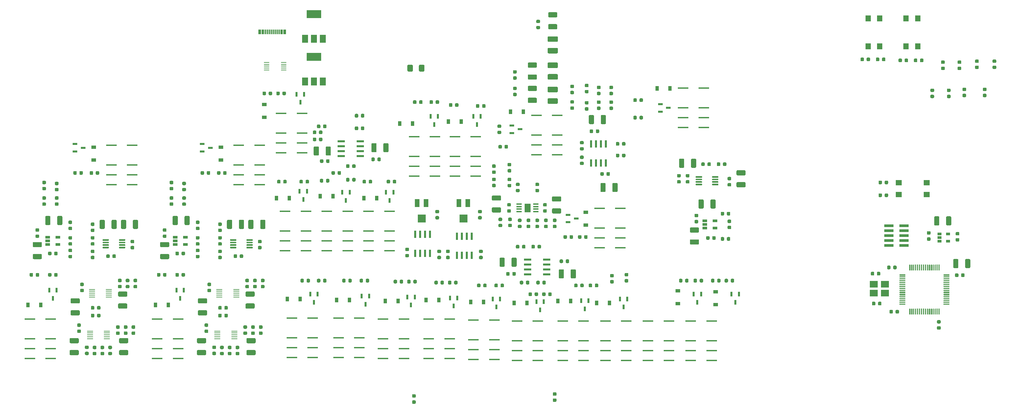
<source format=gbr>
G04 #@! TF.GenerationSoftware,KiCad,Pcbnew,(5.1.6-0-10_14)*
G04 #@! TF.CreationDate,2021-10-01T11:36:57+02:00*
G04 #@! TF.ProjectId,BioZ_front_end_V2_1,42696f5a-5f66-4726-9f6e-745f656e645f,rev?*
G04 #@! TF.SameCoordinates,Original*
G04 #@! TF.FileFunction,Paste,Top*
G04 #@! TF.FilePolarity,Positive*
%FSLAX46Y46*%
G04 Gerber Fmt 4.6, Leading zero omitted, Abs format (unit mm)*
G04 Created by KiCad (PCBNEW (5.1.6-0-10_14)) date 2021-10-01 11:36:57*
%MOMM*%
%LPD*%
G01*
G04 APERTURE LIST*
%ADD10R,1.498600X0.250000*%
%ADD11R,0.600000X1.300000*%
%ADD12R,2.717800X0.457200*%
%ADD13R,0.900000X1.200000*%
%ADD14R,1.200000X0.900000*%
%ADD15R,1.300000X0.600000*%
%ADD16R,1.220000X0.650000*%
%ADD17R,1.500000X2.000000*%
%ADD18R,3.800000X2.000000*%
%ADD19R,2.100000X1.800000*%
%ADD20R,1.300000X2.000000*%
%ADD21R,2.000000X2.000000*%
%ADD22R,1.060000X0.650000*%
%ADD23R,1.397000X0.279400*%
%ADD24R,1.970000X0.600000*%
%ADD25R,1.600000X1.400000*%
%ADD26R,1.400000X1.600000*%
%ADD27R,0.300000X1.150000*%
%ADD28R,0.600000X1.970000*%
%ADD29R,1.422400X0.431800*%
%ADD30R,1.500000X2.200000*%
%ADD31R,2.400000X0.740000*%
G04 APERTURE END LIST*
D10*
G04 #@! TO.C,U8*
X68365600Y-117490600D03*
X68365600Y-117008000D03*
X68365600Y-116500000D03*
X68365600Y-115992000D03*
X68365600Y-115509400D03*
X72734400Y-115509400D03*
X72734400Y-115992000D03*
X72734400Y-116500000D03*
X72734400Y-117008000D03*
X72734400Y-117490600D03*
G04 #@! TD*
G04 #@! TO.C,U9*
X35565600Y-117490600D03*
X35565600Y-117008000D03*
X35565600Y-116500000D03*
X35565600Y-115992000D03*
X35565600Y-115509400D03*
X39934400Y-115509400D03*
X39934400Y-115992000D03*
X39934400Y-116500000D03*
X39934400Y-117008000D03*
X39934400Y-117490600D03*
G04 #@! TD*
G04 #@! TO.C,U12*
X36065600Y-106740600D03*
X36065600Y-106258000D03*
X36065600Y-105750000D03*
X36065600Y-105242000D03*
X36065600Y-104759400D03*
X40434400Y-104759400D03*
X40434400Y-105242000D03*
X40434400Y-105750000D03*
X40434400Y-106258000D03*
X40434400Y-106740600D03*
G04 #@! TD*
G04 #@! TO.C,U20*
G36*
G01*
X246615000Y-99832500D02*
X246615000Y-98417500D01*
G75*
G02*
X246682500Y-98350000I67500J0D01*
G01*
X246817500Y-98350000D01*
G75*
G02*
X246885000Y-98417500I0J-67500D01*
G01*
X246885000Y-99832500D01*
G75*
G02*
X246817500Y-99900000I-67500J0D01*
G01*
X246682500Y-99900000D01*
G75*
G02*
X246615000Y-99832500I0J67500D01*
G01*
G37*
G36*
G01*
X247115000Y-99832500D02*
X247115000Y-98417500D01*
G75*
G02*
X247182500Y-98350000I67500J0D01*
G01*
X247317500Y-98350000D01*
G75*
G02*
X247385000Y-98417500I0J-67500D01*
G01*
X247385000Y-99832500D01*
G75*
G02*
X247317500Y-99900000I-67500J0D01*
G01*
X247182500Y-99900000D01*
G75*
G02*
X247115000Y-99832500I0J67500D01*
G01*
G37*
G36*
G01*
X247615000Y-99832500D02*
X247615000Y-98417500D01*
G75*
G02*
X247682500Y-98350000I67500J0D01*
G01*
X247817500Y-98350000D01*
G75*
G02*
X247885000Y-98417500I0J-67500D01*
G01*
X247885000Y-99832500D01*
G75*
G02*
X247817500Y-99900000I-67500J0D01*
G01*
X247682500Y-99900000D01*
G75*
G02*
X247615000Y-99832500I0J67500D01*
G01*
G37*
G36*
G01*
X248115000Y-99832500D02*
X248115000Y-98417500D01*
G75*
G02*
X248182500Y-98350000I67500J0D01*
G01*
X248317500Y-98350000D01*
G75*
G02*
X248385000Y-98417500I0J-67500D01*
G01*
X248385000Y-99832500D01*
G75*
G02*
X248317500Y-99900000I-67500J0D01*
G01*
X248182500Y-99900000D01*
G75*
G02*
X248115000Y-99832500I0J67500D01*
G01*
G37*
G36*
G01*
X248615000Y-99832500D02*
X248615000Y-98417500D01*
G75*
G02*
X248682500Y-98350000I67500J0D01*
G01*
X248817500Y-98350000D01*
G75*
G02*
X248885000Y-98417500I0J-67500D01*
G01*
X248885000Y-99832500D01*
G75*
G02*
X248817500Y-99900000I-67500J0D01*
G01*
X248682500Y-99900000D01*
G75*
G02*
X248615000Y-99832500I0J67500D01*
G01*
G37*
G36*
G01*
X249115000Y-99832500D02*
X249115000Y-98417500D01*
G75*
G02*
X249182500Y-98350000I67500J0D01*
G01*
X249317500Y-98350000D01*
G75*
G02*
X249385000Y-98417500I0J-67500D01*
G01*
X249385000Y-99832500D01*
G75*
G02*
X249317500Y-99900000I-67500J0D01*
G01*
X249182500Y-99900000D01*
G75*
G02*
X249115000Y-99832500I0J67500D01*
G01*
G37*
G36*
G01*
X249615000Y-99832500D02*
X249615000Y-98417500D01*
G75*
G02*
X249682500Y-98350000I67500J0D01*
G01*
X249817500Y-98350000D01*
G75*
G02*
X249885000Y-98417500I0J-67500D01*
G01*
X249885000Y-99832500D01*
G75*
G02*
X249817500Y-99900000I-67500J0D01*
G01*
X249682500Y-99900000D01*
G75*
G02*
X249615000Y-99832500I0J67500D01*
G01*
G37*
G36*
G01*
X250115000Y-99832500D02*
X250115000Y-98417500D01*
G75*
G02*
X250182500Y-98350000I67500J0D01*
G01*
X250317500Y-98350000D01*
G75*
G02*
X250385000Y-98417500I0J-67500D01*
G01*
X250385000Y-99832500D01*
G75*
G02*
X250317500Y-99900000I-67500J0D01*
G01*
X250182500Y-99900000D01*
G75*
G02*
X250115000Y-99832500I0J67500D01*
G01*
G37*
G36*
G01*
X250615000Y-99832500D02*
X250615000Y-98417500D01*
G75*
G02*
X250682500Y-98350000I67500J0D01*
G01*
X250817500Y-98350000D01*
G75*
G02*
X250885000Y-98417500I0J-67500D01*
G01*
X250885000Y-99832500D01*
G75*
G02*
X250817500Y-99900000I-67500J0D01*
G01*
X250682500Y-99900000D01*
G75*
G02*
X250615000Y-99832500I0J67500D01*
G01*
G37*
G36*
G01*
X251115000Y-99832500D02*
X251115000Y-98417500D01*
G75*
G02*
X251182500Y-98350000I67500J0D01*
G01*
X251317500Y-98350000D01*
G75*
G02*
X251385000Y-98417500I0J-67500D01*
G01*
X251385000Y-99832500D01*
G75*
G02*
X251317500Y-99900000I-67500J0D01*
G01*
X251182500Y-99900000D01*
G75*
G02*
X251115000Y-99832500I0J67500D01*
G01*
G37*
G36*
G01*
X251615000Y-99832500D02*
X251615000Y-98417500D01*
G75*
G02*
X251682500Y-98350000I67500J0D01*
G01*
X251817500Y-98350000D01*
G75*
G02*
X251885000Y-98417500I0J-67500D01*
G01*
X251885000Y-99832500D01*
G75*
G02*
X251817500Y-99900000I-67500J0D01*
G01*
X251682500Y-99900000D01*
G75*
G02*
X251615000Y-99832500I0J67500D01*
G01*
G37*
G36*
G01*
X252115000Y-99832500D02*
X252115000Y-98417500D01*
G75*
G02*
X252182500Y-98350000I67500J0D01*
G01*
X252317500Y-98350000D01*
G75*
G02*
X252385000Y-98417500I0J-67500D01*
G01*
X252385000Y-99832500D01*
G75*
G02*
X252317500Y-99900000I-67500J0D01*
G01*
X252182500Y-99900000D01*
G75*
G02*
X252115000Y-99832500I0J67500D01*
G01*
G37*
G36*
G01*
X252615000Y-99832500D02*
X252615000Y-98417500D01*
G75*
G02*
X252682500Y-98350000I67500J0D01*
G01*
X252817500Y-98350000D01*
G75*
G02*
X252885000Y-98417500I0J-67500D01*
G01*
X252885000Y-99832500D01*
G75*
G02*
X252817500Y-99900000I-67500J0D01*
G01*
X252682500Y-99900000D01*
G75*
G02*
X252615000Y-99832500I0J67500D01*
G01*
G37*
G36*
G01*
X253115000Y-99832500D02*
X253115000Y-98417500D01*
G75*
G02*
X253182500Y-98350000I67500J0D01*
G01*
X253317500Y-98350000D01*
G75*
G02*
X253385000Y-98417500I0J-67500D01*
G01*
X253385000Y-99832500D01*
G75*
G02*
X253317500Y-99900000I-67500J0D01*
G01*
X253182500Y-99900000D01*
G75*
G02*
X253115000Y-99832500I0J67500D01*
G01*
G37*
G36*
G01*
X253615000Y-99832500D02*
X253615000Y-98417500D01*
G75*
G02*
X253682500Y-98350000I67500J0D01*
G01*
X253817500Y-98350000D01*
G75*
G02*
X253885000Y-98417500I0J-67500D01*
G01*
X253885000Y-99832500D01*
G75*
G02*
X253817500Y-99900000I-67500J0D01*
G01*
X253682500Y-99900000D01*
G75*
G02*
X253615000Y-99832500I0J67500D01*
G01*
G37*
G36*
G01*
X254115000Y-99832500D02*
X254115000Y-98417500D01*
G75*
G02*
X254182500Y-98350000I67500J0D01*
G01*
X254317500Y-98350000D01*
G75*
G02*
X254385000Y-98417500I0J-67500D01*
G01*
X254385000Y-99832500D01*
G75*
G02*
X254317500Y-99900000I-67500J0D01*
G01*
X254182500Y-99900000D01*
G75*
G02*
X254115000Y-99832500I0J67500D01*
G01*
G37*
G36*
G01*
X255400000Y-101117500D02*
X255400000Y-100982500D01*
G75*
G02*
X255467500Y-100915000I67500J0D01*
G01*
X256882500Y-100915000D01*
G75*
G02*
X256950000Y-100982500I0J-67500D01*
G01*
X256950000Y-101117500D01*
G75*
G02*
X256882500Y-101185000I-67500J0D01*
G01*
X255467500Y-101185000D01*
G75*
G02*
X255400000Y-101117500I0J67500D01*
G01*
G37*
G36*
G01*
X255400000Y-101617500D02*
X255400000Y-101482500D01*
G75*
G02*
X255467500Y-101415000I67500J0D01*
G01*
X256882500Y-101415000D01*
G75*
G02*
X256950000Y-101482500I0J-67500D01*
G01*
X256950000Y-101617500D01*
G75*
G02*
X256882500Y-101685000I-67500J0D01*
G01*
X255467500Y-101685000D01*
G75*
G02*
X255400000Y-101617500I0J67500D01*
G01*
G37*
G36*
G01*
X255400000Y-102117500D02*
X255400000Y-101982500D01*
G75*
G02*
X255467500Y-101915000I67500J0D01*
G01*
X256882500Y-101915000D01*
G75*
G02*
X256950000Y-101982500I0J-67500D01*
G01*
X256950000Y-102117500D01*
G75*
G02*
X256882500Y-102185000I-67500J0D01*
G01*
X255467500Y-102185000D01*
G75*
G02*
X255400000Y-102117500I0J67500D01*
G01*
G37*
G36*
G01*
X255400000Y-102617500D02*
X255400000Y-102482500D01*
G75*
G02*
X255467500Y-102415000I67500J0D01*
G01*
X256882500Y-102415000D01*
G75*
G02*
X256950000Y-102482500I0J-67500D01*
G01*
X256950000Y-102617500D01*
G75*
G02*
X256882500Y-102685000I-67500J0D01*
G01*
X255467500Y-102685000D01*
G75*
G02*
X255400000Y-102617500I0J67500D01*
G01*
G37*
G36*
G01*
X255400000Y-103117500D02*
X255400000Y-102982500D01*
G75*
G02*
X255467500Y-102915000I67500J0D01*
G01*
X256882500Y-102915000D01*
G75*
G02*
X256950000Y-102982500I0J-67500D01*
G01*
X256950000Y-103117500D01*
G75*
G02*
X256882500Y-103185000I-67500J0D01*
G01*
X255467500Y-103185000D01*
G75*
G02*
X255400000Y-103117500I0J67500D01*
G01*
G37*
G36*
G01*
X255400000Y-103617500D02*
X255400000Y-103482500D01*
G75*
G02*
X255467500Y-103415000I67500J0D01*
G01*
X256882500Y-103415000D01*
G75*
G02*
X256950000Y-103482500I0J-67500D01*
G01*
X256950000Y-103617500D01*
G75*
G02*
X256882500Y-103685000I-67500J0D01*
G01*
X255467500Y-103685000D01*
G75*
G02*
X255400000Y-103617500I0J67500D01*
G01*
G37*
G36*
G01*
X255400000Y-104117500D02*
X255400000Y-103982500D01*
G75*
G02*
X255467500Y-103915000I67500J0D01*
G01*
X256882500Y-103915000D01*
G75*
G02*
X256950000Y-103982500I0J-67500D01*
G01*
X256950000Y-104117500D01*
G75*
G02*
X256882500Y-104185000I-67500J0D01*
G01*
X255467500Y-104185000D01*
G75*
G02*
X255400000Y-104117500I0J67500D01*
G01*
G37*
G36*
G01*
X255400000Y-104617500D02*
X255400000Y-104482500D01*
G75*
G02*
X255467500Y-104415000I67500J0D01*
G01*
X256882500Y-104415000D01*
G75*
G02*
X256950000Y-104482500I0J-67500D01*
G01*
X256950000Y-104617500D01*
G75*
G02*
X256882500Y-104685000I-67500J0D01*
G01*
X255467500Y-104685000D01*
G75*
G02*
X255400000Y-104617500I0J67500D01*
G01*
G37*
G36*
G01*
X255400000Y-105117500D02*
X255400000Y-104982500D01*
G75*
G02*
X255467500Y-104915000I67500J0D01*
G01*
X256882500Y-104915000D01*
G75*
G02*
X256950000Y-104982500I0J-67500D01*
G01*
X256950000Y-105117500D01*
G75*
G02*
X256882500Y-105185000I-67500J0D01*
G01*
X255467500Y-105185000D01*
G75*
G02*
X255400000Y-105117500I0J67500D01*
G01*
G37*
G36*
G01*
X255400000Y-105617500D02*
X255400000Y-105482500D01*
G75*
G02*
X255467500Y-105415000I67500J0D01*
G01*
X256882500Y-105415000D01*
G75*
G02*
X256950000Y-105482500I0J-67500D01*
G01*
X256950000Y-105617500D01*
G75*
G02*
X256882500Y-105685000I-67500J0D01*
G01*
X255467500Y-105685000D01*
G75*
G02*
X255400000Y-105617500I0J67500D01*
G01*
G37*
G36*
G01*
X255400000Y-106117500D02*
X255400000Y-105982500D01*
G75*
G02*
X255467500Y-105915000I67500J0D01*
G01*
X256882500Y-105915000D01*
G75*
G02*
X256950000Y-105982500I0J-67500D01*
G01*
X256950000Y-106117500D01*
G75*
G02*
X256882500Y-106185000I-67500J0D01*
G01*
X255467500Y-106185000D01*
G75*
G02*
X255400000Y-106117500I0J67500D01*
G01*
G37*
G36*
G01*
X255400000Y-106617500D02*
X255400000Y-106482500D01*
G75*
G02*
X255467500Y-106415000I67500J0D01*
G01*
X256882500Y-106415000D01*
G75*
G02*
X256950000Y-106482500I0J-67500D01*
G01*
X256950000Y-106617500D01*
G75*
G02*
X256882500Y-106685000I-67500J0D01*
G01*
X255467500Y-106685000D01*
G75*
G02*
X255400000Y-106617500I0J67500D01*
G01*
G37*
G36*
G01*
X255400000Y-107117500D02*
X255400000Y-106982500D01*
G75*
G02*
X255467500Y-106915000I67500J0D01*
G01*
X256882500Y-106915000D01*
G75*
G02*
X256950000Y-106982500I0J-67500D01*
G01*
X256950000Y-107117500D01*
G75*
G02*
X256882500Y-107185000I-67500J0D01*
G01*
X255467500Y-107185000D01*
G75*
G02*
X255400000Y-107117500I0J67500D01*
G01*
G37*
G36*
G01*
X255400000Y-107617500D02*
X255400000Y-107482500D01*
G75*
G02*
X255467500Y-107415000I67500J0D01*
G01*
X256882500Y-107415000D01*
G75*
G02*
X256950000Y-107482500I0J-67500D01*
G01*
X256950000Y-107617500D01*
G75*
G02*
X256882500Y-107685000I-67500J0D01*
G01*
X255467500Y-107685000D01*
G75*
G02*
X255400000Y-107617500I0J67500D01*
G01*
G37*
G36*
G01*
X255400000Y-108117500D02*
X255400000Y-107982500D01*
G75*
G02*
X255467500Y-107915000I67500J0D01*
G01*
X256882500Y-107915000D01*
G75*
G02*
X256950000Y-107982500I0J-67500D01*
G01*
X256950000Y-108117500D01*
G75*
G02*
X256882500Y-108185000I-67500J0D01*
G01*
X255467500Y-108185000D01*
G75*
G02*
X255400000Y-108117500I0J67500D01*
G01*
G37*
G36*
G01*
X255400000Y-108617500D02*
X255400000Y-108482500D01*
G75*
G02*
X255467500Y-108415000I67500J0D01*
G01*
X256882500Y-108415000D01*
G75*
G02*
X256950000Y-108482500I0J-67500D01*
G01*
X256950000Y-108617500D01*
G75*
G02*
X256882500Y-108685000I-67500J0D01*
G01*
X255467500Y-108685000D01*
G75*
G02*
X255400000Y-108617500I0J67500D01*
G01*
G37*
G36*
G01*
X254115000Y-111182500D02*
X254115000Y-109767500D01*
G75*
G02*
X254182500Y-109700000I67500J0D01*
G01*
X254317500Y-109700000D01*
G75*
G02*
X254385000Y-109767500I0J-67500D01*
G01*
X254385000Y-111182500D01*
G75*
G02*
X254317500Y-111250000I-67500J0D01*
G01*
X254182500Y-111250000D01*
G75*
G02*
X254115000Y-111182500I0J67500D01*
G01*
G37*
G36*
G01*
X253615000Y-111182500D02*
X253615000Y-109767500D01*
G75*
G02*
X253682500Y-109700000I67500J0D01*
G01*
X253817500Y-109700000D01*
G75*
G02*
X253885000Y-109767500I0J-67500D01*
G01*
X253885000Y-111182500D01*
G75*
G02*
X253817500Y-111250000I-67500J0D01*
G01*
X253682500Y-111250000D01*
G75*
G02*
X253615000Y-111182500I0J67500D01*
G01*
G37*
G36*
G01*
X253115000Y-111182500D02*
X253115000Y-109767500D01*
G75*
G02*
X253182500Y-109700000I67500J0D01*
G01*
X253317500Y-109700000D01*
G75*
G02*
X253385000Y-109767500I0J-67500D01*
G01*
X253385000Y-111182500D01*
G75*
G02*
X253317500Y-111250000I-67500J0D01*
G01*
X253182500Y-111250000D01*
G75*
G02*
X253115000Y-111182500I0J67500D01*
G01*
G37*
G36*
G01*
X252615000Y-111182500D02*
X252615000Y-109767500D01*
G75*
G02*
X252682500Y-109700000I67500J0D01*
G01*
X252817500Y-109700000D01*
G75*
G02*
X252885000Y-109767500I0J-67500D01*
G01*
X252885000Y-111182500D01*
G75*
G02*
X252817500Y-111250000I-67500J0D01*
G01*
X252682500Y-111250000D01*
G75*
G02*
X252615000Y-111182500I0J67500D01*
G01*
G37*
G36*
G01*
X252115000Y-111182500D02*
X252115000Y-109767500D01*
G75*
G02*
X252182500Y-109700000I67500J0D01*
G01*
X252317500Y-109700000D01*
G75*
G02*
X252385000Y-109767500I0J-67500D01*
G01*
X252385000Y-111182500D01*
G75*
G02*
X252317500Y-111250000I-67500J0D01*
G01*
X252182500Y-111250000D01*
G75*
G02*
X252115000Y-111182500I0J67500D01*
G01*
G37*
G36*
G01*
X251615000Y-111182500D02*
X251615000Y-109767500D01*
G75*
G02*
X251682500Y-109700000I67500J0D01*
G01*
X251817500Y-109700000D01*
G75*
G02*
X251885000Y-109767500I0J-67500D01*
G01*
X251885000Y-111182500D01*
G75*
G02*
X251817500Y-111250000I-67500J0D01*
G01*
X251682500Y-111250000D01*
G75*
G02*
X251615000Y-111182500I0J67500D01*
G01*
G37*
G36*
G01*
X251115000Y-111182500D02*
X251115000Y-109767500D01*
G75*
G02*
X251182500Y-109700000I67500J0D01*
G01*
X251317500Y-109700000D01*
G75*
G02*
X251385000Y-109767500I0J-67500D01*
G01*
X251385000Y-111182500D01*
G75*
G02*
X251317500Y-111250000I-67500J0D01*
G01*
X251182500Y-111250000D01*
G75*
G02*
X251115000Y-111182500I0J67500D01*
G01*
G37*
G36*
G01*
X250615000Y-111182500D02*
X250615000Y-109767500D01*
G75*
G02*
X250682500Y-109700000I67500J0D01*
G01*
X250817500Y-109700000D01*
G75*
G02*
X250885000Y-109767500I0J-67500D01*
G01*
X250885000Y-111182500D01*
G75*
G02*
X250817500Y-111250000I-67500J0D01*
G01*
X250682500Y-111250000D01*
G75*
G02*
X250615000Y-111182500I0J67500D01*
G01*
G37*
G36*
G01*
X250115000Y-111182500D02*
X250115000Y-109767500D01*
G75*
G02*
X250182500Y-109700000I67500J0D01*
G01*
X250317500Y-109700000D01*
G75*
G02*
X250385000Y-109767500I0J-67500D01*
G01*
X250385000Y-111182500D01*
G75*
G02*
X250317500Y-111250000I-67500J0D01*
G01*
X250182500Y-111250000D01*
G75*
G02*
X250115000Y-111182500I0J67500D01*
G01*
G37*
G36*
G01*
X249615000Y-111182500D02*
X249615000Y-109767500D01*
G75*
G02*
X249682500Y-109700000I67500J0D01*
G01*
X249817500Y-109700000D01*
G75*
G02*
X249885000Y-109767500I0J-67500D01*
G01*
X249885000Y-111182500D01*
G75*
G02*
X249817500Y-111250000I-67500J0D01*
G01*
X249682500Y-111250000D01*
G75*
G02*
X249615000Y-111182500I0J67500D01*
G01*
G37*
G36*
G01*
X249115000Y-111182500D02*
X249115000Y-109767500D01*
G75*
G02*
X249182500Y-109700000I67500J0D01*
G01*
X249317500Y-109700000D01*
G75*
G02*
X249385000Y-109767500I0J-67500D01*
G01*
X249385000Y-111182500D01*
G75*
G02*
X249317500Y-111250000I-67500J0D01*
G01*
X249182500Y-111250000D01*
G75*
G02*
X249115000Y-111182500I0J67500D01*
G01*
G37*
G36*
G01*
X248615000Y-111182500D02*
X248615000Y-109767500D01*
G75*
G02*
X248682500Y-109700000I67500J0D01*
G01*
X248817500Y-109700000D01*
G75*
G02*
X248885000Y-109767500I0J-67500D01*
G01*
X248885000Y-111182500D01*
G75*
G02*
X248817500Y-111250000I-67500J0D01*
G01*
X248682500Y-111250000D01*
G75*
G02*
X248615000Y-111182500I0J67500D01*
G01*
G37*
G36*
G01*
X248115000Y-111182500D02*
X248115000Y-109767500D01*
G75*
G02*
X248182500Y-109700000I67500J0D01*
G01*
X248317500Y-109700000D01*
G75*
G02*
X248385000Y-109767500I0J-67500D01*
G01*
X248385000Y-111182500D01*
G75*
G02*
X248317500Y-111250000I-67500J0D01*
G01*
X248182500Y-111250000D01*
G75*
G02*
X248115000Y-111182500I0J67500D01*
G01*
G37*
G36*
G01*
X247615000Y-111182500D02*
X247615000Y-109767500D01*
G75*
G02*
X247682500Y-109700000I67500J0D01*
G01*
X247817500Y-109700000D01*
G75*
G02*
X247885000Y-109767500I0J-67500D01*
G01*
X247885000Y-111182500D01*
G75*
G02*
X247817500Y-111250000I-67500J0D01*
G01*
X247682500Y-111250000D01*
G75*
G02*
X247615000Y-111182500I0J67500D01*
G01*
G37*
G36*
G01*
X247115000Y-111182500D02*
X247115000Y-109767500D01*
G75*
G02*
X247182500Y-109700000I67500J0D01*
G01*
X247317500Y-109700000D01*
G75*
G02*
X247385000Y-109767500I0J-67500D01*
G01*
X247385000Y-111182500D01*
G75*
G02*
X247317500Y-111250000I-67500J0D01*
G01*
X247182500Y-111250000D01*
G75*
G02*
X247115000Y-111182500I0J67500D01*
G01*
G37*
G36*
G01*
X246615000Y-111182500D02*
X246615000Y-109767500D01*
G75*
G02*
X246682500Y-109700000I67500J0D01*
G01*
X246817500Y-109700000D01*
G75*
G02*
X246885000Y-109767500I0J-67500D01*
G01*
X246885000Y-111182500D01*
G75*
G02*
X246817500Y-111250000I-67500J0D01*
G01*
X246682500Y-111250000D01*
G75*
G02*
X246615000Y-111182500I0J67500D01*
G01*
G37*
G36*
G01*
X244050000Y-108617500D02*
X244050000Y-108482500D01*
G75*
G02*
X244117500Y-108415000I67500J0D01*
G01*
X245532500Y-108415000D01*
G75*
G02*
X245600000Y-108482500I0J-67500D01*
G01*
X245600000Y-108617500D01*
G75*
G02*
X245532500Y-108685000I-67500J0D01*
G01*
X244117500Y-108685000D01*
G75*
G02*
X244050000Y-108617500I0J67500D01*
G01*
G37*
G36*
G01*
X244050000Y-108117500D02*
X244050000Y-107982500D01*
G75*
G02*
X244117500Y-107915000I67500J0D01*
G01*
X245532500Y-107915000D01*
G75*
G02*
X245600000Y-107982500I0J-67500D01*
G01*
X245600000Y-108117500D01*
G75*
G02*
X245532500Y-108185000I-67500J0D01*
G01*
X244117500Y-108185000D01*
G75*
G02*
X244050000Y-108117500I0J67500D01*
G01*
G37*
G36*
G01*
X244050000Y-107617500D02*
X244050000Y-107482500D01*
G75*
G02*
X244117500Y-107415000I67500J0D01*
G01*
X245532500Y-107415000D01*
G75*
G02*
X245600000Y-107482500I0J-67500D01*
G01*
X245600000Y-107617500D01*
G75*
G02*
X245532500Y-107685000I-67500J0D01*
G01*
X244117500Y-107685000D01*
G75*
G02*
X244050000Y-107617500I0J67500D01*
G01*
G37*
G36*
G01*
X244050000Y-107117500D02*
X244050000Y-106982500D01*
G75*
G02*
X244117500Y-106915000I67500J0D01*
G01*
X245532500Y-106915000D01*
G75*
G02*
X245600000Y-106982500I0J-67500D01*
G01*
X245600000Y-107117500D01*
G75*
G02*
X245532500Y-107185000I-67500J0D01*
G01*
X244117500Y-107185000D01*
G75*
G02*
X244050000Y-107117500I0J67500D01*
G01*
G37*
G36*
G01*
X244050000Y-106617500D02*
X244050000Y-106482500D01*
G75*
G02*
X244117500Y-106415000I67500J0D01*
G01*
X245532500Y-106415000D01*
G75*
G02*
X245600000Y-106482500I0J-67500D01*
G01*
X245600000Y-106617500D01*
G75*
G02*
X245532500Y-106685000I-67500J0D01*
G01*
X244117500Y-106685000D01*
G75*
G02*
X244050000Y-106617500I0J67500D01*
G01*
G37*
G36*
G01*
X244050000Y-106117500D02*
X244050000Y-105982500D01*
G75*
G02*
X244117500Y-105915000I67500J0D01*
G01*
X245532500Y-105915000D01*
G75*
G02*
X245600000Y-105982500I0J-67500D01*
G01*
X245600000Y-106117500D01*
G75*
G02*
X245532500Y-106185000I-67500J0D01*
G01*
X244117500Y-106185000D01*
G75*
G02*
X244050000Y-106117500I0J67500D01*
G01*
G37*
G36*
G01*
X244050000Y-105617500D02*
X244050000Y-105482500D01*
G75*
G02*
X244117500Y-105415000I67500J0D01*
G01*
X245532500Y-105415000D01*
G75*
G02*
X245600000Y-105482500I0J-67500D01*
G01*
X245600000Y-105617500D01*
G75*
G02*
X245532500Y-105685000I-67500J0D01*
G01*
X244117500Y-105685000D01*
G75*
G02*
X244050000Y-105617500I0J67500D01*
G01*
G37*
G36*
G01*
X244050000Y-105117500D02*
X244050000Y-104982500D01*
G75*
G02*
X244117500Y-104915000I67500J0D01*
G01*
X245532500Y-104915000D01*
G75*
G02*
X245600000Y-104982500I0J-67500D01*
G01*
X245600000Y-105117500D01*
G75*
G02*
X245532500Y-105185000I-67500J0D01*
G01*
X244117500Y-105185000D01*
G75*
G02*
X244050000Y-105117500I0J67500D01*
G01*
G37*
G36*
G01*
X244050000Y-104617500D02*
X244050000Y-104482500D01*
G75*
G02*
X244117500Y-104415000I67500J0D01*
G01*
X245532500Y-104415000D01*
G75*
G02*
X245600000Y-104482500I0J-67500D01*
G01*
X245600000Y-104617500D01*
G75*
G02*
X245532500Y-104685000I-67500J0D01*
G01*
X244117500Y-104685000D01*
G75*
G02*
X244050000Y-104617500I0J67500D01*
G01*
G37*
G36*
G01*
X244050000Y-104117500D02*
X244050000Y-103982500D01*
G75*
G02*
X244117500Y-103915000I67500J0D01*
G01*
X245532500Y-103915000D01*
G75*
G02*
X245600000Y-103982500I0J-67500D01*
G01*
X245600000Y-104117500D01*
G75*
G02*
X245532500Y-104185000I-67500J0D01*
G01*
X244117500Y-104185000D01*
G75*
G02*
X244050000Y-104117500I0J67500D01*
G01*
G37*
G36*
G01*
X244050000Y-103617500D02*
X244050000Y-103482500D01*
G75*
G02*
X244117500Y-103415000I67500J0D01*
G01*
X245532500Y-103415000D01*
G75*
G02*
X245600000Y-103482500I0J-67500D01*
G01*
X245600000Y-103617500D01*
G75*
G02*
X245532500Y-103685000I-67500J0D01*
G01*
X244117500Y-103685000D01*
G75*
G02*
X244050000Y-103617500I0J67500D01*
G01*
G37*
G36*
G01*
X244050000Y-103117500D02*
X244050000Y-102982500D01*
G75*
G02*
X244117500Y-102915000I67500J0D01*
G01*
X245532500Y-102915000D01*
G75*
G02*
X245600000Y-102982500I0J-67500D01*
G01*
X245600000Y-103117500D01*
G75*
G02*
X245532500Y-103185000I-67500J0D01*
G01*
X244117500Y-103185000D01*
G75*
G02*
X244050000Y-103117500I0J67500D01*
G01*
G37*
G36*
G01*
X244050000Y-102617500D02*
X244050000Y-102482500D01*
G75*
G02*
X244117500Y-102415000I67500J0D01*
G01*
X245532500Y-102415000D01*
G75*
G02*
X245600000Y-102482500I0J-67500D01*
G01*
X245600000Y-102617500D01*
G75*
G02*
X245532500Y-102685000I-67500J0D01*
G01*
X244117500Y-102685000D01*
G75*
G02*
X244050000Y-102617500I0J67500D01*
G01*
G37*
G36*
G01*
X244050000Y-102117500D02*
X244050000Y-101982500D01*
G75*
G02*
X244117500Y-101915000I67500J0D01*
G01*
X245532500Y-101915000D01*
G75*
G02*
X245600000Y-101982500I0J-67500D01*
G01*
X245600000Y-102117500D01*
G75*
G02*
X245532500Y-102185000I-67500J0D01*
G01*
X244117500Y-102185000D01*
G75*
G02*
X244050000Y-102117500I0J67500D01*
G01*
G37*
G36*
G01*
X244050000Y-101617500D02*
X244050000Y-101482500D01*
G75*
G02*
X244117500Y-101415000I67500J0D01*
G01*
X245532500Y-101415000D01*
G75*
G02*
X245600000Y-101482500I0J-67500D01*
G01*
X245600000Y-101617500D01*
G75*
G02*
X245532500Y-101685000I-67500J0D01*
G01*
X244117500Y-101685000D01*
G75*
G02*
X244050000Y-101617500I0J67500D01*
G01*
G37*
G36*
G01*
X244050000Y-101117500D02*
X244050000Y-100982500D01*
G75*
G02*
X244117500Y-100915000I67500J0D01*
G01*
X245532500Y-100915000D01*
G75*
G02*
X245600000Y-100982500I0J-67500D01*
G01*
X245600000Y-101117500D01*
G75*
G02*
X245532500Y-101185000I-67500J0D01*
G01*
X244117500Y-101185000D01*
G75*
G02*
X244050000Y-101117500I0J67500D01*
G01*
G37*
G04 #@! TD*
D11*
G04 #@! TO.C,Q2*
X59750000Y-104950000D03*
X57850000Y-104950000D03*
X58800000Y-107050000D03*
G04 #@! TD*
G04 #@! TO.C,C68*
G36*
G01*
X66556250Y-103900000D02*
X66043750Y-103900000D01*
G75*
G02*
X65825000Y-103681250I0J218750D01*
G01*
X65825000Y-103243750D01*
G75*
G02*
X66043750Y-103025000I218750J0D01*
G01*
X66556250Y-103025000D01*
G75*
G02*
X66775000Y-103243750I0J-218750D01*
G01*
X66775000Y-103681250D01*
G75*
G02*
X66556250Y-103900000I-218750J0D01*
G01*
G37*
G36*
G01*
X66556250Y-105475000D02*
X66043750Y-105475000D01*
G75*
G02*
X65825000Y-105256250I0J218750D01*
G01*
X65825000Y-104818750D01*
G75*
G02*
X66043750Y-104600000I218750J0D01*
G01*
X66556250Y-104600000D01*
G75*
G02*
X66775000Y-104818750I0J-218750D01*
G01*
X66775000Y-105256250D01*
G75*
G02*
X66556250Y-105475000I-218750J0D01*
G01*
G37*
G04 #@! TD*
G04 #@! TO.C,C67*
G36*
G01*
X76306250Y-102900000D02*
X75793750Y-102900000D01*
G75*
G02*
X75575000Y-102681250I0J218750D01*
G01*
X75575000Y-102243750D01*
G75*
G02*
X75793750Y-102025000I218750J0D01*
G01*
X76306250Y-102025000D01*
G75*
G02*
X76525000Y-102243750I0J-218750D01*
G01*
X76525000Y-102681250D01*
G75*
G02*
X76306250Y-102900000I-218750J0D01*
G01*
G37*
G36*
G01*
X76306250Y-104475000D02*
X75793750Y-104475000D01*
G75*
G02*
X75575000Y-104256250I0J218750D01*
G01*
X75575000Y-103818750D01*
G75*
G02*
X75793750Y-103600000I218750J0D01*
G01*
X76306250Y-103600000D01*
G75*
G02*
X76525000Y-103818750I0J-218750D01*
G01*
X76525000Y-104256250D01*
G75*
G02*
X76306250Y-104475000I-218750J0D01*
G01*
G37*
G04 #@! TD*
G04 #@! TO.C,R38*
G36*
G01*
X70187500Y-111756250D02*
X70187500Y-111243750D01*
G75*
G02*
X70406250Y-111025000I218750J0D01*
G01*
X70843750Y-111025000D01*
G75*
G02*
X71062500Y-111243750I0J-218750D01*
G01*
X71062500Y-111756250D01*
G75*
G02*
X70843750Y-111975000I-218750J0D01*
G01*
X70406250Y-111975000D01*
G75*
G02*
X70187500Y-111756250I0J218750D01*
G01*
G37*
G36*
G01*
X68612500Y-111756250D02*
X68612500Y-111243750D01*
G75*
G02*
X68831250Y-111025000I218750J0D01*
G01*
X69268750Y-111025000D01*
G75*
G02*
X69487500Y-111243750I0J-218750D01*
G01*
X69487500Y-111756250D01*
G75*
G02*
X69268750Y-111975000I-218750J0D01*
G01*
X68831250Y-111975000D01*
G75*
G02*
X68612500Y-111756250I0J218750D01*
G01*
G37*
G04 #@! TD*
D12*
G04 #@! TO.C,K2*
X52857600Y-112387300D03*
X52857600Y-117467300D03*
X52857600Y-120007300D03*
X52857600Y-122547300D03*
X58242400Y-122547300D03*
X58242400Y-120007300D03*
X58242400Y-117467300D03*
X58242400Y-112387300D03*
G04 #@! TD*
G04 #@! TO.C,R22*
G36*
G01*
X58450000Y-100743750D02*
X58450000Y-101256250D01*
G75*
G02*
X58231250Y-101475000I-218750J0D01*
G01*
X57793750Y-101475000D01*
G75*
G02*
X57575000Y-101256250I0J218750D01*
G01*
X57575000Y-100743750D01*
G75*
G02*
X57793750Y-100525000I218750J0D01*
G01*
X58231250Y-100525000D01*
G75*
G02*
X58450000Y-100743750I0J-218750D01*
G01*
G37*
G36*
G01*
X60025000Y-100743750D02*
X60025000Y-101256250D01*
G75*
G02*
X59806250Y-101475000I-218750J0D01*
G01*
X59368750Y-101475000D01*
G75*
G02*
X59150000Y-101256250I0J218750D01*
G01*
X59150000Y-100743750D01*
G75*
G02*
X59368750Y-100525000I218750J0D01*
G01*
X59806250Y-100525000D01*
G75*
G02*
X60025000Y-100743750I0J-218750D01*
G01*
G37*
G04 #@! TD*
G04 #@! TO.C,R13*
G36*
G01*
X71806250Y-120150000D02*
X71293750Y-120150000D01*
G75*
G02*
X71075000Y-119931250I0J218750D01*
G01*
X71075000Y-119493750D01*
G75*
G02*
X71293750Y-119275000I218750J0D01*
G01*
X71806250Y-119275000D01*
G75*
G02*
X72025000Y-119493750I0J-218750D01*
G01*
X72025000Y-119931250D01*
G75*
G02*
X71806250Y-120150000I-218750J0D01*
G01*
G37*
G36*
G01*
X71806250Y-121725000D02*
X71293750Y-121725000D01*
G75*
G02*
X71075000Y-121506250I0J218750D01*
G01*
X71075000Y-121068750D01*
G75*
G02*
X71293750Y-120850000I218750J0D01*
G01*
X71806250Y-120850000D01*
G75*
G02*
X72025000Y-121068750I0J-218750D01*
G01*
X72025000Y-121506250D01*
G75*
G02*
X71806250Y-121725000I-218750J0D01*
G01*
G37*
G04 #@! TD*
G04 #@! TO.C,R15*
G36*
G01*
X69806250Y-120150000D02*
X69293750Y-120150000D01*
G75*
G02*
X69075000Y-119931250I0J218750D01*
G01*
X69075000Y-119493750D01*
G75*
G02*
X69293750Y-119275000I218750J0D01*
G01*
X69806250Y-119275000D01*
G75*
G02*
X70025000Y-119493750I0J-218750D01*
G01*
X70025000Y-119931250D01*
G75*
G02*
X69806250Y-120150000I-218750J0D01*
G01*
G37*
G36*
G01*
X69806250Y-121725000D02*
X69293750Y-121725000D01*
G75*
G02*
X69075000Y-121506250I0J218750D01*
G01*
X69075000Y-121068750D01*
G75*
G02*
X69293750Y-120850000I218750J0D01*
G01*
X69806250Y-120850000D01*
G75*
G02*
X70025000Y-121068750I0J-218750D01*
G01*
X70025000Y-121506250D01*
G75*
G02*
X69806250Y-121725000I-218750J0D01*
G01*
G37*
G04 #@! TD*
G04 #@! TO.C,R16*
G36*
G01*
X53700000Y-100743750D02*
X53700000Y-101256250D01*
G75*
G02*
X53481250Y-101475000I-218750J0D01*
G01*
X53043750Y-101475000D01*
G75*
G02*
X52825000Y-101256250I0J218750D01*
G01*
X52825000Y-100743750D01*
G75*
G02*
X53043750Y-100525000I218750J0D01*
G01*
X53481250Y-100525000D01*
G75*
G02*
X53700000Y-100743750I0J-218750D01*
G01*
G37*
G36*
G01*
X55275000Y-100743750D02*
X55275000Y-101256250D01*
G75*
G02*
X55056250Y-101475000I-218750J0D01*
G01*
X54618750Y-101475000D01*
G75*
G02*
X54400000Y-101256250I0J218750D01*
G01*
X54400000Y-100743750D01*
G75*
G02*
X54618750Y-100525000I218750J0D01*
G01*
X55056250Y-100525000D01*
G75*
G02*
X55275000Y-100743750I0J-218750D01*
G01*
G37*
G04 #@! TD*
G04 #@! TO.C,R20*
G36*
G01*
X77806250Y-114900000D02*
X77293750Y-114900000D01*
G75*
G02*
X77075000Y-114681250I0J218750D01*
G01*
X77075000Y-114243750D01*
G75*
G02*
X77293750Y-114025000I218750J0D01*
G01*
X77806250Y-114025000D01*
G75*
G02*
X78025000Y-114243750I0J-218750D01*
G01*
X78025000Y-114681250D01*
G75*
G02*
X77806250Y-114900000I-218750J0D01*
G01*
G37*
G36*
G01*
X77806250Y-116475000D02*
X77293750Y-116475000D01*
G75*
G02*
X77075000Y-116256250I0J218750D01*
G01*
X77075000Y-115818750D01*
G75*
G02*
X77293750Y-115600000I218750J0D01*
G01*
X77806250Y-115600000D01*
G75*
G02*
X78025000Y-115818750I0J-218750D01*
G01*
X78025000Y-116256250D01*
G75*
G02*
X77806250Y-116475000I-218750J0D01*
G01*
G37*
G04 #@! TD*
G04 #@! TO.C,R50*
G36*
G01*
X65650000Y-75006250D02*
X65650000Y-74493750D01*
G75*
G02*
X65868750Y-74275000I218750J0D01*
G01*
X66306250Y-74275000D01*
G75*
G02*
X66525000Y-74493750I0J-218750D01*
G01*
X66525000Y-75006250D01*
G75*
G02*
X66306250Y-75225000I-218750J0D01*
G01*
X65868750Y-75225000D01*
G75*
G02*
X65650000Y-75006250I0J218750D01*
G01*
G37*
G36*
G01*
X64075000Y-75006250D02*
X64075000Y-74493750D01*
G75*
G02*
X64293750Y-74275000I218750J0D01*
G01*
X64731250Y-74275000D01*
G75*
G02*
X64950000Y-74493750I0J-218750D01*
G01*
X64950000Y-75006250D01*
G75*
G02*
X64731250Y-75225000I-218750J0D01*
G01*
X64293750Y-75225000D01*
G75*
G02*
X64075000Y-75006250I0J218750D01*
G01*
G37*
G04 #@! TD*
G04 #@! TO.C,R52*
G36*
G01*
X80306250Y-102900000D02*
X79793750Y-102900000D01*
G75*
G02*
X79575000Y-102681250I0J218750D01*
G01*
X79575000Y-102243750D01*
G75*
G02*
X79793750Y-102025000I218750J0D01*
G01*
X80306250Y-102025000D01*
G75*
G02*
X80525000Y-102243750I0J-218750D01*
G01*
X80525000Y-102681250D01*
G75*
G02*
X80306250Y-102900000I-218750J0D01*
G01*
G37*
G36*
G01*
X80306250Y-104475000D02*
X79793750Y-104475000D01*
G75*
G02*
X79575000Y-104256250I0J218750D01*
G01*
X79575000Y-103818750D01*
G75*
G02*
X79793750Y-103600000I218750J0D01*
G01*
X80306250Y-103600000D01*
G75*
G02*
X80525000Y-103818750I0J-218750D01*
G01*
X80525000Y-104256250D01*
G75*
G02*
X80306250Y-104475000I-218750J0D01*
G01*
G37*
G04 #@! TD*
G04 #@! TO.C,R48*
G36*
G01*
X78306250Y-102900000D02*
X77793750Y-102900000D01*
G75*
G02*
X77575000Y-102681250I0J218750D01*
G01*
X77575000Y-102243750D01*
G75*
G02*
X77793750Y-102025000I218750J0D01*
G01*
X78306250Y-102025000D01*
G75*
G02*
X78525000Y-102243750I0J-218750D01*
G01*
X78525000Y-102681250D01*
G75*
G02*
X78306250Y-102900000I-218750J0D01*
G01*
G37*
G36*
G01*
X78306250Y-104475000D02*
X77793750Y-104475000D01*
G75*
G02*
X77575000Y-104256250I0J218750D01*
G01*
X77575000Y-103818750D01*
G75*
G02*
X77793750Y-103600000I218750J0D01*
G01*
X78306250Y-103600000D01*
G75*
G02*
X78525000Y-103818750I0J-218750D01*
G01*
X78525000Y-104256250D01*
G75*
G02*
X78306250Y-104475000I-218750J0D01*
G01*
G37*
G04 #@! TD*
G04 #@! TO.C,R24*
G36*
G01*
X79806250Y-114900000D02*
X79293750Y-114900000D01*
G75*
G02*
X79075000Y-114681250I0J218750D01*
G01*
X79075000Y-114243750D01*
G75*
G02*
X79293750Y-114025000I218750J0D01*
G01*
X79806250Y-114025000D01*
G75*
G02*
X80025000Y-114243750I0J-218750D01*
G01*
X80025000Y-114681250D01*
G75*
G02*
X79806250Y-114900000I-218750J0D01*
G01*
G37*
G36*
G01*
X79806250Y-116475000D02*
X79293750Y-116475000D01*
G75*
G02*
X79075000Y-116256250I0J218750D01*
G01*
X79075000Y-115818750D01*
G75*
G02*
X79293750Y-115600000I218750J0D01*
G01*
X79806250Y-115600000D01*
G75*
G02*
X80025000Y-115818750I0J-218750D01*
G01*
X80025000Y-116256250D01*
G75*
G02*
X79806250Y-116475000I-218750J0D01*
G01*
G37*
G04 #@! TD*
G04 #@! TO.C,R44*
G36*
G01*
X69862500Y-75006250D02*
X69862500Y-74493750D01*
G75*
G02*
X70081250Y-74275000I218750J0D01*
G01*
X70518750Y-74275000D01*
G75*
G02*
X70737500Y-74493750I0J-218750D01*
G01*
X70737500Y-75006250D01*
G75*
G02*
X70518750Y-75225000I-218750J0D01*
G01*
X70081250Y-75225000D01*
G75*
G02*
X69862500Y-75006250I0J218750D01*
G01*
G37*
G36*
G01*
X68287500Y-75006250D02*
X68287500Y-74493750D01*
G75*
G02*
X68506250Y-74275000I218750J0D01*
G01*
X68943750Y-74275000D01*
G75*
G02*
X69162500Y-74493750I0J-218750D01*
G01*
X69162500Y-75006250D01*
G75*
G02*
X68943750Y-75225000I-218750J0D01*
G01*
X68506250Y-75225000D01*
G75*
G02*
X68287500Y-75006250I0J218750D01*
G01*
G37*
G04 #@! TD*
D13*
G04 #@! TO.C,D7*
X55700000Y-108750000D03*
X52400000Y-108750000D03*
G04 #@! TD*
D14*
G04 #@! TO.C,D14*
X69300000Y-71400000D03*
X69300000Y-68100000D03*
G04 #@! TD*
G04 #@! TO.C,C65*
G36*
G01*
X77725001Y-106625000D02*
X75874999Y-106625000D01*
G75*
G02*
X75625000Y-106375001I0J249999D01*
G01*
X75625000Y-105549999D01*
G75*
G02*
X75874999Y-105300000I249999J0D01*
G01*
X77725001Y-105300000D01*
G75*
G02*
X77975000Y-105549999I0J-249999D01*
G01*
X77975000Y-106375001D01*
G75*
G02*
X77725001Y-106625000I-249999J0D01*
G01*
G37*
G36*
G01*
X77725001Y-109700000D02*
X75874999Y-109700000D01*
G75*
G02*
X75625000Y-109450001I0J249999D01*
G01*
X75625000Y-108624999D01*
G75*
G02*
X75874999Y-108375000I249999J0D01*
G01*
X77725001Y-108375000D01*
G75*
G02*
X77975000Y-108624999I0J-249999D01*
G01*
X77975000Y-109450001D01*
G75*
G02*
X77725001Y-109700000I-249999J0D01*
G01*
G37*
G04 #@! TD*
G04 #@! TO.C,C63*
G36*
G01*
X63624999Y-110125000D02*
X65475001Y-110125000D01*
G75*
G02*
X65725000Y-110374999I0J-249999D01*
G01*
X65725000Y-111200001D01*
G75*
G02*
X65475001Y-111450000I-249999J0D01*
G01*
X63624999Y-111450000D01*
G75*
G02*
X63375000Y-111200001I0J249999D01*
G01*
X63375000Y-110374999D01*
G75*
G02*
X63624999Y-110125000I249999J0D01*
G01*
G37*
G36*
G01*
X63624999Y-107050000D02*
X65475001Y-107050000D01*
G75*
G02*
X65725000Y-107299999I0J-249999D01*
G01*
X65725000Y-108125001D01*
G75*
G02*
X65475001Y-108375000I-249999J0D01*
G01*
X63624999Y-108375000D01*
G75*
G02*
X63375000Y-108125001I0J249999D01*
G01*
X63375000Y-107299999D01*
G75*
G02*
X63624999Y-107050000I249999J0D01*
G01*
G37*
G04 #@! TD*
G04 #@! TO.C,C57*
G36*
G01*
X69487500Y-109243750D02*
X69487500Y-109756250D01*
G75*
G02*
X69268750Y-109975000I-218750J0D01*
G01*
X68831250Y-109975000D01*
G75*
G02*
X68612500Y-109756250I0J218750D01*
G01*
X68612500Y-109243750D01*
G75*
G02*
X68831250Y-109025000I218750J0D01*
G01*
X69268750Y-109025000D01*
G75*
G02*
X69487500Y-109243750I0J-218750D01*
G01*
G37*
G36*
G01*
X71062500Y-109243750D02*
X71062500Y-109756250D01*
G75*
G02*
X70843750Y-109975000I-218750J0D01*
G01*
X70406250Y-109975000D01*
G75*
G02*
X70187500Y-109756250I0J218750D01*
G01*
X70187500Y-109243750D01*
G75*
G02*
X70406250Y-109025000I218750J0D01*
G01*
X70843750Y-109025000D01*
G75*
G02*
X71062500Y-109243750I0J-218750D01*
G01*
G37*
G04 #@! TD*
G04 #@! TO.C,C36*
G36*
G01*
X73293750Y-120850000D02*
X73806250Y-120850000D01*
G75*
G02*
X74025000Y-121068750I0J-218750D01*
G01*
X74025000Y-121506250D01*
G75*
G02*
X73806250Y-121725000I-218750J0D01*
G01*
X73293750Y-121725000D01*
G75*
G02*
X73075000Y-121506250I0J218750D01*
G01*
X73075000Y-121068750D01*
G75*
G02*
X73293750Y-120850000I218750J0D01*
G01*
G37*
G36*
G01*
X73293750Y-119275000D02*
X73806250Y-119275000D01*
G75*
G02*
X74025000Y-119493750I0J-218750D01*
G01*
X74025000Y-119931250D01*
G75*
G02*
X73806250Y-120150000I-218750J0D01*
G01*
X73293750Y-120150000D01*
G75*
G02*
X73075000Y-119931250I0J218750D01*
G01*
X73075000Y-119493750D01*
G75*
G02*
X73293750Y-119275000I218750J0D01*
G01*
G37*
G04 #@! TD*
G04 #@! TO.C,C35*
G36*
G01*
X67806250Y-120112500D02*
X67293750Y-120112500D01*
G75*
G02*
X67075000Y-119893750I0J218750D01*
G01*
X67075000Y-119456250D01*
G75*
G02*
X67293750Y-119237500I218750J0D01*
G01*
X67806250Y-119237500D01*
G75*
G02*
X68025000Y-119456250I0J-218750D01*
G01*
X68025000Y-119893750D01*
G75*
G02*
X67806250Y-120112500I-218750J0D01*
G01*
G37*
G36*
G01*
X67806250Y-121687500D02*
X67293750Y-121687500D01*
G75*
G02*
X67075000Y-121468750I0J218750D01*
G01*
X67075000Y-121031250D01*
G75*
G02*
X67293750Y-120812500I218750J0D01*
G01*
X67806250Y-120812500D01*
G75*
G02*
X68025000Y-121031250I0J-218750D01*
G01*
X68025000Y-121468750D01*
G75*
G02*
X67806250Y-121687500I-218750J0D01*
G01*
G37*
G04 #@! TD*
G04 #@! TO.C,C33*
G36*
G01*
X75806250Y-114900000D02*
X75293750Y-114900000D01*
G75*
G02*
X75075000Y-114681250I0J218750D01*
G01*
X75075000Y-114243750D01*
G75*
G02*
X75293750Y-114025000I218750J0D01*
G01*
X75806250Y-114025000D01*
G75*
G02*
X76025000Y-114243750I0J-218750D01*
G01*
X76025000Y-114681250D01*
G75*
G02*
X75806250Y-114900000I-218750J0D01*
G01*
G37*
G36*
G01*
X75806250Y-116475000D02*
X75293750Y-116475000D01*
G75*
G02*
X75075000Y-116256250I0J218750D01*
G01*
X75075000Y-115818750D01*
G75*
G02*
X75293750Y-115600000I218750J0D01*
G01*
X75806250Y-115600000D01*
G75*
G02*
X76025000Y-115818750I0J-218750D01*
G01*
X76025000Y-116256250D01*
G75*
G02*
X75806250Y-116475000I-218750J0D01*
G01*
G37*
G04 #@! TD*
G04 #@! TO.C,C31*
G36*
G01*
X65806250Y-114400000D02*
X65293750Y-114400000D01*
G75*
G02*
X65075000Y-114181250I0J218750D01*
G01*
X65075000Y-113743750D01*
G75*
G02*
X65293750Y-113525000I218750J0D01*
G01*
X65806250Y-113525000D01*
G75*
G02*
X66025000Y-113743750I0J-218750D01*
G01*
X66025000Y-114181250D01*
G75*
G02*
X65806250Y-114400000I-218750J0D01*
G01*
G37*
G36*
G01*
X65806250Y-115975000D02*
X65293750Y-115975000D01*
G75*
G02*
X65075000Y-115756250I0J218750D01*
G01*
X65075000Y-115318750D01*
G75*
G02*
X65293750Y-115100000I218750J0D01*
G01*
X65806250Y-115100000D01*
G75*
G02*
X66025000Y-115318750I0J-218750D01*
G01*
X66025000Y-115756250D01*
G75*
G02*
X65806250Y-115975000I-218750J0D01*
G01*
G37*
G04 #@! TD*
G04 #@! TO.C,C27*
G36*
G01*
X77975001Y-118625000D02*
X76124999Y-118625000D01*
G75*
G02*
X75875000Y-118375001I0J249999D01*
G01*
X75875000Y-117549999D01*
G75*
G02*
X76124999Y-117300000I249999J0D01*
G01*
X77975001Y-117300000D01*
G75*
G02*
X78225000Y-117549999I0J-249999D01*
G01*
X78225000Y-118375001D01*
G75*
G02*
X77975001Y-118625000I-249999J0D01*
G01*
G37*
G36*
G01*
X77975001Y-121700000D02*
X76124999Y-121700000D01*
G75*
G02*
X75875000Y-121450001I0J249999D01*
G01*
X75875000Y-120624999D01*
G75*
G02*
X76124999Y-120375000I249999J0D01*
G01*
X77975001Y-120375000D01*
G75*
G02*
X78225000Y-120624999I0J-249999D01*
G01*
X78225000Y-121450001D01*
G75*
G02*
X77975001Y-121700000I-249999J0D01*
G01*
G37*
G04 #@! TD*
G04 #@! TO.C,C23*
G36*
G01*
X63374999Y-120375000D02*
X65225001Y-120375000D01*
G75*
G02*
X65475000Y-120624999I0J-249999D01*
G01*
X65475000Y-121450001D01*
G75*
G02*
X65225001Y-121700000I-249999J0D01*
G01*
X63374999Y-121700000D01*
G75*
G02*
X63125000Y-121450001I0J249999D01*
G01*
X63125000Y-120624999D01*
G75*
G02*
X63374999Y-120375000I249999J0D01*
G01*
G37*
G36*
G01*
X63374999Y-117300000D02*
X65225001Y-117300000D01*
G75*
G02*
X65475000Y-117549999I0J-249999D01*
G01*
X65475000Y-118375001D01*
G75*
G02*
X65225001Y-118625000I-249999J0D01*
G01*
X63374999Y-118625000D01*
G75*
G02*
X63125000Y-118375001I0J249999D01*
G01*
X63125000Y-117549999D01*
G75*
G02*
X63374999Y-117300000I249999J0D01*
G01*
G37*
G04 #@! TD*
D12*
G04 #@! TO.C,K5*
X73857600Y-67637300D03*
X73857600Y-72717300D03*
X73857600Y-75257300D03*
X73857600Y-77797300D03*
X79242400Y-77797300D03*
X79242400Y-75257300D03*
X79242400Y-72717300D03*
X79242400Y-67637300D03*
G04 #@! TD*
D10*
G04 #@! TO.C,U11*
X68865600Y-106740600D03*
X68865600Y-106258000D03*
X68865600Y-105750000D03*
X68865600Y-105242000D03*
X68865600Y-104759400D03*
X73234400Y-104759400D03*
X73234400Y-105242000D03*
X73234400Y-105750000D03*
X73234400Y-106258000D03*
X73234400Y-106740600D03*
G04 #@! TD*
D15*
G04 #@! TO.C,Q5*
X64500000Y-67300000D03*
X64500000Y-69200000D03*
X66600000Y-68250000D03*
G04 #@! TD*
G04 #@! TO.C,R28*
G36*
G01*
X68793750Y-92600000D02*
X69306250Y-92600000D01*
G75*
G02*
X69525000Y-92818750I0J-218750D01*
G01*
X69525000Y-93256250D01*
G75*
G02*
X69306250Y-93475000I-218750J0D01*
G01*
X68793750Y-93475000D01*
G75*
G02*
X68575000Y-93256250I0J218750D01*
G01*
X68575000Y-92818750D01*
G75*
G02*
X68793750Y-92600000I218750J0D01*
G01*
G37*
G36*
G01*
X68793750Y-91025000D02*
X69306250Y-91025000D01*
G75*
G02*
X69525000Y-91243750I0J-218750D01*
G01*
X69525000Y-91681250D01*
G75*
G02*
X69306250Y-91900000I-218750J0D01*
G01*
X68793750Y-91900000D01*
G75*
G02*
X68575000Y-91681250I0J218750D01*
G01*
X68575000Y-91243750D01*
G75*
G02*
X68793750Y-91025000I218750J0D01*
G01*
G37*
G04 #@! TD*
G04 #@! TO.C,R27*
G36*
G01*
X63556250Y-91900000D02*
X63043750Y-91900000D01*
G75*
G02*
X62825000Y-91681250I0J218750D01*
G01*
X62825000Y-91243750D01*
G75*
G02*
X63043750Y-91025000I218750J0D01*
G01*
X63556250Y-91025000D01*
G75*
G02*
X63775000Y-91243750I0J-218750D01*
G01*
X63775000Y-91681250D01*
G75*
G02*
X63556250Y-91900000I-218750J0D01*
G01*
G37*
G36*
G01*
X63556250Y-93475000D02*
X63043750Y-93475000D01*
G75*
G02*
X62825000Y-93256250I0J218750D01*
G01*
X62825000Y-92818750D01*
G75*
G02*
X63043750Y-92600000I218750J0D01*
G01*
X63556250Y-92600000D01*
G75*
G02*
X63775000Y-92818750I0J-218750D01*
G01*
X63775000Y-93256250D01*
G75*
G02*
X63556250Y-93475000I-218750J0D01*
G01*
G37*
G04 #@! TD*
G04 #@! TO.C,R26*
G36*
G01*
X63556250Y-95150000D02*
X63043750Y-95150000D01*
G75*
G02*
X62825000Y-94931250I0J218750D01*
G01*
X62825000Y-94493750D01*
G75*
G02*
X63043750Y-94275000I218750J0D01*
G01*
X63556250Y-94275000D01*
G75*
G02*
X63775000Y-94493750I0J-218750D01*
G01*
X63775000Y-94931250D01*
G75*
G02*
X63556250Y-95150000I-218750J0D01*
G01*
G37*
G36*
G01*
X63556250Y-96725000D02*
X63043750Y-96725000D01*
G75*
G02*
X62825000Y-96506250I0J218750D01*
G01*
X62825000Y-96068750D01*
G75*
G02*
X63043750Y-95850000I218750J0D01*
G01*
X63556250Y-95850000D01*
G75*
G02*
X63775000Y-96068750I0J-218750D01*
G01*
X63775000Y-96506250D01*
G75*
G02*
X63556250Y-96725000I-218750J0D01*
G01*
G37*
G04 #@! TD*
G04 #@! TO.C,R29*
G36*
G01*
X68793750Y-96100000D02*
X69306250Y-96100000D01*
G75*
G02*
X69525000Y-96318750I0J-218750D01*
G01*
X69525000Y-96756250D01*
G75*
G02*
X69306250Y-96975000I-218750J0D01*
G01*
X68793750Y-96975000D01*
G75*
G02*
X68575000Y-96756250I0J218750D01*
G01*
X68575000Y-96318750D01*
G75*
G02*
X68793750Y-96100000I218750J0D01*
G01*
G37*
G36*
G01*
X68793750Y-94525000D02*
X69306250Y-94525000D01*
G75*
G02*
X69525000Y-94743750I0J-218750D01*
G01*
X69525000Y-95181250D01*
G75*
G02*
X69306250Y-95400000I-218750J0D01*
G01*
X68793750Y-95400000D01*
G75*
G02*
X68575000Y-95181250I0J218750D01*
G01*
X68575000Y-94743750D01*
G75*
G02*
X68793750Y-94525000I218750J0D01*
G01*
G37*
G04 #@! TD*
G04 #@! TO.C,C42*
G36*
G01*
X73450000Y-95943750D02*
X73450000Y-96456250D01*
G75*
G02*
X73231250Y-96675000I-218750J0D01*
G01*
X72793750Y-96675000D01*
G75*
G02*
X72575000Y-96456250I0J218750D01*
G01*
X72575000Y-95943750D01*
G75*
G02*
X72793750Y-95725000I218750J0D01*
G01*
X73231250Y-95725000D01*
G75*
G02*
X73450000Y-95943750I0J-218750D01*
G01*
G37*
G36*
G01*
X75025000Y-95943750D02*
X75025000Y-96456250D01*
G75*
G02*
X74806250Y-96675000I-218750J0D01*
G01*
X74368750Y-96675000D01*
G75*
G02*
X74150000Y-96456250I0J218750D01*
G01*
X74150000Y-95943750D01*
G75*
G02*
X74368750Y-95725000I218750J0D01*
G01*
X74806250Y-95725000D01*
G75*
G02*
X75025000Y-95943750I0J-218750D01*
G01*
G37*
G04 #@! TD*
G04 #@! TO.C,C41*
G36*
G01*
X59150000Y-95756250D02*
X59150000Y-95243750D01*
G75*
G02*
X59368750Y-95025000I218750J0D01*
G01*
X59806250Y-95025000D01*
G75*
G02*
X60025000Y-95243750I0J-218750D01*
G01*
X60025000Y-95756250D01*
G75*
G02*
X59806250Y-95975000I-218750J0D01*
G01*
X59368750Y-95975000D01*
G75*
G02*
X59150000Y-95756250I0J218750D01*
G01*
G37*
G36*
G01*
X57575000Y-95756250D02*
X57575000Y-95243750D01*
G75*
G02*
X57793750Y-95025000I218750J0D01*
G01*
X58231250Y-95025000D01*
G75*
G02*
X58450000Y-95243750I0J-218750D01*
G01*
X58450000Y-95756250D01*
G75*
G02*
X58231250Y-95975000I-218750J0D01*
G01*
X57793750Y-95975000D01*
G75*
G02*
X57575000Y-95756250I0J218750D01*
G01*
G37*
G04 #@! TD*
G04 #@! TO.C,C29*
G36*
G01*
X55056250Y-89900000D02*
X54543750Y-89900000D01*
G75*
G02*
X54325000Y-89681250I0J218750D01*
G01*
X54325000Y-89243750D01*
G75*
G02*
X54543750Y-89025000I218750J0D01*
G01*
X55056250Y-89025000D01*
G75*
G02*
X55275000Y-89243750I0J-218750D01*
G01*
X55275000Y-89681250D01*
G75*
G02*
X55056250Y-89900000I-218750J0D01*
G01*
G37*
G36*
G01*
X55056250Y-91475000D02*
X54543750Y-91475000D01*
G75*
G02*
X54325000Y-91256250I0J218750D01*
G01*
X54325000Y-90818750D01*
G75*
G02*
X54543750Y-90600000I218750J0D01*
G01*
X55056250Y-90600000D01*
G75*
G02*
X55275000Y-90818750I0J-218750D01*
G01*
X55275000Y-91256250D01*
G75*
G02*
X55056250Y-91475000I-218750J0D01*
G01*
G37*
G04 #@! TD*
G04 #@! TO.C,C22*
G36*
G01*
X79043750Y-93562500D02*
X79556250Y-93562500D01*
G75*
G02*
X79775000Y-93781250I0J-218750D01*
G01*
X79775000Y-94218750D01*
G75*
G02*
X79556250Y-94437500I-218750J0D01*
G01*
X79043750Y-94437500D01*
G75*
G02*
X78825000Y-94218750I0J218750D01*
G01*
X78825000Y-93781250D01*
G75*
G02*
X79043750Y-93562500I218750J0D01*
G01*
G37*
G36*
G01*
X79043750Y-91987500D02*
X79556250Y-91987500D01*
G75*
G02*
X79775000Y-92206250I0J-218750D01*
G01*
X79775000Y-92643750D01*
G75*
G02*
X79556250Y-92862500I-218750J0D01*
G01*
X79043750Y-92862500D01*
G75*
G02*
X78825000Y-92643750I0J218750D01*
G01*
X78825000Y-92206250D01*
G75*
G02*
X79043750Y-91987500I218750J0D01*
G01*
G37*
G04 #@! TD*
G04 #@! TO.C,C20*
G36*
G01*
X55725001Y-93875000D02*
X53874999Y-93875000D01*
G75*
G02*
X53625000Y-93625001I0J249999D01*
G01*
X53625000Y-92799999D01*
G75*
G02*
X53874999Y-92550000I249999J0D01*
G01*
X55725001Y-92550000D01*
G75*
G02*
X55975000Y-92799999I0J-249999D01*
G01*
X55975000Y-93625001D01*
G75*
G02*
X55725001Y-93875000I-249999J0D01*
G01*
G37*
G36*
G01*
X55725001Y-96950000D02*
X53874999Y-96950000D01*
G75*
G02*
X53625000Y-96700001I0J249999D01*
G01*
X53625000Y-95874999D01*
G75*
G02*
X53874999Y-95625000I249999J0D01*
G01*
X55725001Y-95625000D01*
G75*
G02*
X55975000Y-95874999I0J-249999D01*
G01*
X55975000Y-96700001D01*
G75*
G02*
X55725001Y-96950000I-249999J0D01*
G01*
G37*
G04 #@! TD*
G04 #@! TO.C,C18*
G36*
G01*
X79425000Y-88925001D02*
X79425000Y-87074999D01*
G75*
G02*
X79674999Y-86825000I249999J0D01*
G01*
X80500001Y-86825000D01*
G75*
G02*
X80750000Y-87074999I0J-249999D01*
G01*
X80750000Y-88925001D01*
G75*
G02*
X80500001Y-89175000I-249999J0D01*
G01*
X79674999Y-89175000D01*
G75*
G02*
X79425000Y-88925001I0J249999D01*
G01*
G37*
G36*
G01*
X76350000Y-88925001D02*
X76350000Y-87074999D01*
G75*
G02*
X76599999Y-86825000I249999J0D01*
G01*
X77425001Y-86825000D01*
G75*
G02*
X77675000Y-87074999I0J-249999D01*
G01*
X77675000Y-88925001D01*
G75*
G02*
X77425001Y-89175000I-249999J0D01*
G01*
X76599999Y-89175000D01*
G75*
G02*
X76350000Y-88925001I0J249999D01*
G01*
G37*
G04 #@! TD*
D16*
G04 #@! TO.C,U5*
X60110000Y-91300000D03*
X60110000Y-93200000D03*
X57490000Y-93200000D03*
X57490000Y-92250000D03*
X57490000Y-91300000D03*
G04 #@! TD*
G04 #@! TO.C,U3*
G36*
G01*
X71625000Y-92125000D02*
X71625000Y-91925000D01*
G75*
G02*
X71725000Y-91825000I100000J0D01*
G01*
X73150000Y-91825000D01*
G75*
G02*
X73250000Y-91925000I0J-100000D01*
G01*
X73250000Y-92125000D01*
G75*
G02*
X73150000Y-92225000I-100000J0D01*
G01*
X71725000Y-92225000D01*
G75*
G02*
X71625000Y-92125000I0J100000D01*
G01*
G37*
G36*
G01*
X71625000Y-92775000D02*
X71625000Y-92575000D01*
G75*
G02*
X71725000Y-92475000I100000J0D01*
G01*
X73150000Y-92475000D01*
G75*
G02*
X73250000Y-92575000I0J-100000D01*
G01*
X73250000Y-92775000D01*
G75*
G02*
X73150000Y-92875000I-100000J0D01*
G01*
X71725000Y-92875000D01*
G75*
G02*
X71625000Y-92775000I0J100000D01*
G01*
G37*
G36*
G01*
X71625000Y-93425000D02*
X71625000Y-93225000D01*
G75*
G02*
X71725000Y-93125000I100000J0D01*
G01*
X73150000Y-93125000D01*
G75*
G02*
X73250000Y-93225000I0J-100000D01*
G01*
X73250000Y-93425000D01*
G75*
G02*
X73150000Y-93525000I-100000J0D01*
G01*
X71725000Y-93525000D01*
G75*
G02*
X71625000Y-93425000I0J100000D01*
G01*
G37*
G36*
G01*
X71625000Y-94075000D02*
X71625000Y-93875000D01*
G75*
G02*
X71725000Y-93775000I100000J0D01*
G01*
X73150000Y-93775000D01*
G75*
G02*
X73250000Y-93875000I0J-100000D01*
G01*
X73250000Y-94075000D01*
G75*
G02*
X73150000Y-94175000I-100000J0D01*
G01*
X71725000Y-94175000D01*
G75*
G02*
X71625000Y-94075000I0J100000D01*
G01*
G37*
G36*
G01*
X75850000Y-94075000D02*
X75850000Y-93875000D01*
G75*
G02*
X75950000Y-93775000I100000J0D01*
G01*
X77375000Y-93775000D01*
G75*
G02*
X77475000Y-93875000I0J-100000D01*
G01*
X77475000Y-94075000D01*
G75*
G02*
X77375000Y-94175000I-100000J0D01*
G01*
X75950000Y-94175000D01*
G75*
G02*
X75850000Y-94075000I0J100000D01*
G01*
G37*
G36*
G01*
X75850000Y-93425000D02*
X75850000Y-93225000D01*
G75*
G02*
X75950000Y-93125000I100000J0D01*
G01*
X77375000Y-93125000D01*
G75*
G02*
X77475000Y-93225000I0J-100000D01*
G01*
X77475000Y-93425000D01*
G75*
G02*
X77375000Y-93525000I-100000J0D01*
G01*
X75950000Y-93525000D01*
G75*
G02*
X75850000Y-93425000I0J100000D01*
G01*
G37*
G36*
G01*
X75850000Y-92775000D02*
X75850000Y-92575000D01*
G75*
G02*
X75950000Y-92475000I100000J0D01*
G01*
X77375000Y-92475000D01*
G75*
G02*
X77475000Y-92575000I0J-100000D01*
G01*
X77475000Y-92775000D01*
G75*
G02*
X77375000Y-92875000I-100000J0D01*
G01*
X75950000Y-92875000D01*
G75*
G02*
X75850000Y-92775000I0J100000D01*
G01*
G37*
G36*
G01*
X75850000Y-92125000D02*
X75850000Y-91925000D01*
G75*
G02*
X75950000Y-91825000I100000J0D01*
G01*
X77375000Y-91825000D01*
G75*
G02*
X77475000Y-91925000I0J-100000D01*
G01*
X77475000Y-92125000D01*
G75*
G02*
X77375000Y-92225000I-100000J0D01*
G01*
X75950000Y-92225000D01*
G75*
G02*
X75850000Y-92125000I0J100000D01*
G01*
G37*
G04 #@! TD*
G04 #@! TO.C,R40*
G36*
G01*
X59543750Y-82350000D02*
X60056250Y-82350000D01*
G75*
G02*
X60275000Y-82568750I0J-218750D01*
G01*
X60275000Y-83006250D01*
G75*
G02*
X60056250Y-83225000I-218750J0D01*
G01*
X59543750Y-83225000D01*
G75*
G02*
X59325000Y-83006250I0J218750D01*
G01*
X59325000Y-82568750D01*
G75*
G02*
X59543750Y-82350000I218750J0D01*
G01*
G37*
G36*
G01*
X59543750Y-80775000D02*
X60056250Y-80775000D01*
G75*
G02*
X60275000Y-80993750I0J-218750D01*
G01*
X60275000Y-81431250D01*
G75*
G02*
X60056250Y-81650000I-218750J0D01*
G01*
X59543750Y-81650000D01*
G75*
G02*
X59325000Y-81431250I0J218750D01*
G01*
X59325000Y-80993750D01*
G75*
G02*
X59543750Y-80775000I218750J0D01*
G01*
G37*
G04 #@! TD*
G04 #@! TO.C,R46*
G36*
G01*
X56293750Y-82350000D02*
X56806250Y-82350000D01*
G75*
G02*
X57025000Y-82568750I0J-218750D01*
G01*
X57025000Y-83006250D01*
G75*
G02*
X56806250Y-83225000I-218750J0D01*
G01*
X56293750Y-83225000D01*
G75*
G02*
X56075000Y-83006250I0J218750D01*
G01*
X56075000Y-82568750D01*
G75*
G02*
X56293750Y-82350000I218750J0D01*
G01*
G37*
G36*
G01*
X56293750Y-80775000D02*
X56806250Y-80775000D01*
G75*
G02*
X57025000Y-80993750I0J-218750D01*
G01*
X57025000Y-81431250D01*
G75*
G02*
X56806250Y-81650000I-218750J0D01*
G01*
X56293750Y-81650000D01*
G75*
G02*
X56075000Y-81431250I0J218750D01*
G01*
X56075000Y-80993750D01*
G75*
G02*
X56293750Y-80775000I218750J0D01*
G01*
G37*
G04 #@! TD*
G04 #@! TO.C,D12*
G36*
G01*
X56806250Y-77650000D02*
X56293750Y-77650000D01*
G75*
G02*
X56075000Y-77431250I0J218750D01*
G01*
X56075000Y-76993750D01*
G75*
G02*
X56293750Y-76775000I218750J0D01*
G01*
X56806250Y-76775000D01*
G75*
G02*
X57025000Y-76993750I0J-218750D01*
G01*
X57025000Y-77431250D01*
G75*
G02*
X56806250Y-77650000I-218750J0D01*
G01*
G37*
G36*
G01*
X56806250Y-79225000D02*
X56293750Y-79225000D01*
G75*
G02*
X56075000Y-79006250I0J218750D01*
G01*
X56075000Y-78568750D01*
G75*
G02*
X56293750Y-78350000I218750J0D01*
G01*
X56806250Y-78350000D01*
G75*
G02*
X57025000Y-78568750I0J-218750D01*
G01*
X57025000Y-79006250D01*
G75*
G02*
X56806250Y-79225000I-218750J0D01*
G01*
G37*
G04 #@! TD*
G04 #@! TO.C,D9*
G36*
G01*
X59543750Y-78600000D02*
X60056250Y-78600000D01*
G75*
G02*
X60275000Y-78818750I0J-218750D01*
G01*
X60275000Y-79256250D01*
G75*
G02*
X60056250Y-79475000I-218750J0D01*
G01*
X59543750Y-79475000D01*
G75*
G02*
X59325000Y-79256250I0J218750D01*
G01*
X59325000Y-78818750D01*
G75*
G02*
X59543750Y-78600000I218750J0D01*
G01*
G37*
G36*
G01*
X59543750Y-77025000D02*
X60056250Y-77025000D01*
G75*
G02*
X60275000Y-77243750I0J-218750D01*
G01*
X60275000Y-77681250D01*
G75*
G02*
X60056250Y-77900000I-218750J0D01*
G01*
X59543750Y-77900000D01*
G75*
G02*
X59325000Y-77681250I0J218750D01*
G01*
X59325000Y-77243750D01*
G75*
G02*
X59543750Y-77025000I218750J0D01*
G01*
G37*
G04 #@! TD*
G04 #@! TO.C,C54*
G36*
G01*
X63556250Y-87900000D02*
X63043750Y-87900000D01*
G75*
G02*
X62825000Y-87681250I0J218750D01*
G01*
X62825000Y-87243750D01*
G75*
G02*
X63043750Y-87025000I218750J0D01*
G01*
X63556250Y-87025000D01*
G75*
G02*
X63775000Y-87243750I0J-218750D01*
G01*
X63775000Y-87681250D01*
G75*
G02*
X63556250Y-87900000I-218750J0D01*
G01*
G37*
G36*
G01*
X63556250Y-89475000D02*
X63043750Y-89475000D01*
G75*
G02*
X62825000Y-89256250I0J218750D01*
G01*
X62825000Y-88818750D01*
G75*
G02*
X63043750Y-88600000I218750J0D01*
G01*
X63556250Y-88600000D01*
G75*
G02*
X63775000Y-88818750I0J-218750D01*
G01*
X63775000Y-89256250D01*
G75*
G02*
X63556250Y-89475000I-218750J0D01*
G01*
G37*
G04 #@! TD*
G04 #@! TO.C,C49*
G36*
G01*
X59925000Y-87925001D02*
X59925000Y-86074999D01*
G75*
G02*
X60174999Y-85825000I249999J0D01*
G01*
X61000001Y-85825000D01*
G75*
G02*
X61250000Y-86074999I0J-249999D01*
G01*
X61250000Y-87925001D01*
G75*
G02*
X61000001Y-88175000I-249999J0D01*
G01*
X60174999Y-88175000D01*
G75*
G02*
X59925000Y-87925001I0J249999D01*
G01*
G37*
G36*
G01*
X56850000Y-87925001D02*
X56850000Y-86074999D01*
G75*
G02*
X57099999Y-85825000I249999J0D01*
G01*
X57925001Y-85825000D01*
G75*
G02*
X58175000Y-86074999I0J-249999D01*
G01*
X58175000Y-87925001D01*
G75*
G02*
X57925001Y-88175000I-249999J0D01*
G01*
X57099999Y-88175000D01*
G75*
G02*
X56850000Y-87925001I0J249999D01*
G01*
G37*
G04 #@! TD*
G04 #@! TO.C,C52*
G36*
G01*
X69306250Y-88400000D02*
X68793750Y-88400000D01*
G75*
G02*
X68575000Y-88181250I0J218750D01*
G01*
X68575000Y-87743750D01*
G75*
G02*
X68793750Y-87525000I218750J0D01*
G01*
X69306250Y-87525000D01*
G75*
G02*
X69525000Y-87743750I0J-218750D01*
G01*
X69525000Y-88181250D01*
G75*
G02*
X69306250Y-88400000I-218750J0D01*
G01*
G37*
G36*
G01*
X69306250Y-89975000D02*
X68793750Y-89975000D01*
G75*
G02*
X68575000Y-89756250I0J218750D01*
G01*
X68575000Y-89318750D01*
G75*
G02*
X68793750Y-89100000I218750J0D01*
G01*
X69306250Y-89100000D01*
G75*
G02*
X69525000Y-89318750I0J-218750D01*
G01*
X69525000Y-89756250D01*
G75*
G02*
X69306250Y-89975000I-218750J0D01*
G01*
G37*
G04 #@! TD*
G04 #@! TO.C,C47*
G36*
G01*
X73925000Y-88925001D02*
X73925000Y-87074999D01*
G75*
G02*
X74174999Y-86825000I249999J0D01*
G01*
X75000001Y-86825000D01*
G75*
G02*
X75250000Y-87074999I0J-249999D01*
G01*
X75250000Y-88925001D01*
G75*
G02*
X75000001Y-89175000I-249999J0D01*
G01*
X74174999Y-89175000D01*
G75*
G02*
X73925000Y-88925001I0J249999D01*
G01*
G37*
G36*
G01*
X70850000Y-88925001D02*
X70850000Y-87074999D01*
G75*
G02*
X71099999Y-86825000I249999J0D01*
G01*
X71925001Y-86825000D01*
G75*
G02*
X72175000Y-87074999I0J-249999D01*
G01*
X72175000Y-88925001D01*
G75*
G02*
X71925001Y-89175000I-249999J0D01*
G01*
X71099999Y-89175000D01*
G75*
G02*
X70850000Y-88925001I0J249999D01*
G01*
G37*
G04 #@! TD*
G04 #@! TO.C,R53*
G36*
G01*
X47506250Y-102900000D02*
X46993750Y-102900000D01*
G75*
G02*
X46775000Y-102681250I0J218750D01*
G01*
X46775000Y-102243750D01*
G75*
G02*
X46993750Y-102025000I218750J0D01*
G01*
X47506250Y-102025000D01*
G75*
G02*
X47725000Y-102243750I0J-218750D01*
G01*
X47725000Y-102681250D01*
G75*
G02*
X47506250Y-102900000I-218750J0D01*
G01*
G37*
G36*
G01*
X47506250Y-104475000D02*
X46993750Y-104475000D01*
G75*
G02*
X46775000Y-104256250I0J218750D01*
G01*
X46775000Y-103818750D01*
G75*
G02*
X46993750Y-103600000I218750J0D01*
G01*
X47506250Y-103600000D01*
G75*
G02*
X47725000Y-103818750I0J-218750D01*
G01*
X47725000Y-104256250D01*
G75*
G02*
X47506250Y-104475000I-218750J0D01*
G01*
G37*
G04 #@! TD*
G04 #@! TO.C,R49*
G36*
G01*
X45506250Y-102900000D02*
X44993750Y-102900000D01*
G75*
G02*
X44775000Y-102681250I0J218750D01*
G01*
X44775000Y-102243750D01*
G75*
G02*
X44993750Y-102025000I218750J0D01*
G01*
X45506250Y-102025000D01*
G75*
G02*
X45725000Y-102243750I0J-218750D01*
G01*
X45725000Y-102681250D01*
G75*
G02*
X45506250Y-102900000I-218750J0D01*
G01*
G37*
G36*
G01*
X45506250Y-104475000D02*
X44993750Y-104475000D01*
G75*
G02*
X44775000Y-104256250I0J218750D01*
G01*
X44775000Y-103818750D01*
G75*
G02*
X44993750Y-103600000I218750J0D01*
G01*
X45506250Y-103600000D01*
G75*
G02*
X45725000Y-103818750I0J-218750D01*
G01*
X45725000Y-104256250D01*
G75*
G02*
X45506250Y-104475000I-218750J0D01*
G01*
G37*
G04 #@! TD*
G04 #@! TO.C,R39*
G36*
G01*
X37387500Y-111756250D02*
X37387500Y-111243750D01*
G75*
G02*
X37606250Y-111025000I218750J0D01*
G01*
X38043750Y-111025000D01*
G75*
G02*
X38262500Y-111243750I0J-218750D01*
G01*
X38262500Y-111756250D01*
G75*
G02*
X38043750Y-111975000I-218750J0D01*
G01*
X37606250Y-111975000D01*
G75*
G02*
X37387500Y-111756250I0J218750D01*
G01*
G37*
G36*
G01*
X35812500Y-111756250D02*
X35812500Y-111243750D01*
G75*
G02*
X36031250Y-111025000I218750J0D01*
G01*
X36468750Y-111025000D01*
G75*
G02*
X36687500Y-111243750I0J-218750D01*
G01*
X36687500Y-111756250D01*
G75*
G02*
X36468750Y-111975000I-218750J0D01*
G01*
X36031250Y-111975000D01*
G75*
G02*
X35812500Y-111756250I0J218750D01*
G01*
G37*
G04 #@! TD*
G04 #@! TO.C,C70*
G36*
G01*
X33756250Y-103900000D02*
X33243750Y-103900000D01*
G75*
G02*
X33025000Y-103681250I0J218750D01*
G01*
X33025000Y-103243750D01*
G75*
G02*
X33243750Y-103025000I218750J0D01*
G01*
X33756250Y-103025000D01*
G75*
G02*
X33975000Y-103243750I0J-218750D01*
G01*
X33975000Y-103681250D01*
G75*
G02*
X33756250Y-103900000I-218750J0D01*
G01*
G37*
G36*
G01*
X33756250Y-105475000D02*
X33243750Y-105475000D01*
G75*
G02*
X33025000Y-105256250I0J218750D01*
G01*
X33025000Y-104818750D01*
G75*
G02*
X33243750Y-104600000I218750J0D01*
G01*
X33756250Y-104600000D01*
G75*
G02*
X33975000Y-104818750I0J-218750D01*
G01*
X33975000Y-105256250D01*
G75*
G02*
X33756250Y-105475000I-218750J0D01*
G01*
G37*
G04 #@! TD*
G04 #@! TO.C,C69*
G36*
G01*
X43506250Y-102900000D02*
X42993750Y-102900000D01*
G75*
G02*
X42775000Y-102681250I0J218750D01*
G01*
X42775000Y-102243750D01*
G75*
G02*
X42993750Y-102025000I218750J0D01*
G01*
X43506250Y-102025000D01*
G75*
G02*
X43725000Y-102243750I0J-218750D01*
G01*
X43725000Y-102681250D01*
G75*
G02*
X43506250Y-102900000I-218750J0D01*
G01*
G37*
G36*
G01*
X43506250Y-104475000D02*
X42993750Y-104475000D01*
G75*
G02*
X42775000Y-104256250I0J218750D01*
G01*
X42775000Y-103818750D01*
G75*
G02*
X42993750Y-103600000I218750J0D01*
G01*
X43506250Y-103600000D01*
G75*
G02*
X43725000Y-103818750I0J-218750D01*
G01*
X43725000Y-104256250D01*
G75*
G02*
X43506250Y-104475000I-218750J0D01*
G01*
G37*
G04 #@! TD*
G04 #@! TO.C,C66*
G36*
G01*
X44925001Y-106625000D02*
X43074999Y-106625000D01*
G75*
G02*
X42825000Y-106375001I0J249999D01*
G01*
X42825000Y-105549999D01*
G75*
G02*
X43074999Y-105300000I249999J0D01*
G01*
X44925001Y-105300000D01*
G75*
G02*
X45175000Y-105549999I0J-249999D01*
G01*
X45175000Y-106375001D01*
G75*
G02*
X44925001Y-106625000I-249999J0D01*
G01*
G37*
G36*
G01*
X44925001Y-109700000D02*
X43074999Y-109700000D01*
G75*
G02*
X42825000Y-109450001I0J249999D01*
G01*
X42825000Y-108624999D01*
G75*
G02*
X43074999Y-108375000I249999J0D01*
G01*
X44925001Y-108375000D01*
G75*
G02*
X45175000Y-108624999I0J-249999D01*
G01*
X45175000Y-109450001D01*
G75*
G02*
X44925001Y-109700000I-249999J0D01*
G01*
G37*
G04 #@! TD*
G04 #@! TO.C,C64*
G36*
G01*
X30824999Y-110125000D02*
X32675001Y-110125000D01*
G75*
G02*
X32925000Y-110374999I0J-249999D01*
G01*
X32925000Y-111200001D01*
G75*
G02*
X32675001Y-111450000I-249999J0D01*
G01*
X30824999Y-111450000D01*
G75*
G02*
X30575000Y-111200001I0J249999D01*
G01*
X30575000Y-110374999D01*
G75*
G02*
X30824999Y-110125000I249999J0D01*
G01*
G37*
G36*
G01*
X30824999Y-107050000D02*
X32675001Y-107050000D01*
G75*
G02*
X32925000Y-107299999I0J-249999D01*
G01*
X32925000Y-108125001D01*
G75*
G02*
X32675001Y-108375000I-249999J0D01*
G01*
X30824999Y-108375000D01*
G75*
G02*
X30575000Y-108125001I0J249999D01*
G01*
X30575000Y-107299999D01*
G75*
G02*
X30824999Y-107050000I249999J0D01*
G01*
G37*
G04 #@! TD*
G04 #@! TO.C,C58*
G36*
G01*
X36687500Y-109243750D02*
X36687500Y-109756250D01*
G75*
G02*
X36468750Y-109975000I-218750J0D01*
G01*
X36031250Y-109975000D01*
G75*
G02*
X35812500Y-109756250I0J218750D01*
G01*
X35812500Y-109243750D01*
G75*
G02*
X36031250Y-109025000I218750J0D01*
G01*
X36468750Y-109025000D01*
G75*
G02*
X36687500Y-109243750I0J-218750D01*
G01*
G37*
G36*
G01*
X38262500Y-109243750D02*
X38262500Y-109756250D01*
G75*
G02*
X38043750Y-109975000I-218750J0D01*
G01*
X37606250Y-109975000D01*
G75*
G02*
X37387500Y-109756250I0J218750D01*
G01*
X37387500Y-109243750D01*
G75*
G02*
X37606250Y-109025000I218750J0D01*
G01*
X38043750Y-109025000D01*
G75*
G02*
X38262500Y-109243750I0J-218750D01*
G01*
G37*
G04 #@! TD*
D15*
G04 #@! TO.C,Q6*
X31700000Y-67300000D03*
X31700000Y-69200000D03*
X33800000Y-68250000D03*
G04 #@! TD*
D11*
G04 #@! TO.C,Q3*
X26950000Y-104950000D03*
X25050000Y-104950000D03*
X26000000Y-107050000D03*
G04 #@! TD*
D12*
G04 #@! TO.C,K3*
X20057600Y-112387300D03*
X20057600Y-117467300D03*
X20057600Y-120007300D03*
X20057600Y-122547300D03*
X25442400Y-122547300D03*
X25442400Y-120007300D03*
X25442400Y-117467300D03*
X25442400Y-112387300D03*
G04 #@! TD*
G04 #@! TO.C,R51*
G36*
G01*
X32850000Y-75006250D02*
X32850000Y-74493750D01*
G75*
G02*
X33068750Y-74275000I218750J0D01*
G01*
X33506250Y-74275000D01*
G75*
G02*
X33725000Y-74493750I0J-218750D01*
G01*
X33725000Y-75006250D01*
G75*
G02*
X33506250Y-75225000I-218750J0D01*
G01*
X33068750Y-75225000D01*
G75*
G02*
X32850000Y-75006250I0J218750D01*
G01*
G37*
G36*
G01*
X31275000Y-75006250D02*
X31275000Y-74493750D01*
G75*
G02*
X31493750Y-74275000I218750J0D01*
G01*
X31931250Y-74275000D01*
G75*
G02*
X32150000Y-74493750I0J-218750D01*
G01*
X32150000Y-75006250D01*
G75*
G02*
X31931250Y-75225000I-218750J0D01*
G01*
X31493750Y-75225000D01*
G75*
G02*
X31275000Y-75006250I0J218750D01*
G01*
G37*
G04 #@! TD*
G04 #@! TO.C,R45*
G36*
G01*
X37062500Y-75006250D02*
X37062500Y-74493750D01*
G75*
G02*
X37281250Y-74275000I218750J0D01*
G01*
X37718750Y-74275000D01*
G75*
G02*
X37937500Y-74493750I0J-218750D01*
G01*
X37937500Y-75006250D01*
G75*
G02*
X37718750Y-75225000I-218750J0D01*
G01*
X37281250Y-75225000D01*
G75*
G02*
X37062500Y-75006250I0J218750D01*
G01*
G37*
G36*
G01*
X35487500Y-75006250D02*
X35487500Y-74493750D01*
G75*
G02*
X35706250Y-74275000I218750J0D01*
G01*
X36143750Y-74275000D01*
G75*
G02*
X36362500Y-74493750I0J-218750D01*
G01*
X36362500Y-75006250D01*
G75*
G02*
X36143750Y-75225000I-218750J0D01*
G01*
X35706250Y-75225000D01*
G75*
G02*
X35487500Y-75006250I0J218750D01*
G01*
G37*
G04 #@! TD*
G04 #@! TO.C,R25*
G36*
G01*
X47006250Y-114900000D02*
X46493750Y-114900000D01*
G75*
G02*
X46275000Y-114681250I0J218750D01*
G01*
X46275000Y-114243750D01*
G75*
G02*
X46493750Y-114025000I218750J0D01*
G01*
X47006250Y-114025000D01*
G75*
G02*
X47225000Y-114243750I0J-218750D01*
G01*
X47225000Y-114681250D01*
G75*
G02*
X47006250Y-114900000I-218750J0D01*
G01*
G37*
G36*
G01*
X47006250Y-116475000D02*
X46493750Y-116475000D01*
G75*
G02*
X46275000Y-116256250I0J218750D01*
G01*
X46275000Y-115818750D01*
G75*
G02*
X46493750Y-115600000I218750J0D01*
G01*
X47006250Y-115600000D01*
G75*
G02*
X47225000Y-115818750I0J-218750D01*
G01*
X47225000Y-116256250D01*
G75*
G02*
X47006250Y-116475000I-218750J0D01*
G01*
G37*
G04 #@! TD*
G04 #@! TO.C,R23*
G36*
G01*
X25650000Y-100743750D02*
X25650000Y-101256250D01*
G75*
G02*
X25431250Y-101475000I-218750J0D01*
G01*
X24993750Y-101475000D01*
G75*
G02*
X24775000Y-101256250I0J218750D01*
G01*
X24775000Y-100743750D01*
G75*
G02*
X24993750Y-100525000I218750J0D01*
G01*
X25431250Y-100525000D01*
G75*
G02*
X25650000Y-100743750I0J-218750D01*
G01*
G37*
G36*
G01*
X27225000Y-100743750D02*
X27225000Y-101256250D01*
G75*
G02*
X27006250Y-101475000I-218750J0D01*
G01*
X26568750Y-101475000D01*
G75*
G02*
X26350000Y-101256250I0J218750D01*
G01*
X26350000Y-100743750D01*
G75*
G02*
X26568750Y-100525000I218750J0D01*
G01*
X27006250Y-100525000D01*
G75*
G02*
X27225000Y-100743750I0J-218750D01*
G01*
G37*
G04 #@! TD*
G04 #@! TO.C,R21*
G36*
G01*
X45006250Y-114900000D02*
X44493750Y-114900000D01*
G75*
G02*
X44275000Y-114681250I0J218750D01*
G01*
X44275000Y-114243750D01*
G75*
G02*
X44493750Y-114025000I218750J0D01*
G01*
X45006250Y-114025000D01*
G75*
G02*
X45225000Y-114243750I0J-218750D01*
G01*
X45225000Y-114681250D01*
G75*
G02*
X45006250Y-114900000I-218750J0D01*
G01*
G37*
G36*
G01*
X45006250Y-116475000D02*
X44493750Y-116475000D01*
G75*
G02*
X44275000Y-116256250I0J218750D01*
G01*
X44275000Y-115818750D01*
G75*
G02*
X44493750Y-115600000I218750J0D01*
G01*
X45006250Y-115600000D01*
G75*
G02*
X45225000Y-115818750I0J-218750D01*
G01*
X45225000Y-116256250D01*
G75*
G02*
X45006250Y-116475000I-218750J0D01*
G01*
G37*
G04 #@! TD*
G04 #@! TO.C,R18*
G36*
G01*
X20900000Y-100743750D02*
X20900000Y-101256250D01*
G75*
G02*
X20681250Y-101475000I-218750J0D01*
G01*
X20243750Y-101475000D01*
G75*
G02*
X20025000Y-101256250I0J218750D01*
G01*
X20025000Y-100743750D01*
G75*
G02*
X20243750Y-100525000I218750J0D01*
G01*
X20681250Y-100525000D01*
G75*
G02*
X20900000Y-100743750I0J-218750D01*
G01*
G37*
G36*
G01*
X22475000Y-100743750D02*
X22475000Y-101256250D01*
G75*
G02*
X22256250Y-101475000I-218750J0D01*
G01*
X21818750Y-101475000D01*
G75*
G02*
X21600000Y-101256250I0J218750D01*
G01*
X21600000Y-100743750D01*
G75*
G02*
X21818750Y-100525000I218750J0D01*
G01*
X22256250Y-100525000D01*
G75*
G02*
X22475000Y-100743750I0J-218750D01*
G01*
G37*
G04 #@! TD*
G04 #@! TO.C,R17*
G36*
G01*
X37006250Y-120150000D02*
X36493750Y-120150000D01*
G75*
G02*
X36275000Y-119931250I0J218750D01*
G01*
X36275000Y-119493750D01*
G75*
G02*
X36493750Y-119275000I218750J0D01*
G01*
X37006250Y-119275000D01*
G75*
G02*
X37225000Y-119493750I0J-218750D01*
G01*
X37225000Y-119931250D01*
G75*
G02*
X37006250Y-120150000I-218750J0D01*
G01*
G37*
G36*
G01*
X37006250Y-121725000D02*
X36493750Y-121725000D01*
G75*
G02*
X36275000Y-121506250I0J218750D01*
G01*
X36275000Y-121068750D01*
G75*
G02*
X36493750Y-120850000I218750J0D01*
G01*
X37006250Y-120850000D01*
G75*
G02*
X37225000Y-121068750I0J-218750D01*
G01*
X37225000Y-121506250D01*
G75*
G02*
X37006250Y-121725000I-218750J0D01*
G01*
G37*
G04 #@! TD*
G04 #@! TO.C,R14*
G36*
G01*
X39006250Y-120150000D02*
X38493750Y-120150000D01*
G75*
G02*
X38275000Y-119931250I0J218750D01*
G01*
X38275000Y-119493750D01*
G75*
G02*
X38493750Y-119275000I218750J0D01*
G01*
X39006250Y-119275000D01*
G75*
G02*
X39225000Y-119493750I0J-218750D01*
G01*
X39225000Y-119931250D01*
G75*
G02*
X39006250Y-120150000I-218750J0D01*
G01*
G37*
G36*
G01*
X39006250Y-121725000D02*
X38493750Y-121725000D01*
G75*
G02*
X38275000Y-121506250I0J218750D01*
G01*
X38275000Y-121068750D01*
G75*
G02*
X38493750Y-120850000I218750J0D01*
G01*
X39006250Y-120850000D01*
G75*
G02*
X39225000Y-121068750I0J-218750D01*
G01*
X39225000Y-121506250D01*
G75*
G02*
X39006250Y-121725000I-218750J0D01*
G01*
G37*
G04 #@! TD*
D14*
G04 #@! TO.C,D15*
X36500000Y-71400000D03*
X36500000Y-68100000D03*
G04 #@! TD*
D13*
G04 #@! TO.C,D8*
X22900000Y-108750000D03*
X19600000Y-108750000D03*
G04 #@! TD*
G04 #@! TO.C,C38*
G36*
G01*
X40493750Y-120850000D02*
X41006250Y-120850000D01*
G75*
G02*
X41225000Y-121068750I0J-218750D01*
G01*
X41225000Y-121506250D01*
G75*
G02*
X41006250Y-121725000I-218750J0D01*
G01*
X40493750Y-121725000D01*
G75*
G02*
X40275000Y-121506250I0J218750D01*
G01*
X40275000Y-121068750D01*
G75*
G02*
X40493750Y-120850000I218750J0D01*
G01*
G37*
G36*
G01*
X40493750Y-119275000D02*
X41006250Y-119275000D01*
G75*
G02*
X41225000Y-119493750I0J-218750D01*
G01*
X41225000Y-119931250D01*
G75*
G02*
X41006250Y-120150000I-218750J0D01*
G01*
X40493750Y-120150000D01*
G75*
G02*
X40275000Y-119931250I0J218750D01*
G01*
X40275000Y-119493750D01*
G75*
G02*
X40493750Y-119275000I218750J0D01*
G01*
G37*
G04 #@! TD*
G04 #@! TO.C,C37*
G36*
G01*
X35006250Y-120112500D02*
X34493750Y-120112500D01*
G75*
G02*
X34275000Y-119893750I0J218750D01*
G01*
X34275000Y-119456250D01*
G75*
G02*
X34493750Y-119237500I218750J0D01*
G01*
X35006250Y-119237500D01*
G75*
G02*
X35225000Y-119456250I0J-218750D01*
G01*
X35225000Y-119893750D01*
G75*
G02*
X35006250Y-120112500I-218750J0D01*
G01*
G37*
G36*
G01*
X35006250Y-121687500D02*
X34493750Y-121687500D01*
G75*
G02*
X34275000Y-121468750I0J218750D01*
G01*
X34275000Y-121031250D01*
G75*
G02*
X34493750Y-120812500I218750J0D01*
G01*
X35006250Y-120812500D01*
G75*
G02*
X35225000Y-121031250I0J-218750D01*
G01*
X35225000Y-121468750D01*
G75*
G02*
X35006250Y-121687500I-218750J0D01*
G01*
G37*
G04 #@! TD*
G04 #@! TO.C,C34*
G36*
G01*
X43006250Y-114900000D02*
X42493750Y-114900000D01*
G75*
G02*
X42275000Y-114681250I0J218750D01*
G01*
X42275000Y-114243750D01*
G75*
G02*
X42493750Y-114025000I218750J0D01*
G01*
X43006250Y-114025000D01*
G75*
G02*
X43225000Y-114243750I0J-218750D01*
G01*
X43225000Y-114681250D01*
G75*
G02*
X43006250Y-114900000I-218750J0D01*
G01*
G37*
G36*
G01*
X43006250Y-116475000D02*
X42493750Y-116475000D01*
G75*
G02*
X42275000Y-116256250I0J218750D01*
G01*
X42275000Y-115818750D01*
G75*
G02*
X42493750Y-115600000I218750J0D01*
G01*
X43006250Y-115600000D01*
G75*
G02*
X43225000Y-115818750I0J-218750D01*
G01*
X43225000Y-116256250D01*
G75*
G02*
X43006250Y-116475000I-218750J0D01*
G01*
G37*
G04 #@! TD*
G04 #@! TO.C,C32*
G36*
G01*
X33006250Y-114400000D02*
X32493750Y-114400000D01*
G75*
G02*
X32275000Y-114181250I0J218750D01*
G01*
X32275000Y-113743750D01*
G75*
G02*
X32493750Y-113525000I218750J0D01*
G01*
X33006250Y-113525000D01*
G75*
G02*
X33225000Y-113743750I0J-218750D01*
G01*
X33225000Y-114181250D01*
G75*
G02*
X33006250Y-114400000I-218750J0D01*
G01*
G37*
G36*
G01*
X33006250Y-115975000D02*
X32493750Y-115975000D01*
G75*
G02*
X32275000Y-115756250I0J218750D01*
G01*
X32275000Y-115318750D01*
G75*
G02*
X32493750Y-115100000I218750J0D01*
G01*
X33006250Y-115100000D01*
G75*
G02*
X33225000Y-115318750I0J-218750D01*
G01*
X33225000Y-115756250D01*
G75*
G02*
X33006250Y-115975000I-218750J0D01*
G01*
G37*
G04 #@! TD*
G04 #@! TO.C,C28*
G36*
G01*
X45175001Y-118625000D02*
X43324999Y-118625000D01*
G75*
G02*
X43075000Y-118375001I0J249999D01*
G01*
X43075000Y-117549999D01*
G75*
G02*
X43324999Y-117300000I249999J0D01*
G01*
X45175001Y-117300000D01*
G75*
G02*
X45425000Y-117549999I0J-249999D01*
G01*
X45425000Y-118375001D01*
G75*
G02*
X45175001Y-118625000I-249999J0D01*
G01*
G37*
G36*
G01*
X45175001Y-121700000D02*
X43324999Y-121700000D01*
G75*
G02*
X43075000Y-121450001I0J249999D01*
G01*
X43075000Y-120624999D01*
G75*
G02*
X43324999Y-120375000I249999J0D01*
G01*
X45175001Y-120375000D01*
G75*
G02*
X45425000Y-120624999I0J-249999D01*
G01*
X45425000Y-121450001D01*
G75*
G02*
X45175001Y-121700000I-249999J0D01*
G01*
G37*
G04 #@! TD*
G04 #@! TO.C,C25*
G36*
G01*
X30574999Y-120375000D02*
X32425001Y-120375000D01*
G75*
G02*
X32675000Y-120624999I0J-249999D01*
G01*
X32675000Y-121450001D01*
G75*
G02*
X32425001Y-121700000I-249999J0D01*
G01*
X30574999Y-121700000D01*
G75*
G02*
X30325000Y-121450001I0J249999D01*
G01*
X30325000Y-120624999D01*
G75*
G02*
X30574999Y-120375000I249999J0D01*
G01*
G37*
G36*
G01*
X30574999Y-117300000D02*
X32425001Y-117300000D01*
G75*
G02*
X32675000Y-117549999I0J-249999D01*
G01*
X32675000Y-118375001D01*
G75*
G02*
X32425001Y-118625000I-249999J0D01*
G01*
X30574999Y-118625000D01*
G75*
G02*
X30325000Y-118375001I0J249999D01*
G01*
X30325000Y-117549999D01*
G75*
G02*
X30574999Y-117300000I249999J0D01*
G01*
G37*
G04 #@! TD*
D12*
G04 #@! TO.C,K6*
X41057600Y-67637300D03*
X41057600Y-72717300D03*
X41057600Y-75257300D03*
X41057600Y-77797300D03*
X46442400Y-77797300D03*
X46442400Y-75257300D03*
X46442400Y-72717300D03*
X46442400Y-67637300D03*
G04 #@! TD*
G04 #@! TO.C,R47*
G36*
G01*
X23493750Y-82350000D02*
X24006250Y-82350000D01*
G75*
G02*
X24225000Y-82568750I0J-218750D01*
G01*
X24225000Y-83006250D01*
G75*
G02*
X24006250Y-83225000I-218750J0D01*
G01*
X23493750Y-83225000D01*
G75*
G02*
X23275000Y-83006250I0J218750D01*
G01*
X23275000Y-82568750D01*
G75*
G02*
X23493750Y-82350000I218750J0D01*
G01*
G37*
G36*
G01*
X23493750Y-80775000D02*
X24006250Y-80775000D01*
G75*
G02*
X24225000Y-80993750I0J-218750D01*
G01*
X24225000Y-81431250D01*
G75*
G02*
X24006250Y-81650000I-218750J0D01*
G01*
X23493750Y-81650000D01*
G75*
G02*
X23275000Y-81431250I0J218750D01*
G01*
X23275000Y-80993750D01*
G75*
G02*
X23493750Y-80775000I218750J0D01*
G01*
G37*
G04 #@! TD*
G04 #@! TO.C,R41*
G36*
G01*
X26743750Y-82350000D02*
X27256250Y-82350000D01*
G75*
G02*
X27475000Y-82568750I0J-218750D01*
G01*
X27475000Y-83006250D01*
G75*
G02*
X27256250Y-83225000I-218750J0D01*
G01*
X26743750Y-83225000D01*
G75*
G02*
X26525000Y-83006250I0J218750D01*
G01*
X26525000Y-82568750D01*
G75*
G02*
X26743750Y-82350000I218750J0D01*
G01*
G37*
G36*
G01*
X26743750Y-80775000D02*
X27256250Y-80775000D01*
G75*
G02*
X27475000Y-80993750I0J-218750D01*
G01*
X27475000Y-81431250D01*
G75*
G02*
X27256250Y-81650000I-218750J0D01*
G01*
X26743750Y-81650000D01*
G75*
G02*
X26525000Y-81431250I0J218750D01*
G01*
X26525000Y-80993750D01*
G75*
G02*
X26743750Y-80775000I218750J0D01*
G01*
G37*
G04 #@! TD*
G04 #@! TO.C,D13*
G36*
G01*
X24006250Y-77650000D02*
X23493750Y-77650000D01*
G75*
G02*
X23275000Y-77431250I0J218750D01*
G01*
X23275000Y-76993750D01*
G75*
G02*
X23493750Y-76775000I218750J0D01*
G01*
X24006250Y-76775000D01*
G75*
G02*
X24225000Y-76993750I0J-218750D01*
G01*
X24225000Y-77431250D01*
G75*
G02*
X24006250Y-77650000I-218750J0D01*
G01*
G37*
G36*
G01*
X24006250Y-79225000D02*
X23493750Y-79225000D01*
G75*
G02*
X23275000Y-79006250I0J218750D01*
G01*
X23275000Y-78568750D01*
G75*
G02*
X23493750Y-78350000I218750J0D01*
G01*
X24006250Y-78350000D01*
G75*
G02*
X24225000Y-78568750I0J-218750D01*
G01*
X24225000Y-79006250D01*
G75*
G02*
X24006250Y-79225000I-218750J0D01*
G01*
G37*
G04 #@! TD*
G04 #@! TO.C,D10*
G36*
G01*
X26743750Y-78600000D02*
X27256250Y-78600000D01*
G75*
G02*
X27475000Y-78818750I0J-218750D01*
G01*
X27475000Y-79256250D01*
G75*
G02*
X27256250Y-79475000I-218750J0D01*
G01*
X26743750Y-79475000D01*
G75*
G02*
X26525000Y-79256250I0J218750D01*
G01*
X26525000Y-78818750D01*
G75*
G02*
X26743750Y-78600000I218750J0D01*
G01*
G37*
G36*
G01*
X26743750Y-77025000D02*
X27256250Y-77025000D01*
G75*
G02*
X27475000Y-77243750I0J-218750D01*
G01*
X27475000Y-77681250D01*
G75*
G02*
X27256250Y-77900000I-218750J0D01*
G01*
X26743750Y-77900000D01*
G75*
G02*
X26525000Y-77681250I0J218750D01*
G01*
X26525000Y-77243750D01*
G75*
G02*
X26743750Y-77025000I218750J0D01*
G01*
G37*
G04 #@! TD*
G04 #@! TO.C,C55*
G36*
G01*
X30756250Y-87900000D02*
X30243750Y-87900000D01*
G75*
G02*
X30025000Y-87681250I0J218750D01*
G01*
X30025000Y-87243750D01*
G75*
G02*
X30243750Y-87025000I218750J0D01*
G01*
X30756250Y-87025000D01*
G75*
G02*
X30975000Y-87243750I0J-218750D01*
G01*
X30975000Y-87681250D01*
G75*
G02*
X30756250Y-87900000I-218750J0D01*
G01*
G37*
G36*
G01*
X30756250Y-89475000D02*
X30243750Y-89475000D01*
G75*
G02*
X30025000Y-89256250I0J218750D01*
G01*
X30025000Y-88818750D01*
G75*
G02*
X30243750Y-88600000I218750J0D01*
G01*
X30756250Y-88600000D01*
G75*
G02*
X30975000Y-88818750I0J-218750D01*
G01*
X30975000Y-89256250D01*
G75*
G02*
X30756250Y-89475000I-218750J0D01*
G01*
G37*
G04 #@! TD*
G04 #@! TO.C,C53*
G36*
G01*
X36506250Y-88400000D02*
X35993750Y-88400000D01*
G75*
G02*
X35775000Y-88181250I0J218750D01*
G01*
X35775000Y-87743750D01*
G75*
G02*
X35993750Y-87525000I218750J0D01*
G01*
X36506250Y-87525000D01*
G75*
G02*
X36725000Y-87743750I0J-218750D01*
G01*
X36725000Y-88181250D01*
G75*
G02*
X36506250Y-88400000I-218750J0D01*
G01*
G37*
G36*
G01*
X36506250Y-89975000D02*
X35993750Y-89975000D01*
G75*
G02*
X35775000Y-89756250I0J218750D01*
G01*
X35775000Y-89318750D01*
G75*
G02*
X35993750Y-89100000I218750J0D01*
G01*
X36506250Y-89100000D01*
G75*
G02*
X36725000Y-89318750I0J-218750D01*
G01*
X36725000Y-89756250D01*
G75*
G02*
X36506250Y-89975000I-218750J0D01*
G01*
G37*
G04 #@! TD*
G04 #@! TO.C,C50*
G36*
G01*
X27125000Y-87925001D02*
X27125000Y-86074999D01*
G75*
G02*
X27374999Y-85825000I249999J0D01*
G01*
X28200001Y-85825000D01*
G75*
G02*
X28450000Y-86074999I0J-249999D01*
G01*
X28450000Y-87925001D01*
G75*
G02*
X28200001Y-88175000I-249999J0D01*
G01*
X27374999Y-88175000D01*
G75*
G02*
X27125000Y-87925001I0J249999D01*
G01*
G37*
G36*
G01*
X24050000Y-87925001D02*
X24050000Y-86074999D01*
G75*
G02*
X24299999Y-85825000I249999J0D01*
G01*
X25125001Y-85825000D01*
G75*
G02*
X25375000Y-86074999I0J-249999D01*
G01*
X25375000Y-87925001D01*
G75*
G02*
X25125001Y-88175000I-249999J0D01*
G01*
X24299999Y-88175000D01*
G75*
G02*
X24050000Y-87925001I0J249999D01*
G01*
G37*
G04 #@! TD*
G04 #@! TO.C,C48*
G36*
G01*
X41125000Y-88925001D02*
X41125000Y-87074999D01*
G75*
G02*
X41374999Y-86825000I249999J0D01*
G01*
X42200001Y-86825000D01*
G75*
G02*
X42450000Y-87074999I0J-249999D01*
G01*
X42450000Y-88925001D01*
G75*
G02*
X42200001Y-89175000I-249999J0D01*
G01*
X41374999Y-89175000D01*
G75*
G02*
X41125000Y-88925001I0J249999D01*
G01*
G37*
G36*
G01*
X38050000Y-88925001D02*
X38050000Y-87074999D01*
G75*
G02*
X38299999Y-86825000I249999J0D01*
G01*
X39125001Y-86825000D01*
G75*
G02*
X39375000Y-87074999I0J-249999D01*
G01*
X39375000Y-88925001D01*
G75*
G02*
X39125001Y-89175000I-249999J0D01*
G01*
X38299999Y-89175000D01*
G75*
G02*
X38050000Y-88925001I0J249999D01*
G01*
G37*
G04 #@! TD*
G04 #@! TO.C,R33*
G36*
G01*
X35993750Y-96100000D02*
X36506250Y-96100000D01*
G75*
G02*
X36725000Y-96318750I0J-218750D01*
G01*
X36725000Y-96756250D01*
G75*
G02*
X36506250Y-96975000I-218750J0D01*
G01*
X35993750Y-96975000D01*
G75*
G02*
X35775000Y-96756250I0J218750D01*
G01*
X35775000Y-96318750D01*
G75*
G02*
X35993750Y-96100000I218750J0D01*
G01*
G37*
G36*
G01*
X35993750Y-94525000D02*
X36506250Y-94525000D01*
G75*
G02*
X36725000Y-94743750I0J-218750D01*
G01*
X36725000Y-95181250D01*
G75*
G02*
X36506250Y-95400000I-218750J0D01*
G01*
X35993750Y-95400000D01*
G75*
G02*
X35775000Y-95181250I0J218750D01*
G01*
X35775000Y-94743750D01*
G75*
G02*
X35993750Y-94525000I218750J0D01*
G01*
G37*
G04 #@! TD*
G04 #@! TO.C,R32*
G36*
G01*
X35993750Y-92600000D02*
X36506250Y-92600000D01*
G75*
G02*
X36725000Y-92818750I0J-218750D01*
G01*
X36725000Y-93256250D01*
G75*
G02*
X36506250Y-93475000I-218750J0D01*
G01*
X35993750Y-93475000D01*
G75*
G02*
X35775000Y-93256250I0J218750D01*
G01*
X35775000Y-92818750D01*
G75*
G02*
X35993750Y-92600000I218750J0D01*
G01*
G37*
G36*
G01*
X35993750Y-91025000D02*
X36506250Y-91025000D01*
G75*
G02*
X36725000Y-91243750I0J-218750D01*
G01*
X36725000Y-91681250D01*
G75*
G02*
X36506250Y-91900000I-218750J0D01*
G01*
X35993750Y-91900000D01*
G75*
G02*
X35775000Y-91681250I0J218750D01*
G01*
X35775000Y-91243750D01*
G75*
G02*
X35993750Y-91025000I218750J0D01*
G01*
G37*
G04 #@! TD*
G04 #@! TO.C,R31*
G36*
G01*
X30756250Y-91900000D02*
X30243750Y-91900000D01*
G75*
G02*
X30025000Y-91681250I0J218750D01*
G01*
X30025000Y-91243750D01*
G75*
G02*
X30243750Y-91025000I218750J0D01*
G01*
X30756250Y-91025000D01*
G75*
G02*
X30975000Y-91243750I0J-218750D01*
G01*
X30975000Y-91681250D01*
G75*
G02*
X30756250Y-91900000I-218750J0D01*
G01*
G37*
G36*
G01*
X30756250Y-93475000D02*
X30243750Y-93475000D01*
G75*
G02*
X30025000Y-93256250I0J218750D01*
G01*
X30025000Y-92818750D01*
G75*
G02*
X30243750Y-92600000I218750J0D01*
G01*
X30756250Y-92600000D01*
G75*
G02*
X30975000Y-92818750I0J-218750D01*
G01*
X30975000Y-93256250D01*
G75*
G02*
X30756250Y-93475000I-218750J0D01*
G01*
G37*
G04 #@! TD*
G04 #@! TO.C,R30*
G36*
G01*
X30756250Y-95150000D02*
X30243750Y-95150000D01*
G75*
G02*
X30025000Y-94931250I0J218750D01*
G01*
X30025000Y-94493750D01*
G75*
G02*
X30243750Y-94275000I218750J0D01*
G01*
X30756250Y-94275000D01*
G75*
G02*
X30975000Y-94493750I0J-218750D01*
G01*
X30975000Y-94931250D01*
G75*
G02*
X30756250Y-95150000I-218750J0D01*
G01*
G37*
G36*
G01*
X30756250Y-96725000D02*
X30243750Y-96725000D01*
G75*
G02*
X30025000Y-96506250I0J218750D01*
G01*
X30025000Y-96068750D01*
G75*
G02*
X30243750Y-95850000I218750J0D01*
G01*
X30756250Y-95850000D01*
G75*
G02*
X30975000Y-96068750I0J-218750D01*
G01*
X30975000Y-96506250D01*
G75*
G02*
X30756250Y-96725000I-218750J0D01*
G01*
G37*
G04 #@! TD*
G04 #@! TO.C,C44*
G36*
G01*
X40650000Y-95943750D02*
X40650000Y-96456250D01*
G75*
G02*
X40431250Y-96675000I-218750J0D01*
G01*
X39993750Y-96675000D01*
G75*
G02*
X39775000Y-96456250I0J218750D01*
G01*
X39775000Y-95943750D01*
G75*
G02*
X39993750Y-95725000I218750J0D01*
G01*
X40431250Y-95725000D01*
G75*
G02*
X40650000Y-95943750I0J-218750D01*
G01*
G37*
G36*
G01*
X42225000Y-95943750D02*
X42225000Y-96456250D01*
G75*
G02*
X42006250Y-96675000I-218750J0D01*
G01*
X41568750Y-96675000D01*
G75*
G02*
X41350000Y-96456250I0J218750D01*
G01*
X41350000Y-95943750D01*
G75*
G02*
X41568750Y-95725000I218750J0D01*
G01*
X42006250Y-95725000D01*
G75*
G02*
X42225000Y-95943750I0J-218750D01*
G01*
G37*
G04 #@! TD*
G04 #@! TO.C,C43*
G36*
G01*
X26350000Y-95756250D02*
X26350000Y-95243750D01*
G75*
G02*
X26568750Y-95025000I218750J0D01*
G01*
X27006250Y-95025000D01*
G75*
G02*
X27225000Y-95243750I0J-218750D01*
G01*
X27225000Y-95756250D01*
G75*
G02*
X27006250Y-95975000I-218750J0D01*
G01*
X26568750Y-95975000D01*
G75*
G02*
X26350000Y-95756250I0J218750D01*
G01*
G37*
G36*
G01*
X24775000Y-95756250D02*
X24775000Y-95243750D01*
G75*
G02*
X24993750Y-95025000I218750J0D01*
G01*
X25431250Y-95025000D01*
G75*
G02*
X25650000Y-95243750I0J-218750D01*
G01*
X25650000Y-95756250D01*
G75*
G02*
X25431250Y-95975000I-218750J0D01*
G01*
X24993750Y-95975000D01*
G75*
G02*
X24775000Y-95756250I0J218750D01*
G01*
G37*
G04 #@! TD*
G04 #@! TO.C,C30*
G36*
G01*
X22256250Y-89900000D02*
X21743750Y-89900000D01*
G75*
G02*
X21525000Y-89681250I0J218750D01*
G01*
X21525000Y-89243750D01*
G75*
G02*
X21743750Y-89025000I218750J0D01*
G01*
X22256250Y-89025000D01*
G75*
G02*
X22475000Y-89243750I0J-218750D01*
G01*
X22475000Y-89681250D01*
G75*
G02*
X22256250Y-89900000I-218750J0D01*
G01*
G37*
G36*
G01*
X22256250Y-91475000D02*
X21743750Y-91475000D01*
G75*
G02*
X21525000Y-91256250I0J218750D01*
G01*
X21525000Y-90818750D01*
G75*
G02*
X21743750Y-90600000I218750J0D01*
G01*
X22256250Y-90600000D01*
G75*
G02*
X22475000Y-90818750I0J-218750D01*
G01*
X22475000Y-91256250D01*
G75*
G02*
X22256250Y-91475000I-218750J0D01*
G01*
G37*
G04 #@! TD*
G04 #@! TO.C,C24*
G36*
G01*
X46243750Y-93562500D02*
X46756250Y-93562500D01*
G75*
G02*
X46975000Y-93781250I0J-218750D01*
G01*
X46975000Y-94218750D01*
G75*
G02*
X46756250Y-94437500I-218750J0D01*
G01*
X46243750Y-94437500D01*
G75*
G02*
X46025000Y-94218750I0J218750D01*
G01*
X46025000Y-93781250D01*
G75*
G02*
X46243750Y-93562500I218750J0D01*
G01*
G37*
G36*
G01*
X46243750Y-91987500D02*
X46756250Y-91987500D01*
G75*
G02*
X46975000Y-92206250I0J-218750D01*
G01*
X46975000Y-92643750D01*
G75*
G02*
X46756250Y-92862500I-218750J0D01*
G01*
X46243750Y-92862500D01*
G75*
G02*
X46025000Y-92643750I0J218750D01*
G01*
X46025000Y-92206250D01*
G75*
G02*
X46243750Y-91987500I218750J0D01*
G01*
G37*
G04 #@! TD*
G04 #@! TO.C,C21*
G36*
G01*
X22925001Y-93875000D02*
X21074999Y-93875000D01*
G75*
G02*
X20825000Y-93625001I0J249999D01*
G01*
X20825000Y-92799999D01*
G75*
G02*
X21074999Y-92550000I249999J0D01*
G01*
X22925001Y-92550000D01*
G75*
G02*
X23175000Y-92799999I0J-249999D01*
G01*
X23175000Y-93625001D01*
G75*
G02*
X22925001Y-93875000I-249999J0D01*
G01*
G37*
G36*
G01*
X22925001Y-96950000D02*
X21074999Y-96950000D01*
G75*
G02*
X20825000Y-96700001I0J249999D01*
G01*
X20825000Y-95874999D01*
G75*
G02*
X21074999Y-95625000I249999J0D01*
G01*
X22925001Y-95625000D01*
G75*
G02*
X23175000Y-95874999I0J-249999D01*
G01*
X23175000Y-96700001D01*
G75*
G02*
X22925001Y-96950000I-249999J0D01*
G01*
G37*
G04 #@! TD*
G04 #@! TO.C,C19*
G36*
G01*
X46625000Y-88925001D02*
X46625000Y-87074999D01*
G75*
G02*
X46874999Y-86825000I249999J0D01*
G01*
X47700001Y-86825000D01*
G75*
G02*
X47950000Y-87074999I0J-249999D01*
G01*
X47950000Y-88925001D01*
G75*
G02*
X47700001Y-89175000I-249999J0D01*
G01*
X46874999Y-89175000D01*
G75*
G02*
X46625000Y-88925001I0J249999D01*
G01*
G37*
G36*
G01*
X43550000Y-88925001D02*
X43550000Y-87074999D01*
G75*
G02*
X43799999Y-86825000I249999J0D01*
G01*
X44625001Y-86825000D01*
G75*
G02*
X44875000Y-87074999I0J-249999D01*
G01*
X44875000Y-88925001D01*
G75*
G02*
X44625001Y-89175000I-249999J0D01*
G01*
X43799999Y-89175000D01*
G75*
G02*
X43550000Y-88925001I0J249999D01*
G01*
G37*
G04 #@! TD*
D16*
G04 #@! TO.C,U6*
X27310000Y-91300000D03*
X27310000Y-93200000D03*
X24690000Y-93200000D03*
X24690000Y-92250000D03*
X24690000Y-91300000D03*
G04 #@! TD*
G04 #@! TO.C,U4*
G36*
G01*
X38825000Y-92125000D02*
X38825000Y-91925000D01*
G75*
G02*
X38925000Y-91825000I100000J0D01*
G01*
X40350000Y-91825000D01*
G75*
G02*
X40450000Y-91925000I0J-100000D01*
G01*
X40450000Y-92125000D01*
G75*
G02*
X40350000Y-92225000I-100000J0D01*
G01*
X38925000Y-92225000D01*
G75*
G02*
X38825000Y-92125000I0J100000D01*
G01*
G37*
G36*
G01*
X38825000Y-92775000D02*
X38825000Y-92575000D01*
G75*
G02*
X38925000Y-92475000I100000J0D01*
G01*
X40350000Y-92475000D01*
G75*
G02*
X40450000Y-92575000I0J-100000D01*
G01*
X40450000Y-92775000D01*
G75*
G02*
X40350000Y-92875000I-100000J0D01*
G01*
X38925000Y-92875000D01*
G75*
G02*
X38825000Y-92775000I0J100000D01*
G01*
G37*
G36*
G01*
X38825000Y-93425000D02*
X38825000Y-93225000D01*
G75*
G02*
X38925000Y-93125000I100000J0D01*
G01*
X40350000Y-93125000D01*
G75*
G02*
X40450000Y-93225000I0J-100000D01*
G01*
X40450000Y-93425000D01*
G75*
G02*
X40350000Y-93525000I-100000J0D01*
G01*
X38925000Y-93525000D01*
G75*
G02*
X38825000Y-93425000I0J100000D01*
G01*
G37*
G36*
G01*
X38825000Y-94075000D02*
X38825000Y-93875000D01*
G75*
G02*
X38925000Y-93775000I100000J0D01*
G01*
X40350000Y-93775000D01*
G75*
G02*
X40450000Y-93875000I0J-100000D01*
G01*
X40450000Y-94075000D01*
G75*
G02*
X40350000Y-94175000I-100000J0D01*
G01*
X38925000Y-94175000D01*
G75*
G02*
X38825000Y-94075000I0J100000D01*
G01*
G37*
G36*
G01*
X43050000Y-94075000D02*
X43050000Y-93875000D01*
G75*
G02*
X43150000Y-93775000I100000J0D01*
G01*
X44575000Y-93775000D01*
G75*
G02*
X44675000Y-93875000I0J-100000D01*
G01*
X44675000Y-94075000D01*
G75*
G02*
X44575000Y-94175000I-100000J0D01*
G01*
X43150000Y-94175000D01*
G75*
G02*
X43050000Y-94075000I0J100000D01*
G01*
G37*
G36*
G01*
X43050000Y-93425000D02*
X43050000Y-93225000D01*
G75*
G02*
X43150000Y-93125000I100000J0D01*
G01*
X44575000Y-93125000D01*
G75*
G02*
X44675000Y-93225000I0J-100000D01*
G01*
X44675000Y-93425000D01*
G75*
G02*
X44575000Y-93525000I-100000J0D01*
G01*
X43150000Y-93525000D01*
G75*
G02*
X43050000Y-93425000I0J100000D01*
G01*
G37*
G36*
G01*
X43050000Y-92775000D02*
X43050000Y-92575000D01*
G75*
G02*
X43150000Y-92475000I100000J0D01*
G01*
X44575000Y-92475000D01*
G75*
G02*
X44675000Y-92575000I0J-100000D01*
G01*
X44675000Y-92775000D01*
G75*
G02*
X44575000Y-92875000I-100000J0D01*
G01*
X43150000Y-92875000D01*
G75*
G02*
X43050000Y-92775000I0J100000D01*
G01*
G37*
G36*
G01*
X43050000Y-92125000D02*
X43050000Y-91925000D01*
G75*
G02*
X43150000Y-91825000I100000J0D01*
G01*
X44575000Y-91825000D01*
G75*
G02*
X44675000Y-91925000I0J-100000D01*
G01*
X44675000Y-92125000D01*
G75*
G02*
X44575000Y-92225000I-100000J0D01*
G01*
X43150000Y-92225000D01*
G75*
G02*
X43050000Y-92125000I0J100000D01*
G01*
G37*
G04 #@! TD*
G04 #@! TO.C,C79*
G36*
G01*
X96275000Y-70025001D02*
X96275000Y-68174999D01*
G75*
G02*
X96524999Y-67925000I249999J0D01*
G01*
X97350001Y-67925000D01*
G75*
G02*
X97600000Y-68174999I0J-249999D01*
G01*
X97600000Y-70025001D01*
G75*
G02*
X97350001Y-70275000I-249999J0D01*
G01*
X96524999Y-70275000D01*
G75*
G02*
X96275000Y-70025001I0J249999D01*
G01*
G37*
G36*
G01*
X93200000Y-70025001D02*
X93200000Y-68174999D01*
G75*
G02*
X93449999Y-67925000I249999J0D01*
G01*
X94275001Y-67925000D01*
G75*
G02*
X94525000Y-68174999I0J-249999D01*
G01*
X94525000Y-70025001D01*
G75*
G02*
X94275001Y-70275000I-249999J0D01*
G01*
X93449999Y-70275000D01*
G75*
G02*
X93200000Y-70025001I0J249999D01*
G01*
G37*
G04 #@! TD*
G04 #@! TO.C,R84*
G36*
G01*
X94550000Y-64556250D02*
X94550000Y-64043750D01*
G75*
G02*
X94768750Y-63825000I218750J0D01*
G01*
X95206250Y-63825000D01*
G75*
G02*
X95425000Y-64043750I0J-218750D01*
G01*
X95425000Y-64556250D01*
G75*
G02*
X95206250Y-64775000I-218750J0D01*
G01*
X94768750Y-64775000D01*
G75*
G02*
X94550000Y-64556250I0J218750D01*
G01*
G37*
G36*
G01*
X92975000Y-64556250D02*
X92975000Y-64043750D01*
G75*
G02*
X93193750Y-63825000I218750J0D01*
G01*
X93631250Y-63825000D01*
G75*
G02*
X93850000Y-64043750I0J-218750D01*
G01*
X93850000Y-64556250D01*
G75*
G02*
X93631250Y-64775000I-218750J0D01*
G01*
X93193750Y-64775000D01*
G75*
G02*
X92975000Y-64556250I0J218750D01*
G01*
G37*
G04 #@! TD*
G04 #@! TO.C,R79*
G36*
G01*
X93850000Y-65843750D02*
X93850000Y-66356250D01*
G75*
G02*
X93631250Y-66575000I-218750J0D01*
G01*
X93193750Y-66575000D01*
G75*
G02*
X92975000Y-66356250I0J218750D01*
G01*
X92975000Y-65843750D01*
G75*
G02*
X93193750Y-65625000I218750J0D01*
G01*
X93631250Y-65625000D01*
G75*
G02*
X93850000Y-65843750I0J-218750D01*
G01*
G37*
G36*
G01*
X95425000Y-65843750D02*
X95425000Y-66356250D01*
G75*
G02*
X95206250Y-66575000I-218750J0D01*
G01*
X94768750Y-66575000D01*
G75*
G02*
X94550000Y-66356250I0J218750D01*
G01*
X94550000Y-65843750D01*
G75*
G02*
X94768750Y-65625000I218750J0D01*
G01*
X95206250Y-65625000D01*
G75*
G02*
X95425000Y-65843750I0J-218750D01*
G01*
G37*
G04 #@! TD*
D17*
G04 #@! TO.C,Q17*
X90950000Y-51150000D03*
X95550000Y-51150000D03*
X93250000Y-51150000D03*
D18*
X93250000Y-44850000D03*
G04 #@! TD*
D17*
G04 #@! TO.C,Q16*
X90950000Y-40150000D03*
X95550000Y-40150000D03*
X93250000Y-40150000D03*
D18*
X93250000Y-33850000D03*
G04 #@! TD*
D19*
G04 #@! TO.C,Y1*
X240350000Y-103450000D03*
X237450000Y-103450000D03*
X237450000Y-105750000D03*
X240350000Y-105750000D03*
G04 #@! TD*
D20*
G04 #@! TO.C,RV2*
X132900000Y-82500000D03*
D21*
X131750000Y-86500000D03*
D20*
X130600000Y-82500000D03*
G04 #@! TD*
G04 #@! TO.C,RV1*
X122150000Y-82500000D03*
D21*
X121000000Y-86500000D03*
D20*
X119850000Y-82500000D03*
G04 #@! TD*
D11*
G04 #@! TO.C,Q25*
X173950000Y-107200000D03*
X172050000Y-107200000D03*
X173000000Y-109300000D03*
G04 #@! TD*
G04 #@! TO.C,Q24*
X141200000Y-107200000D03*
X139300000Y-107200000D03*
X140250000Y-109300000D03*
G04 #@! TD*
G04 #@! TO.C,Q23*
X192950000Y-105950000D03*
X191050000Y-105950000D03*
X192000000Y-108050000D03*
G04 #@! TD*
G04 #@! TO.C,Q22*
X152450000Y-107950000D03*
X150550000Y-107950000D03*
X151500000Y-110050000D03*
G04 #@! TD*
G04 #@! TO.C,Q21*
X163950000Y-107650000D03*
X162050000Y-107650000D03*
X163000000Y-109750000D03*
G04 #@! TD*
G04 #@! TO.C,Q20*
X130200000Y-106950000D03*
X128300000Y-106950000D03*
X129250000Y-109050000D03*
G04 #@! TD*
G04 #@! TO.C,Q19*
X202700000Y-105950000D03*
X200800000Y-105950000D03*
X201750000Y-108050000D03*
G04 #@! TD*
G04 #@! TO.C,Q18*
X94200000Y-105950000D03*
X92300000Y-105950000D03*
X93250000Y-108050000D03*
G04 #@! TD*
G04 #@! TO.C,Q15*
X119200000Y-106700000D03*
X117300000Y-106700000D03*
X118250000Y-108800000D03*
G04 #@! TD*
G04 #@! TO.C,Q14*
X107450000Y-106450000D03*
X105550000Y-106450000D03*
X106500000Y-108550000D03*
G04 #@! TD*
G04 #@! TO.C,Q13*
X136200000Y-60200000D03*
X134300000Y-60200000D03*
X135250000Y-62300000D03*
G04 #@! TD*
D15*
G04 #@! TO.C,Q12*
X158700000Y-85550000D03*
X158700000Y-87450000D03*
X160800000Y-86500000D03*
G04 #@! TD*
D11*
G04 #@! TO.C,Q11*
X125200000Y-60200000D03*
X123300000Y-60200000D03*
X124250000Y-62300000D03*
G04 #@! TD*
G04 #@! TO.C,Q10*
X91450000Y-79450000D03*
X89550000Y-79450000D03*
X90500000Y-81550000D03*
G04 #@! TD*
G04 #@! TO.C,Q9*
X102450000Y-79700000D03*
X100550000Y-79700000D03*
X101500000Y-81800000D03*
G04 #@! TD*
G04 #@! TO.C,Q8*
X90700000Y-54450000D03*
X88800000Y-54450000D03*
X89750000Y-56550000D03*
G04 #@! TD*
G04 #@! TO.C,Q7*
X113700000Y-79700000D03*
X111800000Y-79700000D03*
X112750000Y-81800000D03*
G04 #@! TD*
D15*
G04 #@! TO.C,Q4*
X182450000Y-57050000D03*
X182450000Y-58950000D03*
X184550000Y-58000000D03*
G04 #@! TD*
G04 #@! TO.C,Q1*
X144200000Y-62550000D03*
X144200000Y-64450000D03*
X146300000Y-63500000D03*
G04 #@! TD*
G04 #@! TO.C,D5*
G36*
G01*
X169543750Y-53850000D02*
X170056250Y-53850000D01*
G75*
G02*
X170275000Y-54068750I0J-218750D01*
G01*
X170275000Y-54506250D01*
G75*
G02*
X170056250Y-54725000I-218750J0D01*
G01*
X169543750Y-54725000D01*
G75*
G02*
X169325000Y-54506250I0J218750D01*
G01*
X169325000Y-54068750D01*
G75*
G02*
X169543750Y-53850000I218750J0D01*
G01*
G37*
G36*
G01*
X169543750Y-52275000D02*
X170056250Y-52275000D01*
G75*
G02*
X170275000Y-52493750I0J-218750D01*
G01*
X170275000Y-52931250D01*
G75*
G02*
X170056250Y-53150000I-218750J0D01*
G01*
X169543750Y-53150000D01*
G75*
G02*
X169325000Y-52931250I0J218750D01*
G01*
X169325000Y-52493750D01*
G75*
G02*
X169543750Y-52275000I218750J0D01*
G01*
G37*
G04 #@! TD*
G04 #@! TO.C,D4*
G36*
G01*
X159493750Y-53600000D02*
X160006250Y-53600000D01*
G75*
G02*
X160225000Y-53818750I0J-218750D01*
G01*
X160225000Y-54256250D01*
G75*
G02*
X160006250Y-54475000I-218750J0D01*
G01*
X159493750Y-54475000D01*
G75*
G02*
X159275000Y-54256250I0J218750D01*
G01*
X159275000Y-53818750D01*
G75*
G02*
X159493750Y-53600000I218750J0D01*
G01*
G37*
G36*
G01*
X159493750Y-52025000D02*
X160006250Y-52025000D01*
G75*
G02*
X160225000Y-52243750I0J-218750D01*
G01*
X160225000Y-52681250D01*
G75*
G02*
X160006250Y-52900000I-218750J0D01*
G01*
X159493750Y-52900000D01*
G75*
G02*
X159275000Y-52681250I0J218750D01*
G01*
X159275000Y-52243750D01*
G75*
G02*
X159493750Y-52025000I218750J0D01*
G01*
G37*
G04 #@! TD*
G04 #@! TO.C,D3*
G36*
G01*
X163756250Y-52650000D02*
X163243750Y-52650000D01*
G75*
G02*
X163025000Y-52431250I0J218750D01*
G01*
X163025000Y-51993750D01*
G75*
G02*
X163243750Y-51775000I218750J0D01*
G01*
X163756250Y-51775000D01*
G75*
G02*
X163975000Y-51993750I0J-218750D01*
G01*
X163975000Y-52431250D01*
G75*
G02*
X163756250Y-52650000I-218750J0D01*
G01*
G37*
G36*
G01*
X163756250Y-54225000D02*
X163243750Y-54225000D01*
G75*
G02*
X163025000Y-54006250I0J218750D01*
G01*
X163025000Y-53568750D01*
G75*
G02*
X163243750Y-53350000I218750J0D01*
G01*
X163756250Y-53350000D01*
G75*
G02*
X163975000Y-53568750I0J-218750D01*
G01*
X163975000Y-54006250D01*
G75*
G02*
X163756250Y-54225000I-218750J0D01*
G01*
G37*
G04 #@! TD*
G04 #@! TO.C,D2*
G36*
G01*
X268756250Y-46400000D02*
X268243750Y-46400000D01*
G75*
G02*
X268025000Y-46181250I0J218750D01*
G01*
X268025000Y-45743750D01*
G75*
G02*
X268243750Y-45525000I218750J0D01*
G01*
X268756250Y-45525000D01*
G75*
G02*
X268975000Y-45743750I0J-218750D01*
G01*
X268975000Y-46181250D01*
G75*
G02*
X268756250Y-46400000I-218750J0D01*
G01*
G37*
G36*
G01*
X268756250Y-47975000D02*
X268243750Y-47975000D01*
G75*
G02*
X268025000Y-47756250I0J218750D01*
G01*
X268025000Y-47318750D01*
G75*
G02*
X268243750Y-47100000I218750J0D01*
G01*
X268756250Y-47100000D01*
G75*
G02*
X268975000Y-47318750I0J-218750D01*
G01*
X268975000Y-47756250D01*
G75*
G02*
X268756250Y-47975000I-218750J0D01*
G01*
G37*
G04 #@! TD*
G04 #@! TO.C,D1*
G36*
G01*
X264256250Y-46400000D02*
X263743750Y-46400000D01*
G75*
G02*
X263525000Y-46181250I0J218750D01*
G01*
X263525000Y-45743750D01*
G75*
G02*
X263743750Y-45525000I218750J0D01*
G01*
X264256250Y-45525000D01*
G75*
G02*
X264475000Y-45743750I0J-218750D01*
G01*
X264475000Y-46181250D01*
G75*
G02*
X264256250Y-46400000I-218750J0D01*
G01*
G37*
G36*
G01*
X264256250Y-47975000D02*
X263743750Y-47975000D01*
G75*
G02*
X263525000Y-47756250I0J218750D01*
G01*
X263525000Y-47318750D01*
G75*
G02*
X263743750Y-47100000I218750J0D01*
G01*
X264256250Y-47100000D01*
G75*
G02*
X264475000Y-47318750I0J-218750D01*
G01*
X264475000Y-47756250D01*
G75*
G02*
X264256250Y-47975000I-218750J0D01*
G01*
G37*
G04 #@! TD*
D22*
G04 #@! TO.C,U21*
X254400000Y-90450000D03*
X254400000Y-91400000D03*
X254400000Y-92350000D03*
X256600000Y-92350000D03*
X256600000Y-90450000D03*
G04 #@! TD*
D23*
G04 #@! TO.C,U16*
X81065600Y-46249240D03*
X81065600Y-46749619D03*
X81065600Y-47250000D03*
X81065600Y-47750381D03*
X81065600Y-48250760D03*
X85434400Y-48250760D03*
X85434400Y-47750381D03*
X85434400Y-47250000D03*
X85434400Y-46749619D03*
X85434400Y-46249240D03*
G04 #@! TD*
D24*
G04 #@! TO.C,U2*
X148280000Y-97095000D03*
X148280000Y-98365000D03*
X148280000Y-99635000D03*
X148280000Y-100905000D03*
X153220000Y-100905000D03*
X153220000Y-99635000D03*
X153220000Y-98365000D03*
X153220000Y-97095000D03*
G04 #@! TD*
D25*
G04 #@! TO.C,SW3*
X243900000Y-80300000D03*
X251100000Y-80300000D03*
X243900000Y-77300000D03*
X251100000Y-77300000D03*
G04 #@! TD*
D26*
G04 #@! TO.C,SW2*
X239000000Y-42100000D03*
X239000000Y-34900000D03*
X236000000Y-42100000D03*
X236000000Y-34900000D03*
G04 #@! TD*
G04 #@! TO.C,SW1*
X248750000Y-42100000D03*
X248750000Y-34900000D03*
X245750000Y-42100000D03*
X245750000Y-34900000D03*
G04 #@! TD*
G04 #@! TO.C,R108*
G36*
G01*
X256493750Y-54600000D02*
X257006250Y-54600000D01*
G75*
G02*
X257225000Y-54818750I0J-218750D01*
G01*
X257225000Y-55256250D01*
G75*
G02*
X257006250Y-55475000I-218750J0D01*
G01*
X256493750Y-55475000D01*
G75*
G02*
X256275000Y-55256250I0J218750D01*
G01*
X256275000Y-54818750D01*
G75*
G02*
X256493750Y-54600000I218750J0D01*
G01*
G37*
G36*
G01*
X256493750Y-53025000D02*
X257006250Y-53025000D01*
G75*
G02*
X257225000Y-53243750I0J-218750D01*
G01*
X257225000Y-53681250D01*
G75*
G02*
X257006250Y-53900000I-218750J0D01*
G01*
X256493750Y-53900000D01*
G75*
G02*
X256275000Y-53681250I0J218750D01*
G01*
X256275000Y-53243750D01*
G75*
G02*
X256493750Y-53025000I218750J0D01*
G01*
G37*
G04 #@! TD*
G04 #@! TO.C,R107*
G36*
G01*
X252243750Y-54600000D02*
X252756250Y-54600000D01*
G75*
G02*
X252975000Y-54818750I0J-218750D01*
G01*
X252975000Y-55256250D01*
G75*
G02*
X252756250Y-55475000I-218750J0D01*
G01*
X252243750Y-55475000D01*
G75*
G02*
X252025000Y-55256250I0J218750D01*
G01*
X252025000Y-54818750D01*
G75*
G02*
X252243750Y-54600000I218750J0D01*
G01*
G37*
G36*
G01*
X252243750Y-53025000D02*
X252756250Y-53025000D01*
G75*
G02*
X252975000Y-53243750I0J-218750D01*
G01*
X252975000Y-53681250D01*
G75*
G02*
X252756250Y-53900000I-218750J0D01*
G01*
X252243750Y-53900000D01*
G75*
G02*
X252025000Y-53681250I0J218750D01*
G01*
X252025000Y-53243750D01*
G75*
G02*
X252243750Y-53025000I218750J0D01*
G01*
G37*
G04 #@! TD*
G04 #@! TO.C,R106*
G36*
G01*
X174006250Y-101400000D02*
X173493750Y-101400000D01*
G75*
G02*
X173275000Y-101181250I0J218750D01*
G01*
X173275000Y-100743750D01*
G75*
G02*
X173493750Y-100525000I218750J0D01*
G01*
X174006250Y-100525000D01*
G75*
G02*
X174225000Y-100743750I0J-218750D01*
G01*
X174225000Y-101181250D01*
G75*
G02*
X174006250Y-101400000I-218750J0D01*
G01*
G37*
G36*
G01*
X174006250Y-102975000D02*
X173493750Y-102975000D01*
G75*
G02*
X173275000Y-102756250I0J218750D01*
G01*
X173275000Y-102318750D01*
G75*
G02*
X173493750Y-102100000I218750J0D01*
G01*
X174006250Y-102100000D01*
G75*
G02*
X174225000Y-102318750I0J-218750D01*
G01*
X174225000Y-102756250D01*
G75*
G02*
X174006250Y-102975000I-218750J0D01*
G01*
G37*
G04 #@! TD*
G04 #@! TO.C,R105*
G36*
G01*
X169743750Y-102350000D02*
X170256250Y-102350000D01*
G75*
G02*
X170475000Y-102568750I0J-218750D01*
G01*
X170475000Y-103006250D01*
G75*
G02*
X170256250Y-103225000I-218750J0D01*
G01*
X169743750Y-103225000D01*
G75*
G02*
X169525000Y-103006250I0J218750D01*
G01*
X169525000Y-102568750D01*
G75*
G02*
X169743750Y-102350000I218750J0D01*
G01*
G37*
G36*
G01*
X169743750Y-100775000D02*
X170256250Y-100775000D01*
G75*
G02*
X170475000Y-100993750I0J-218750D01*
G01*
X170475000Y-101431250D01*
G75*
G02*
X170256250Y-101650000I-218750J0D01*
G01*
X169743750Y-101650000D01*
G75*
G02*
X169525000Y-101431250I0J218750D01*
G01*
X169525000Y-100993750D01*
G75*
G02*
X169743750Y-100775000I218750J0D01*
G01*
G37*
G04 #@! TD*
G04 #@! TO.C,R104*
G36*
G01*
X140612500Y-103493750D02*
X140612500Y-104006250D01*
G75*
G02*
X140393750Y-104225000I-218750J0D01*
G01*
X139956250Y-104225000D01*
G75*
G02*
X139737500Y-104006250I0J218750D01*
G01*
X139737500Y-103493750D01*
G75*
G02*
X139956250Y-103275000I218750J0D01*
G01*
X140393750Y-103275000D01*
G75*
G02*
X140612500Y-103493750I0J-218750D01*
G01*
G37*
G36*
G01*
X142187500Y-103493750D02*
X142187500Y-104006250D01*
G75*
G02*
X141968750Y-104225000I-218750J0D01*
G01*
X141531250Y-104225000D01*
G75*
G02*
X141312500Y-104006250I0J218750D01*
G01*
X141312500Y-103493750D01*
G75*
G02*
X141531250Y-103275000I218750J0D01*
G01*
X141968750Y-103275000D01*
G75*
G02*
X142187500Y-103493750I0J-218750D01*
G01*
G37*
G04 #@! TD*
G04 #@! TO.C,R103*
G36*
G01*
X136150000Y-103493750D02*
X136150000Y-104006250D01*
G75*
G02*
X135931250Y-104225000I-218750J0D01*
G01*
X135493750Y-104225000D01*
G75*
G02*
X135275000Y-104006250I0J218750D01*
G01*
X135275000Y-103493750D01*
G75*
G02*
X135493750Y-103275000I218750J0D01*
G01*
X135931250Y-103275000D01*
G75*
G02*
X136150000Y-103493750I0J-218750D01*
G01*
G37*
G36*
G01*
X137725000Y-103493750D02*
X137725000Y-104006250D01*
G75*
G02*
X137506250Y-104225000I-218750J0D01*
G01*
X137068750Y-104225000D01*
G75*
G02*
X136850000Y-104006250I0J218750D01*
G01*
X136850000Y-103493750D01*
G75*
G02*
X137068750Y-103275000I218750J0D01*
G01*
X137506250Y-103275000D01*
G75*
G02*
X137725000Y-103493750I0J-218750D01*
G01*
G37*
G04 #@! TD*
G04 #@! TO.C,R102*
G36*
G01*
X191900000Y-102243750D02*
X191900000Y-102756250D01*
G75*
G02*
X191681250Y-102975000I-218750J0D01*
G01*
X191243750Y-102975000D01*
G75*
G02*
X191025000Y-102756250I0J218750D01*
G01*
X191025000Y-102243750D01*
G75*
G02*
X191243750Y-102025000I218750J0D01*
G01*
X191681250Y-102025000D01*
G75*
G02*
X191900000Y-102243750I0J-218750D01*
G01*
G37*
G36*
G01*
X193475000Y-102243750D02*
X193475000Y-102756250D01*
G75*
G02*
X193256250Y-102975000I-218750J0D01*
G01*
X192818750Y-102975000D01*
G75*
G02*
X192600000Y-102756250I0J218750D01*
G01*
X192600000Y-102243750D01*
G75*
G02*
X192818750Y-102025000I218750J0D01*
G01*
X193256250Y-102025000D01*
G75*
G02*
X193475000Y-102243750I0J-218750D01*
G01*
G37*
G04 #@! TD*
G04 #@! TO.C,R101*
G36*
G01*
X240250000Y-80756250D02*
X240250000Y-80243750D01*
G75*
G02*
X240468750Y-80025000I218750J0D01*
G01*
X240906250Y-80025000D01*
G75*
G02*
X241125000Y-80243750I0J-218750D01*
G01*
X241125000Y-80756250D01*
G75*
G02*
X240906250Y-80975000I-218750J0D01*
G01*
X240468750Y-80975000D01*
G75*
G02*
X240250000Y-80756250I0J218750D01*
G01*
G37*
G36*
G01*
X238675000Y-80756250D02*
X238675000Y-80243750D01*
G75*
G02*
X238893750Y-80025000I218750J0D01*
G01*
X239331250Y-80025000D01*
G75*
G02*
X239550000Y-80243750I0J-218750D01*
G01*
X239550000Y-80756250D01*
G75*
G02*
X239331250Y-80975000I-218750J0D01*
G01*
X238893750Y-80975000D01*
G75*
G02*
X238675000Y-80756250I0J218750D01*
G01*
G37*
G04 #@! TD*
G04 #@! TO.C,R100*
G36*
G01*
X188150000Y-102243750D02*
X188150000Y-102756250D01*
G75*
G02*
X187931250Y-102975000I-218750J0D01*
G01*
X187493750Y-102975000D01*
G75*
G02*
X187275000Y-102756250I0J218750D01*
G01*
X187275000Y-102243750D01*
G75*
G02*
X187493750Y-102025000I218750J0D01*
G01*
X187931250Y-102025000D01*
G75*
G02*
X188150000Y-102243750I0J-218750D01*
G01*
G37*
G36*
G01*
X189725000Y-102243750D02*
X189725000Y-102756250D01*
G75*
G02*
X189506250Y-102975000I-218750J0D01*
G01*
X189068750Y-102975000D01*
G75*
G02*
X188850000Y-102756250I0J218750D01*
G01*
X188850000Y-102243750D01*
G75*
G02*
X189068750Y-102025000I218750J0D01*
G01*
X189506250Y-102025000D01*
G75*
G02*
X189725000Y-102243750I0J-218750D01*
G01*
G37*
G04 #@! TD*
G04 #@! TO.C,R99*
G36*
G01*
X152900000Y-105743750D02*
X152900000Y-106256250D01*
G75*
G02*
X152681250Y-106475000I-218750J0D01*
G01*
X152243750Y-106475000D01*
G75*
G02*
X152025000Y-106256250I0J218750D01*
G01*
X152025000Y-105743750D01*
G75*
G02*
X152243750Y-105525000I218750J0D01*
G01*
X152681250Y-105525000D01*
G75*
G02*
X152900000Y-105743750I0J-218750D01*
G01*
G37*
G36*
G01*
X154475000Y-105743750D02*
X154475000Y-106256250D01*
G75*
G02*
X154256250Y-106475000I-218750J0D01*
G01*
X153818750Y-106475000D01*
G75*
G02*
X153600000Y-106256250I0J218750D01*
G01*
X153600000Y-105743750D01*
G75*
G02*
X153818750Y-105525000I218750J0D01*
G01*
X154256250Y-105525000D01*
G75*
G02*
X154475000Y-105743750I0J-218750D01*
G01*
G37*
G04 #@! TD*
G04 #@! TO.C,R98*
G36*
G01*
X165600000Y-104006250D02*
X165600000Y-103493750D01*
G75*
G02*
X165818750Y-103275000I218750J0D01*
G01*
X166256250Y-103275000D01*
G75*
G02*
X166475000Y-103493750I0J-218750D01*
G01*
X166475000Y-104006250D01*
G75*
G02*
X166256250Y-104225000I-218750J0D01*
G01*
X165818750Y-104225000D01*
G75*
G02*
X165600000Y-104006250I0J218750D01*
G01*
G37*
G36*
G01*
X164025000Y-104006250D02*
X164025000Y-103493750D01*
G75*
G02*
X164243750Y-103275000I218750J0D01*
G01*
X164681250Y-103275000D01*
G75*
G02*
X164900000Y-103493750I0J-218750D01*
G01*
X164900000Y-104006250D01*
G75*
G02*
X164681250Y-104225000I-218750J0D01*
G01*
X164243750Y-104225000D01*
G75*
G02*
X164025000Y-104006250I0J218750D01*
G01*
G37*
G04 #@! TD*
G04 #@! TO.C,R97*
G36*
G01*
X149400000Y-105743750D02*
X149400000Y-106256250D01*
G75*
G02*
X149181250Y-106475000I-218750J0D01*
G01*
X148743750Y-106475000D01*
G75*
G02*
X148525000Y-106256250I0J218750D01*
G01*
X148525000Y-105743750D01*
G75*
G02*
X148743750Y-105525000I218750J0D01*
G01*
X149181250Y-105525000D01*
G75*
G02*
X149400000Y-105743750I0J-218750D01*
G01*
G37*
G36*
G01*
X150975000Y-105743750D02*
X150975000Y-106256250D01*
G75*
G02*
X150756250Y-106475000I-218750J0D01*
G01*
X150318750Y-106475000D01*
G75*
G02*
X150100000Y-106256250I0J218750D01*
G01*
X150100000Y-105743750D01*
G75*
G02*
X150318750Y-105525000I218750J0D01*
G01*
X150756250Y-105525000D01*
G75*
G02*
X150975000Y-105743750I0J-218750D01*
G01*
G37*
G04 #@! TD*
G04 #@! TO.C,R96*
G36*
G01*
X161150000Y-103493750D02*
X161150000Y-104006250D01*
G75*
G02*
X160931250Y-104225000I-218750J0D01*
G01*
X160493750Y-104225000D01*
G75*
G02*
X160275000Y-104006250I0J218750D01*
G01*
X160275000Y-103493750D01*
G75*
G02*
X160493750Y-103275000I218750J0D01*
G01*
X160931250Y-103275000D01*
G75*
G02*
X161150000Y-103493750I0J-218750D01*
G01*
G37*
G36*
G01*
X162725000Y-103493750D02*
X162725000Y-104006250D01*
G75*
G02*
X162506250Y-104225000I-218750J0D01*
G01*
X162068750Y-104225000D01*
G75*
G02*
X161850000Y-104006250I0J218750D01*
G01*
X161850000Y-103493750D01*
G75*
G02*
X162068750Y-103275000I218750J0D01*
G01*
X162506250Y-103275000D01*
G75*
G02*
X162725000Y-103493750I0J-218750D01*
G01*
G37*
G04 #@! TD*
G04 #@! TO.C,R95*
G36*
G01*
X128650000Y-102743750D02*
X128650000Y-103256250D01*
G75*
G02*
X128431250Y-103475000I-218750J0D01*
G01*
X127993750Y-103475000D01*
G75*
G02*
X127775000Y-103256250I0J218750D01*
G01*
X127775000Y-102743750D01*
G75*
G02*
X127993750Y-102525000I218750J0D01*
G01*
X128431250Y-102525000D01*
G75*
G02*
X128650000Y-102743750I0J-218750D01*
G01*
G37*
G36*
G01*
X130225000Y-102743750D02*
X130225000Y-103256250D01*
G75*
G02*
X130006250Y-103475000I-218750J0D01*
G01*
X129568750Y-103475000D01*
G75*
G02*
X129350000Y-103256250I0J218750D01*
G01*
X129350000Y-102743750D01*
G75*
G02*
X129568750Y-102525000I218750J0D01*
G01*
X130006250Y-102525000D01*
G75*
G02*
X130225000Y-102743750I0J-218750D01*
G01*
G37*
G04 #@! TD*
G04 #@! TO.C,R94*
G36*
G01*
X125150000Y-102743750D02*
X125150000Y-103256250D01*
G75*
G02*
X124931250Y-103475000I-218750J0D01*
G01*
X124493750Y-103475000D01*
G75*
G02*
X124275000Y-103256250I0J218750D01*
G01*
X124275000Y-102743750D01*
G75*
G02*
X124493750Y-102525000I218750J0D01*
G01*
X124931250Y-102525000D01*
G75*
G02*
X125150000Y-102743750I0J-218750D01*
G01*
G37*
G36*
G01*
X126725000Y-102743750D02*
X126725000Y-103256250D01*
G75*
G02*
X126506250Y-103475000I-218750J0D01*
G01*
X126068750Y-103475000D01*
G75*
G02*
X125850000Y-103256250I0J218750D01*
G01*
X125850000Y-102743750D01*
G75*
G02*
X126068750Y-102525000I218750J0D01*
G01*
X126506250Y-102525000D01*
G75*
G02*
X126725000Y-102743750I0J-218750D01*
G01*
G37*
G04 #@! TD*
G04 #@! TO.C,R93*
G36*
G01*
X166856250Y-56950000D02*
X166343750Y-56950000D01*
G75*
G02*
X166125000Y-56731250I0J218750D01*
G01*
X166125000Y-56293750D01*
G75*
G02*
X166343750Y-56075000I218750J0D01*
G01*
X166856250Y-56075000D01*
G75*
G02*
X167075000Y-56293750I0J-218750D01*
G01*
X167075000Y-56731250D01*
G75*
G02*
X166856250Y-56950000I-218750J0D01*
G01*
G37*
G36*
G01*
X166856250Y-58525000D02*
X166343750Y-58525000D01*
G75*
G02*
X166125000Y-58306250I0J218750D01*
G01*
X166125000Y-57868750D01*
G75*
G02*
X166343750Y-57650000I218750J0D01*
G01*
X166856250Y-57650000D01*
G75*
G02*
X167075000Y-57868750I0J-218750D01*
G01*
X167075000Y-58306250D01*
G75*
G02*
X166856250Y-58525000I-218750J0D01*
G01*
G37*
G04 #@! TD*
G04 #@! TO.C,R92*
G36*
G01*
X199900000Y-102243750D02*
X199900000Y-102756250D01*
G75*
G02*
X199681250Y-102975000I-218750J0D01*
G01*
X199243750Y-102975000D01*
G75*
G02*
X199025000Y-102756250I0J218750D01*
G01*
X199025000Y-102243750D01*
G75*
G02*
X199243750Y-102025000I218750J0D01*
G01*
X199681250Y-102025000D01*
G75*
G02*
X199900000Y-102243750I0J-218750D01*
G01*
G37*
G36*
G01*
X201475000Y-102243750D02*
X201475000Y-102756250D01*
G75*
G02*
X201256250Y-102975000I-218750J0D01*
G01*
X200818750Y-102975000D01*
G75*
G02*
X200600000Y-102756250I0J218750D01*
G01*
X200600000Y-102243750D01*
G75*
G02*
X200818750Y-102025000I218750J0D01*
G01*
X201256250Y-102025000D01*
G75*
G02*
X201475000Y-102243750I0J-218750D01*
G01*
G37*
G04 #@! TD*
G04 #@! TO.C,R91*
G36*
G01*
X196400000Y-102243750D02*
X196400000Y-102756250D01*
G75*
G02*
X196181250Y-102975000I-218750J0D01*
G01*
X195743750Y-102975000D01*
G75*
G02*
X195525000Y-102756250I0J218750D01*
G01*
X195525000Y-102243750D01*
G75*
G02*
X195743750Y-102025000I218750J0D01*
G01*
X196181250Y-102025000D01*
G75*
G02*
X196400000Y-102243750I0J-218750D01*
G01*
G37*
G36*
G01*
X197975000Y-102243750D02*
X197975000Y-102756250D01*
G75*
G02*
X197756250Y-102975000I-218750J0D01*
G01*
X197318750Y-102975000D01*
G75*
G02*
X197100000Y-102756250I0J218750D01*
G01*
X197100000Y-102243750D01*
G75*
G02*
X197318750Y-102025000I218750J0D01*
G01*
X197756250Y-102025000D01*
G75*
G02*
X197975000Y-102243750I0J-218750D01*
G01*
G37*
G04 #@! TD*
G04 #@! TO.C,R90*
G36*
G01*
X94900000Y-102243750D02*
X94900000Y-102756250D01*
G75*
G02*
X94681250Y-102975000I-218750J0D01*
G01*
X94243750Y-102975000D01*
G75*
G02*
X94025000Y-102756250I0J218750D01*
G01*
X94025000Y-102243750D01*
G75*
G02*
X94243750Y-102025000I218750J0D01*
G01*
X94681250Y-102025000D01*
G75*
G02*
X94900000Y-102243750I0J-218750D01*
G01*
G37*
G36*
G01*
X96475000Y-102243750D02*
X96475000Y-102756250D01*
G75*
G02*
X96256250Y-102975000I-218750J0D01*
G01*
X95818750Y-102975000D01*
G75*
G02*
X95600000Y-102756250I0J218750D01*
G01*
X95600000Y-102243750D01*
G75*
G02*
X95818750Y-102025000I218750J0D01*
G01*
X96256250Y-102025000D01*
G75*
G02*
X96475000Y-102243750I0J-218750D01*
G01*
G37*
G04 #@! TD*
G04 #@! TO.C,R89*
G36*
G01*
X90650000Y-102243750D02*
X90650000Y-102756250D01*
G75*
G02*
X90431250Y-102975000I-218750J0D01*
G01*
X89993750Y-102975000D01*
G75*
G02*
X89775000Y-102756250I0J218750D01*
G01*
X89775000Y-102243750D01*
G75*
G02*
X89993750Y-102025000I218750J0D01*
G01*
X90431250Y-102025000D01*
G75*
G02*
X90650000Y-102243750I0J-218750D01*
G01*
G37*
G36*
G01*
X92225000Y-102243750D02*
X92225000Y-102756250D01*
G75*
G02*
X92006250Y-102975000I-218750J0D01*
G01*
X91568750Y-102975000D01*
G75*
G02*
X91350000Y-102756250I0J218750D01*
G01*
X91350000Y-102243750D01*
G75*
G02*
X91568750Y-102025000I218750J0D01*
G01*
X92006250Y-102025000D01*
G75*
G02*
X92225000Y-102243750I0J-218750D01*
G01*
G37*
G04 #@! TD*
G04 #@! TO.C,R88*
G36*
G01*
X118150000Y-102493750D02*
X118150000Y-103006250D01*
G75*
G02*
X117931250Y-103225000I-218750J0D01*
G01*
X117493750Y-103225000D01*
G75*
G02*
X117275000Y-103006250I0J218750D01*
G01*
X117275000Y-102493750D01*
G75*
G02*
X117493750Y-102275000I218750J0D01*
G01*
X117931250Y-102275000D01*
G75*
G02*
X118150000Y-102493750I0J-218750D01*
G01*
G37*
G36*
G01*
X119725000Y-102493750D02*
X119725000Y-103006250D01*
G75*
G02*
X119506250Y-103225000I-218750J0D01*
G01*
X119068750Y-103225000D01*
G75*
G02*
X118850000Y-103006250I0J218750D01*
G01*
X118850000Y-102493750D01*
G75*
G02*
X119068750Y-102275000I218750J0D01*
G01*
X119506250Y-102275000D01*
G75*
G02*
X119725000Y-102493750I0J-218750D01*
G01*
G37*
G04 #@! TD*
G04 #@! TO.C,R87*
G36*
G01*
X114650000Y-102493750D02*
X114650000Y-103006250D01*
G75*
G02*
X114431250Y-103225000I-218750J0D01*
G01*
X113993750Y-103225000D01*
G75*
G02*
X113775000Y-103006250I0J218750D01*
G01*
X113775000Y-102493750D01*
G75*
G02*
X113993750Y-102275000I218750J0D01*
G01*
X114431250Y-102275000D01*
G75*
G02*
X114650000Y-102493750I0J-218750D01*
G01*
G37*
G36*
G01*
X116225000Y-102493750D02*
X116225000Y-103006250D01*
G75*
G02*
X116006250Y-103225000I-218750J0D01*
G01*
X115568750Y-103225000D01*
G75*
G02*
X115350000Y-103006250I0J218750D01*
G01*
X115350000Y-102493750D01*
G75*
G02*
X115568750Y-102275000I218750J0D01*
G01*
X116006250Y-102275000D01*
G75*
G02*
X116225000Y-102493750I0J-218750D01*
G01*
G37*
G04 #@! TD*
G04 #@! TO.C,R83*
G36*
G01*
X105900000Y-102243750D02*
X105900000Y-102756250D01*
G75*
G02*
X105681250Y-102975000I-218750J0D01*
G01*
X105243750Y-102975000D01*
G75*
G02*
X105025000Y-102756250I0J218750D01*
G01*
X105025000Y-102243750D01*
G75*
G02*
X105243750Y-102025000I218750J0D01*
G01*
X105681250Y-102025000D01*
G75*
G02*
X105900000Y-102243750I0J-218750D01*
G01*
G37*
G36*
G01*
X107475000Y-102243750D02*
X107475000Y-102756250D01*
G75*
G02*
X107256250Y-102975000I-218750J0D01*
G01*
X106818750Y-102975000D01*
G75*
G02*
X106600000Y-102756250I0J218750D01*
G01*
X106600000Y-102243750D01*
G75*
G02*
X106818750Y-102025000I218750J0D01*
G01*
X107256250Y-102025000D01*
G75*
G02*
X107475000Y-102243750I0J-218750D01*
G01*
G37*
G04 #@! TD*
G04 #@! TO.C,R82*
G36*
G01*
X101400000Y-102243750D02*
X101400000Y-102756250D01*
G75*
G02*
X101181250Y-102975000I-218750J0D01*
G01*
X100743750Y-102975000D01*
G75*
G02*
X100525000Y-102756250I0J218750D01*
G01*
X100525000Y-102243750D01*
G75*
G02*
X100743750Y-102025000I218750J0D01*
G01*
X101181250Y-102025000D01*
G75*
G02*
X101400000Y-102243750I0J-218750D01*
G01*
G37*
G36*
G01*
X102975000Y-102243750D02*
X102975000Y-102756250D01*
G75*
G02*
X102756250Y-102975000I-218750J0D01*
G01*
X102318750Y-102975000D01*
G75*
G02*
X102100000Y-102756250I0J218750D01*
G01*
X102100000Y-102243750D01*
G75*
G02*
X102318750Y-102025000I218750J0D01*
G01*
X102756250Y-102025000D01*
G75*
G02*
X102975000Y-102243750I0J-218750D01*
G01*
G37*
G04 #@! TD*
G04 #@! TO.C,R81*
G36*
G01*
X147150000Y-102743750D02*
X147150000Y-103256250D01*
G75*
G02*
X146931250Y-103475000I-218750J0D01*
G01*
X146493750Y-103475000D01*
G75*
G02*
X146275000Y-103256250I0J218750D01*
G01*
X146275000Y-102743750D01*
G75*
G02*
X146493750Y-102525000I218750J0D01*
G01*
X146931250Y-102525000D01*
G75*
G02*
X147150000Y-102743750I0J-218750D01*
G01*
G37*
G36*
G01*
X148725000Y-102743750D02*
X148725000Y-103256250D01*
G75*
G02*
X148506250Y-103475000I-218750J0D01*
G01*
X148068750Y-103475000D01*
G75*
G02*
X147850000Y-103256250I0J218750D01*
G01*
X147850000Y-102743750D01*
G75*
G02*
X148068750Y-102525000I218750J0D01*
G01*
X148506250Y-102525000D01*
G75*
G02*
X148725000Y-102743750I0J-218750D01*
G01*
G37*
G04 #@! TD*
G04 #@! TO.C,R80*
G36*
G01*
X146150000Y-93493750D02*
X146150000Y-94006250D01*
G75*
G02*
X145931250Y-94225000I-218750J0D01*
G01*
X145493750Y-94225000D01*
G75*
G02*
X145275000Y-94006250I0J218750D01*
G01*
X145275000Y-93493750D01*
G75*
G02*
X145493750Y-93275000I218750J0D01*
G01*
X145931250Y-93275000D01*
G75*
G02*
X146150000Y-93493750I0J-218750D01*
G01*
G37*
G36*
G01*
X147725000Y-93493750D02*
X147725000Y-94006250D01*
G75*
G02*
X147506250Y-94225000I-218750J0D01*
G01*
X147068750Y-94225000D01*
G75*
G02*
X146850000Y-94006250I0J218750D01*
G01*
X146850000Y-93493750D01*
G75*
G02*
X147068750Y-93275000I218750J0D01*
G01*
X147506250Y-93275000D01*
G75*
G02*
X147725000Y-93493750I0J-218750D01*
G01*
G37*
G04 #@! TD*
G04 #@! TO.C,47k1*
G36*
G01*
X135743750Y-85850000D02*
X136256250Y-85850000D01*
G75*
G02*
X136475000Y-86068750I0J-218750D01*
G01*
X136475000Y-86506250D01*
G75*
G02*
X136256250Y-86725000I-218750J0D01*
G01*
X135743750Y-86725000D01*
G75*
G02*
X135525000Y-86506250I0J218750D01*
G01*
X135525000Y-86068750D01*
G75*
G02*
X135743750Y-85850000I218750J0D01*
G01*
G37*
G36*
G01*
X135743750Y-84275000D02*
X136256250Y-84275000D01*
G75*
G02*
X136475000Y-84493750I0J-218750D01*
G01*
X136475000Y-84931250D01*
G75*
G02*
X136256250Y-85150000I-218750J0D01*
G01*
X135743750Y-85150000D01*
G75*
G02*
X135525000Y-84931250I0J218750D01*
G01*
X135525000Y-84493750D01*
G75*
G02*
X135743750Y-84275000I218750J0D01*
G01*
G37*
G04 #@! TD*
G04 #@! TO.C,R78*
G36*
G01*
X135862500Y-57243750D02*
X135862500Y-57756250D01*
G75*
G02*
X135643750Y-57975000I-218750J0D01*
G01*
X135206250Y-57975000D01*
G75*
G02*
X134987500Y-57756250I0J218750D01*
G01*
X134987500Y-57243750D01*
G75*
G02*
X135206250Y-57025000I218750J0D01*
G01*
X135643750Y-57025000D01*
G75*
G02*
X135862500Y-57243750I0J-218750D01*
G01*
G37*
G36*
G01*
X137437500Y-57243750D02*
X137437500Y-57756250D01*
G75*
G02*
X137218750Y-57975000I-218750J0D01*
G01*
X136781250Y-57975000D01*
G75*
G02*
X136562500Y-57756250I0J218750D01*
G01*
X136562500Y-57243750D01*
G75*
G02*
X136781250Y-57025000I218750J0D01*
G01*
X137218750Y-57025000D01*
G75*
G02*
X137437500Y-57243750I0J-218750D01*
G01*
G37*
G04 #@! TD*
G04 #@! TO.C,R77*
G36*
G01*
X159100000Y-91506250D02*
X159100000Y-90993750D01*
G75*
G02*
X159318750Y-90775000I218750J0D01*
G01*
X159756250Y-90775000D01*
G75*
G02*
X159975000Y-90993750I0J-218750D01*
G01*
X159975000Y-91506250D01*
G75*
G02*
X159756250Y-91725000I-218750J0D01*
G01*
X159318750Y-91725000D01*
G75*
G02*
X159100000Y-91506250I0J218750D01*
G01*
G37*
G36*
G01*
X157525000Y-91506250D02*
X157525000Y-90993750D01*
G75*
G02*
X157743750Y-90775000I218750J0D01*
G01*
X158181250Y-90775000D01*
G75*
G02*
X158400000Y-90993750I0J-218750D01*
G01*
X158400000Y-91506250D01*
G75*
G02*
X158181250Y-91725000I-218750J0D01*
G01*
X157743750Y-91725000D01*
G75*
G02*
X157525000Y-91506250I0J218750D01*
G01*
G37*
G04 #@! TD*
G04 #@! TO.C,R76*
G36*
G01*
X128900000Y-56993750D02*
X128900000Y-57506250D01*
G75*
G02*
X128681250Y-57725000I-218750J0D01*
G01*
X128243750Y-57725000D01*
G75*
G02*
X128025000Y-57506250I0J218750D01*
G01*
X128025000Y-56993750D01*
G75*
G02*
X128243750Y-56775000I218750J0D01*
G01*
X128681250Y-56775000D01*
G75*
G02*
X128900000Y-56993750I0J-218750D01*
G01*
G37*
G36*
G01*
X130475000Y-56993750D02*
X130475000Y-57506250D01*
G75*
G02*
X130256250Y-57725000I-218750J0D01*
G01*
X129818750Y-57725000D01*
G75*
G02*
X129600000Y-57506250I0J218750D01*
G01*
X129600000Y-56993750D01*
G75*
G02*
X129818750Y-56775000I218750J0D01*
G01*
X130256250Y-56775000D01*
G75*
G02*
X130475000Y-56993750I0J-218750D01*
G01*
G37*
G04 #@! TD*
G04 #@! TO.C,R75*
G36*
G01*
X124743750Y-85850000D02*
X125256250Y-85850000D01*
G75*
G02*
X125475000Y-86068750I0J-218750D01*
G01*
X125475000Y-86506250D01*
G75*
G02*
X125256250Y-86725000I-218750J0D01*
G01*
X124743750Y-86725000D01*
G75*
G02*
X124525000Y-86506250I0J218750D01*
G01*
X124525000Y-86068750D01*
G75*
G02*
X124743750Y-85850000I218750J0D01*
G01*
G37*
G36*
G01*
X124743750Y-84275000D02*
X125256250Y-84275000D01*
G75*
G02*
X125475000Y-84493750I0J-218750D01*
G01*
X125475000Y-84931250D01*
G75*
G02*
X125256250Y-85150000I-218750J0D01*
G01*
X124743750Y-85150000D01*
G75*
G02*
X124525000Y-84931250I0J218750D01*
G01*
X124525000Y-84493750D01*
G75*
G02*
X124743750Y-84275000I218750J0D01*
G01*
G37*
G04 #@! TD*
G04 #@! TO.C,R74*
G36*
G01*
X162850000Y-91506250D02*
X162850000Y-90993750D01*
G75*
G02*
X163068750Y-90775000I218750J0D01*
G01*
X163506250Y-90775000D01*
G75*
G02*
X163725000Y-90993750I0J-218750D01*
G01*
X163725000Y-91506250D01*
G75*
G02*
X163506250Y-91725000I-218750J0D01*
G01*
X163068750Y-91725000D01*
G75*
G02*
X162850000Y-91506250I0J218750D01*
G01*
G37*
G36*
G01*
X161275000Y-91506250D02*
X161275000Y-90993750D01*
G75*
G02*
X161493750Y-90775000I218750J0D01*
G01*
X161931250Y-90775000D01*
G75*
G02*
X162150000Y-90993750I0J-218750D01*
G01*
X162150000Y-91506250D01*
G75*
G02*
X161931250Y-91725000I-218750J0D01*
G01*
X161493750Y-91725000D01*
G75*
G02*
X161275000Y-91506250I0J218750D01*
G01*
G37*
G04 #@! TD*
G04 #@! TO.C,R73*
G36*
G01*
X123900000Y-56243750D02*
X123900000Y-56756250D01*
G75*
G02*
X123681250Y-56975000I-218750J0D01*
G01*
X123243750Y-56975000D01*
G75*
G02*
X123025000Y-56756250I0J218750D01*
G01*
X123025000Y-56243750D01*
G75*
G02*
X123243750Y-56025000I218750J0D01*
G01*
X123681250Y-56025000D01*
G75*
G02*
X123900000Y-56243750I0J-218750D01*
G01*
G37*
G36*
G01*
X125475000Y-56243750D02*
X125475000Y-56756250D01*
G75*
G02*
X125256250Y-56975000I-218750J0D01*
G01*
X124818750Y-56975000D01*
G75*
G02*
X124600000Y-56756250I0J218750D01*
G01*
X124600000Y-56243750D01*
G75*
G02*
X124818750Y-56025000I218750J0D01*
G01*
X125256250Y-56025000D01*
G75*
G02*
X125475000Y-56243750I0J-218750D01*
G01*
G37*
G04 #@! TD*
G04 #@! TO.C,R72*
G36*
G01*
X90400000Y-76743750D02*
X90400000Y-77256250D01*
G75*
G02*
X90181250Y-77475000I-218750J0D01*
G01*
X89743750Y-77475000D01*
G75*
G02*
X89525000Y-77256250I0J218750D01*
G01*
X89525000Y-76743750D01*
G75*
G02*
X89743750Y-76525000I218750J0D01*
G01*
X90181250Y-76525000D01*
G75*
G02*
X90400000Y-76743750I0J-218750D01*
G01*
G37*
G36*
G01*
X91975000Y-76743750D02*
X91975000Y-77256250D01*
G75*
G02*
X91756250Y-77475000I-218750J0D01*
G01*
X91318750Y-77475000D01*
G75*
G02*
X91100000Y-77256250I0J218750D01*
G01*
X91100000Y-76743750D01*
G75*
G02*
X91318750Y-76525000I218750J0D01*
G01*
X91756250Y-76525000D01*
G75*
G02*
X91975000Y-76743750I0J-218750D01*
G01*
G37*
G04 #@! TD*
G04 #@! TO.C,R71*
G36*
G01*
X102400000Y-76243750D02*
X102400000Y-76756250D01*
G75*
G02*
X102181250Y-76975000I-218750J0D01*
G01*
X101743750Y-76975000D01*
G75*
G02*
X101525000Y-76756250I0J218750D01*
G01*
X101525000Y-76243750D01*
G75*
G02*
X101743750Y-76025000I218750J0D01*
G01*
X102181250Y-76025000D01*
G75*
G02*
X102400000Y-76243750I0J-218750D01*
G01*
G37*
G36*
G01*
X103975000Y-76243750D02*
X103975000Y-76756250D01*
G75*
G02*
X103756250Y-76975000I-218750J0D01*
G01*
X103318750Y-76975000D01*
G75*
G02*
X103100000Y-76756250I0J218750D01*
G01*
X103100000Y-76243750D01*
G75*
G02*
X103318750Y-76025000I218750J0D01*
G01*
X103756250Y-76025000D01*
G75*
G02*
X103975000Y-76243750I0J-218750D01*
G01*
G37*
G04 #@! TD*
G04 #@! TO.C,R70*
G36*
G01*
X84650000Y-76743750D02*
X84650000Y-77256250D01*
G75*
G02*
X84431250Y-77475000I-218750J0D01*
G01*
X83993750Y-77475000D01*
G75*
G02*
X83775000Y-77256250I0J218750D01*
G01*
X83775000Y-76743750D01*
G75*
G02*
X83993750Y-76525000I218750J0D01*
G01*
X84431250Y-76525000D01*
G75*
G02*
X84650000Y-76743750I0J-218750D01*
G01*
G37*
G36*
G01*
X86225000Y-76743750D02*
X86225000Y-77256250D01*
G75*
G02*
X86006250Y-77475000I-218750J0D01*
G01*
X85568750Y-77475000D01*
G75*
G02*
X85350000Y-77256250I0J218750D01*
G01*
X85350000Y-76743750D01*
G75*
G02*
X85568750Y-76525000I218750J0D01*
G01*
X86006250Y-76525000D01*
G75*
G02*
X86225000Y-76743750I0J-218750D01*
G01*
G37*
G04 #@! TD*
G04 #@! TO.C,R69*
G36*
G01*
X95650000Y-76493750D02*
X95650000Y-77006250D01*
G75*
G02*
X95431250Y-77225000I-218750J0D01*
G01*
X94993750Y-77225000D01*
G75*
G02*
X94775000Y-77006250I0J218750D01*
G01*
X94775000Y-76493750D01*
G75*
G02*
X94993750Y-76275000I218750J0D01*
G01*
X95431250Y-76275000D01*
G75*
G02*
X95650000Y-76493750I0J-218750D01*
G01*
G37*
G36*
G01*
X97225000Y-76493750D02*
X97225000Y-77006250D01*
G75*
G02*
X97006250Y-77225000I-218750J0D01*
G01*
X96568750Y-77225000D01*
G75*
G02*
X96350000Y-77006250I0J218750D01*
G01*
X96350000Y-76493750D01*
G75*
G02*
X96568750Y-76275000I218750J0D01*
G01*
X97006250Y-76275000D01*
G75*
G02*
X97225000Y-76493750I0J-218750D01*
G01*
G37*
G04 #@! TD*
G04 #@! TO.C,R68*
G36*
G01*
X143343750Y-77562500D02*
X143856250Y-77562500D01*
G75*
G02*
X144075000Y-77781250I0J-218750D01*
G01*
X144075000Y-78218750D01*
G75*
G02*
X143856250Y-78437500I-218750J0D01*
G01*
X143343750Y-78437500D01*
G75*
G02*
X143125000Y-78218750I0J218750D01*
G01*
X143125000Y-77781250D01*
G75*
G02*
X143343750Y-77562500I218750J0D01*
G01*
G37*
G36*
G01*
X143343750Y-75987500D02*
X143856250Y-75987500D01*
G75*
G02*
X144075000Y-76206250I0J-218750D01*
G01*
X144075000Y-76643750D01*
G75*
G02*
X143856250Y-76862500I-218750J0D01*
G01*
X143343750Y-76862500D01*
G75*
G02*
X143125000Y-76643750I0J218750D01*
G01*
X143125000Y-76206250D01*
G75*
G02*
X143343750Y-75987500I218750J0D01*
G01*
G37*
G04 #@! TD*
G04 #@! TO.C,R67*
G36*
G01*
X139343750Y-77550000D02*
X139856250Y-77550000D01*
G75*
G02*
X140075000Y-77768750I0J-218750D01*
G01*
X140075000Y-78206250D01*
G75*
G02*
X139856250Y-78425000I-218750J0D01*
G01*
X139343750Y-78425000D01*
G75*
G02*
X139125000Y-78206250I0J218750D01*
G01*
X139125000Y-77768750D01*
G75*
G02*
X139343750Y-77550000I218750J0D01*
G01*
G37*
G36*
G01*
X139343750Y-75975000D02*
X139856250Y-75975000D01*
G75*
G02*
X140075000Y-76193750I0J-218750D01*
G01*
X140075000Y-76631250D01*
G75*
G02*
X139856250Y-76850000I-218750J0D01*
G01*
X139343750Y-76850000D01*
G75*
G02*
X139125000Y-76631250I0J218750D01*
G01*
X139125000Y-76193750D01*
G75*
G02*
X139343750Y-75975000I218750J0D01*
G01*
G37*
G04 #@! TD*
G04 #@! TO.C,R66*
G36*
G01*
X84437500Y-53993750D02*
X84437500Y-54506250D01*
G75*
G02*
X84218750Y-54725000I-218750J0D01*
G01*
X83781250Y-54725000D01*
G75*
G02*
X83562500Y-54506250I0J218750D01*
G01*
X83562500Y-53993750D01*
G75*
G02*
X83781250Y-53775000I218750J0D01*
G01*
X84218750Y-53775000D01*
G75*
G02*
X84437500Y-53993750I0J-218750D01*
G01*
G37*
G36*
G01*
X86012500Y-53993750D02*
X86012500Y-54506250D01*
G75*
G02*
X85793750Y-54725000I-218750J0D01*
G01*
X85356250Y-54725000D01*
G75*
G02*
X85137500Y-54506250I0J218750D01*
G01*
X85137500Y-53993750D01*
G75*
G02*
X85356250Y-53775000I218750J0D01*
G01*
X85793750Y-53775000D01*
G75*
G02*
X86012500Y-53993750I0J-218750D01*
G01*
G37*
G04 #@! TD*
G04 #@! TO.C,R65*
G36*
G01*
X80900000Y-53993750D02*
X80900000Y-54506250D01*
G75*
G02*
X80681250Y-54725000I-218750J0D01*
G01*
X80243750Y-54725000D01*
G75*
G02*
X80025000Y-54506250I0J218750D01*
G01*
X80025000Y-53993750D01*
G75*
G02*
X80243750Y-53775000I218750J0D01*
G01*
X80681250Y-53775000D01*
G75*
G02*
X80900000Y-53993750I0J-218750D01*
G01*
G37*
G36*
G01*
X82475000Y-53993750D02*
X82475000Y-54506250D01*
G75*
G02*
X82256250Y-54725000I-218750J0D01*
G01*
X81818750Y-54725000D01*
G75*
G02*
X81600000Y-54506250I0J218750D01*
G01*
X81600000Y-53993750D01*
G75*
G02*
X81818750Y-53775000I218750J0D01*
G01*
X82256250Y-53775000D01*
G75*
G02*
X82475000Y-53993750I0J-218750D01*
G01*
G37*
G04 #@! TD*
G04 #@! TO.C,R64*
G36*
G01*
X112862500Y-76743750D02*
X112862500Y-77256250D01*
G75*
G02*
X112643750Y-77475000I-218750J0D01*
G01*
X112206250Y-77475000D01*
G75*
G02*
X111987500Y-77256250I0J218750D01*
G01*
X111987500Y-76743750D01*
G75*
G02*
X112206250Y-76525000I218750J0D01*
G01*
X112643750Y-76525000D01*
G75*
G02*
X112862500Y-76743750I0J-218750D01*
G01*
G37*
G36*
G01*
X114437500Y-76743750D02*
X114437500Y-77256250D01*
G75*
G02*
X114218750Y-77475000I-218750J0D01*
G01*
X113781250Y-77475000D01*
G75*
G02*
X113562500Y-77256250I0J218750D01*
G01*
X113562500Y-76743750D01*
G75*
G02*
X113781250Y-76525000I218750J0D01*
G01*
X114218750Y-76525000D01*
G75*
G02*
X114437500Y-76743750I0J-218750D01*
G01*
G37*
G04 #@! TD*
G04 #@! TO.C,R63*
G36*
G01*
X106650000Y-76743750D02*
X106650000Y-77256250D01*
G75*
G02*
X106431250Y-77475000I-218750J0D01*
G01*
X105993750Y-77475000D01*
G75*
G02*
X105775000Y-77256250I0J218750D01*
G01*
X105775000Y-76743750D01*
G75*
G02*
X105993750Y-76525000I218750J0D01*
G01*
X106431250Y-76525000D01*
G75*
G02*
X106650000Y-76743750I0J-218750D01*
G01*
G37*
G36*
G01*
X108225000Y-76743750D02*
X108225000Y-77256250D01*
G75*
G02*
X108006250Y-77475000I-218750J0D01*
G01*
X107568750Y-77475000D01*
G75*
G02*
X107350000Y-77256250I0J218750D01*
G01*
X107350000Y-76743750D01*
G75*
G02*
X107568750Y-76525000I218750J0D01*
G01*
X108006250Y-76525000D01*
G75*
G02*
X108225000Y-76743750I0J-218750D01*
G01*
G37*
G04 #@! TD*
G04 #@! TO.C,R62*
G36*
G01*
X198600000Y-72756250D02*
X198600000Y-72243750D01*
G75*
G02*
X198818750Y-72025000I218750J0D01*
G01*
X199256250Y-72025000D01*
G75*
G02*
X199475000Y-72243750I0J-218750D01*
G01*
X199475000Y-72756250D01*
G75*
G02*
X199256250Y-72975000I-218750J0D01*
G01*
X198818750Y-72975000D01*
G75*
G02*
X198600000Y-72756250I0J218750D01*
G01*
G37*
G36*
G01*
X197025000Y-72756250D02*
X197025000Y-72243750D01*
G75*
G02*
X197243750Y-72025000I218750J0D01*
G01*
X197681250Y-72025000D01*
G75*
G02*
X197900000Y-72243750I0J-218750D01*
G01*
X197900000Y-72756250D01*
G75*
G02*
X197681250Y-72975000I-218750J0D01*
G01*
X197243750Y-72975000D01*
G75*
G02*
X197025000Y-72756250I0J218750D01*
G01*
G37*
G04 #@! TD*
G04 #@! TO.C,R61*
G36*
G01*
X194600000Y-72756250D02*
X194600000Y-72243750D01*
G75*
G02*
X194818750Y-72025000I218750J0D01*
G01*
X195256250Y-72025000D01*
G75*
G02*
X195475000Y-72243750I0J-218750D01*
G01*
X195475000Y-72756250D01*
G75*
G02*
X195256250Y-72975000I-218750J0D01*
G01*
X194818750Y-72975000D01*
G75*
G02*
X194600000Y-72756250I0J218750D01*
G01*
G37*
G36*
G01*
X193025000Y-72756250D02*
X193025000Y-72243750D01*
G75*
G02*
X193243750Y-72025000I218750J0D01*
G01*
X193681250Y-72025000D01*
G75*
G02*
X193900000Y-72243750I0J-218750D01*
G01*
X193900000Y-72756250D01*
G75*
G02*
X193681250Y-72975000I-218750J0D01*
G01*
X193243750Y-72975000D01*
G75*
G02*
X193025000Y-72756250I0J218750D01*
G01*
G37*
G04 #@! TD*
G04 #@! TO.C,R60*
G36*
G01*
X199600000Y-92006250D02*
X199600000Y-91493750D01*
G75*
G02*
X199818750Y-91275000I218750J0D01*
G01*
X200256250Y-91275000D01*
G75*
G02*
X200475000Y-91493750I0J-218750D01*
G01*
X200475000Y-92006250D01*
G75*
G02*
X200256250Y-92225000I-218750J0D01*
G01*
X199818750Y-92225000D01*
G75*
G02*
X199600000Y-92006250I0J218750D01*
G01*
G37*
G36*
G01*
X198025000Y-92006250D02*
X198025000Y-91493750D01*
G75*
G02*
X198243750Y-91275000I218750J0D01*
G01*
X198681250Y-91275000D01*
G75*
G02*
X198900000Y-91493750I0J-218750D01*
G01*
X198900000Y-92006250D01*
G75*
G02*
X198681250Y-92225000I-218750J0D01*
G01*
X198243750Y-92225000D01*
G75*
G02*
X198025000Y-92006250I0J218750D01*
G01*
G37*
G04 #@! TD*
G04 #@! TO.C,R59*
G36*
G01*
X195850000Y-91756250D02*
X195850000Y-91243750D01*
G75*
G02*
X196068750Y-91025000I218750J0D01*
G01*
X196506250Y-91025000D01*
G75*
G02*
X196725000Y-91243750I0J-218750D01*
G01*
X196725000Y-91756250D01*
G75*
G02*
X196506250Y-91975000I-218750J0D01*
G01*
X196068750Y-91975000D01*
G75*
G02*
X195850000Y-91756250I0J218750D01*
G01*
G37*
G36*
G01*
X194275000Y-91756250D02*
X194275000Y-91243750D01*
G75*
G02*
X194493750Y-91025000I218750J0D01*
G01*
X194931250Y-91025000D01*
G75*
G02*
X195150000Y-91243750I0J-218750D01*
G01*
X195150000Y-91756250D01*
G75*
G02*
X194931250Y-91975000I-218750J0D01*
G01*
X194493750Y-91975000D01*
G75*
G02*
X194275000Y-91756250I0J218750D01*
G01*
G37*
G04 #@! TD*
G04 #@! TO.C,R58*
G36*
G01*
X105350000Y-63506250D02*
X105350000Y-62993750D01*
G75*
G02*
X105568750Y-62775000I218750J0D01*
G01*
X106006250Y-62775000D01*
G75*
G02*
X106225000Y-62993750I0J-218750D01*
G01*
X106225000Y-63506250D01*
G75*
G02*
X106006250Y-63725000I-218750J0D01*
G01*
X105568750Y-63725000D01*
G75*
G02*
X105350000Y-63506250I0J218750D01*
G01*
G37*
G36*
G01*
X103775000Y-63506250D02*
X103775000Y-62993750D01*
G75*
G02*
X103993750Y-62775000I218750J0D01*
G01*
X104431250Y-62775000D01*
G75*
G02*
X104650000Y-62993750I0J-218750D01*
G01*
X104650000Y-63506250D01*
G75*
G02*
X104431250Y-63725000I-218750J0D01*
G01*
X103993750Y-63725000D01*
G75*
G02*
X103775000Y-63506250I0J218750D01*
G01*
G37*
G04 #@! TD*
G04 #@! TO.C,R57*
G36*
G01*
X103100000Y-73256250D02*
X103100000Y-72743750D01*
G75*
G02*
X103318750Y-72525000I218750J0D01*
G01*
X103756250Y-72525000D01*
G75*
G02*
X103975000Y-72743750I0J-218750D01*
G01*
X103975000Y-73256250D01*
G75*
G02*
X103756250Y-73475000I-218750J0D01*
G01*
X103318750Y-73475000D01*
G75*
G02*
X103100000Y-73256250I0J218750D01*
G01*
G37*
G36*
G01*
X101525000Y-73256250D02*
X101525000Y-72743750D01*
G75*
G02*
X101743750Y-72525000I218750J0D01*
G01*
X102181250Y-72525000D01*
G75*
G02*
X102400000Y-72743750I0J-218750D01*
G01*
X102400000Y-73256250D01*
G75*
G02*
X102181250Y-73475000I-218750J0D01*
G01*
X101743750Y-73475000D01*
G75*
G02*
X101525000Y-73256250I0J218750D01*
G01*
G37*
G04 #@! TD*
G04 #@! TO.C,R56*
G36*
G01*
X148756250Y-87400000D02*
X148243750Y-87400000D01*
G75*
G02*
X148025000Y-87181250I0J218750D01*
G01*
X148025000Y-86743750D01*
G75*
G02*
X148243750Y-86525000I218750J0D01*
G01*
X148756250Y-86525000D01*
G75*
G02*
X148975000Y-86743750I0J-218750D01*
G01*
X148975000Y-87181250D01*
G75*
G02*
X148756250Y-87400000I-218750J0D01*
G01*
G37*
G36*
G01*
X148756250Y-88975000D02*
X148243750Y-88975000D01*
G75*
G02*
X148025000Y-88756250I0J218750D01*
G01*
X148025000Y-88318750D01*
G75*
G02*
X148243750Y-88100000I218750J0D01*
G01*
X148756250Y-88100000D01*
G75*
G02*
X148975000Y-88318750I0J-218750D01*
G01*
X148975000Y-88756250D01*
G75*
G02*
X148756250Y-88975000I-218750J0D01*
G01*
G37*
G04 #@! TD*
G04 #@! TO.C,R55*
G36*
G01*
X150493750Y-88100000D02*
X151006250Y-88100000D01*
G75*
G02*
X151225000Y-88318750I0J-218750D01*
G01*
X151225000Y-88756250D01*
G75*
G02*
X151006250Y-88975000I-218750J0D01*
G01*
X150493750Y-88975000D01*
G75*
G02*
X150275000Y-88756250I0J218750D01*
G01*
X150275000Y-88318750D01*
G75*
G02*
X150493750Y-88100000I218750J0D01*
G01*
G37*
G36*
G01*
X150493750Y-86525000D02*
X151006250Y-86525000D01*
G75*
G02*
X151225000Y-86743750I0J-218750D01*
G01*
X151225000Y-87181250D01*
G75*
G02*
X151006250Y-87400000I-218750J0D01*
G01*
X150493750Y-87400000D01*
G75*
G02*
X150275000Y-87181250I0J218750D01*
G01*
X150275000Y-86743750D01*
G75*
G02*
X150493750Y-86525000I218750J0D01*
G01*
G37*
G04 #@! TD*
G04 #@! TO.C,R54*
G36*
G01*
X145993750Y-88100000D02*
X146506250Y-88100000D01*
G75*
G02*
X146725000Y-88318750I0J-218750D01*
G01*
X146725000Y-88756250D01*
G75*
G02*
X146506250Y-88975000I-218750J0D01*
G01*
X145993750Y-88975000D01*
G75*
G02*
X145775000Y-88756250I0J218750D01*
G01*
X145775000Y-88318750D01*
G75*
G02*
X145993750Y-88100000I218750J0D01*
G01*
G37*
G36*
G01*
X145993750Y-86525000D02*
X146506250Y-86525000D01*
G75*
G02*
X146725000Y-86743750I0J-218750D01*
G01*
X146725000Y-87181250D01*
G75*
G02*
X146506250Y-87400000I-218750J0D01*
G01*
X145993750Y-87400000D01*
G75*
G02*
X145775000Y-87181250I0J218750D01*
G01*
X145775000Y-86743750D01*
G75*
G02*
X145993750Y-86525000I218750J0D01*
G01*
G37*
G04 #@! TD*
G04 #@! TO.C,R43*
G36*
G01*
X144006250Y-87150000D02*
X143493750Y-87150000D01*
G75*
G02*
X143275000Y-86931250I0J218750D01*
G01*
X143275000Y-86493750D01*
G75*
G02*
X143493750Y-86275000I218750J0D01*
G01*
X144006250Y-86275000D01*
G75*
G02*
X144225000Y-86493750I0J-218750D01*
G01*
X144225000Y-86931250D01*
G75*
G02*
X144006250Y-87150000I-218750J0D01*
G01*
G37*
G36*
G01*
X144006250Y-88725000D02*
X143493750Y-88725000D01*
G75*
G02*
X143275000Y-88506250I0J218750D01*
G01*
X143275000Y-88068750D01*
G75*
G02*
X143493750Y-87850000I218750J0D01*
G01*
X144006250Y-87850000D01*
G75*
G02*
X144225000Y-88068750I0J-218750D01*
G01*
X144225000Y-88506250D01*
G75*
G02*
X144006250Y-88725000I-218750J0D01*
G01*
G37*
G04 #@! TD*
G04 #@! TO.C,R42*
G36*
G01*
X153256250Y-87400000D02*
X152743750Y-87400000D01*
G75*
G02*
X152525000Y-87181250I0J218750D01*
G01*
X152525000Y-86743750D01*
G75*
G02*
X152743750Y-86525000I218750J0D01*
G01*
X153256250Y-86525000D01*
G75*
G02*
X153475000Y-86743750I0J-218750D01*
G01*
X153475000Y-87181250D01*
G75*
G02*
X153256250Y-87400000I-218750J0D01*
G01*
G37*
G36*
G01*
X153256250Y-88975000D02*
X152743750Y-88975000D01*
G75*
G02*
X152525000Y-88756250I0J218750D01*
G01*
X152525000Y-88318750D01*
G75*
G02*
X152743750Y-88100000I218750J0D01*
G01*
X153256250Y-88100000D01*
G75*
G02*
X153475000Y-88318750I0J-218750D01*
G01*
X153475000Y-88756250D01*
G75*
G02*
X153256250Y-88975000I-218750J0D01*
G01*
G37*
G04 #@! TD*
G04 #@! TO.C,R37*
G36*
G01*
X176400000Y-55743750D02*
X176400000Y-56256250D01*
G75*
G02*
X176181250Y-56475000I-218750J0D01*
G01*
X175743750Y-56475000D01*
G75*
G02*
X175525000Y-56256250I0J218750D01*
G01*
X175525000Y-55743750D01*
G75*
G02*
X175743750Y-55525000I218750J0D01*
G01*
X176181250Y-55525000D01*
G75*
G02*
X176400000Y-55743750I0J-218750D01*
G01*
G37*
G36*
G01*
X177975000Y-55743750D02*
X177975000Y-56256250D01*
G75*
G02*
X177756250Y-56475000I-218750J0D01*
G01*
X177318750Y-56475000D01*
G75*
G02*
X177100000Y-56256250I0J218750D01*
G01*
X177100000Y-55743750D01*
G75*
G02*
X177318750Y-55525000I218750J0D01*
G01*
X177756250Y-55525000D01*
G75*
G02*
X177975000Y-55743750I0J-218750D01*
G01*
G37*
G04 #@! TD*
G04 #@! TO.C,R36*
G36*
G01*
X145493750Y-78850000D02*
X146006250Y-78850000D01*
G75*
G02*
X146225000Y-79068750I0J-218750D01*
G01*
X146225000Y-79506250D01*
G75*
G02*
X146006250Y-79725000I-218750J0D01*
G01*
X145493750Y-79725000D01*
G75*
G02*
X145275000Y-79506250I0J218750D01*
G01*
X145275000Y-79068750D01*
G75*
G02*
X145493750Y-78850000I218750J0D01*
G01*
G37*
G36*
G01*
X145493750Y-77275000D02*
X146006250Y-77275000D01*
G75*
G02*
X146225000Y-77493750I0J-218750D01*
G01*
X146225000Y-77931250D01*
G75*
G02*
X146006250Y-78150000I-218750J0D01*
G01*
X145493750Y-78150000D01*
G75*
G02*
X145275000Y-77931250I0J218750D01*
G01*
X145275000Y-77493750D01*
G75*
G02*
X145493750Y-77275000I218750J0D01*
G01*
G37*
G04 #@! TD*
G04 #@! TO.C,R35*
G36*
G01*
X177100000Y-60756250D02*
X177100000Y-60243750D01*
G75*
G02*
X177318750Y-60025000I218750J0D01*
G01*
X177756250Y-60025000D01*
G75*
G02*
X177975000Y-60243750I0J-218750D01*
G01*
X177975000Y-60756250D01*
G75*
G02*
X177756250Y-60975000I-218750J0D01*
G01*
X177318750Y-60975000D01*
G75*
G02*
X177100000Y-60756250I0J218750D01*
G01*
G37*
G36*
G01*
X175525000Y-60756250D02*
X175525000Y-60243750D01*
G75*
G02*
X175743750Y-60025000I218750J0D01*
G01*
X176181250Y-60025000D01*
G75*
G02*
X176400000Y-60243750I0J-218750D01*
G01*
X176400000Y-60756250D01*
G75*
G02*
X176181250Y-60975000I-218750J0D01*
G01*
X175743750Y-60975000D01*
G75*
G02*
X175525000Y-60756250I0J218750D01*
G01*
G37*
G04 #@! TD*
G04 #@! TO.C,R34*
G36*
G01*
X150493750Y-78850000D02*
X151006250Y-78850000D01*
G75*
G02*
X151225000Y-79068750I0J-218750D01*
G01*
X151225000Y-79506250D01*
G75*
G02*
X151006250Y-79725000I-218750J0D01*
G01*
X150493750Y-79725000D01*
G75*
G02*
X150275000Y-79506250I0J218750D01*
G01*
X150275000Y-79068750D01*
G75*
G02*
X150493750Y-78850000I218750J0D01*
G01*
G37*
G36*
G01*
X150493750Y-77275000D02*
X151006250Y-77275000D01*
G75*
G02*
X151225000Y-77493750I0J-218750D01*
G01*
X151225000Y-77931250D01*
G75*
G02*
X151006250Y-78150000I-218750J0D01*
G01*
X150493750Y-78150000D01*
G75*
G02*
X150275000Y-77931250I0J218750D01*
G01*
X150275000Y-77493750D01*
G75*
G02*
X150493750Y-77275000I218750J0D01*
G01*
G37*
G04 #@! TD*
G04 #@! TO.C,R19*
G36*
G01*
X161993750Y-71850000D02*
X162506250Y-71850000D01*
G75*
G02*
X162725000Y-72068750I0J-218750D01*
G01*
X162725000Y-72506250D01*
G75*
G02*
X162506250Y-72725000I-218750J0D01*
G01*
X161993750Y-72725000D01*
G75*
G02*
X161775000Y-72506250I0J218750D01*
G01*
X161775000Y-72068750D01*
G75*
G02*
X161993750Y-71850000I218750J0D01*
G01*
G37*
G36*
G01*
X161993750Y-70275000D02*
X162506250Y-70275000D01*
G75*
G02*
X162725000Y-70493750I0J-218750D01*
G01*
X162725000Y-70931250D01*
G75*
G02*
X162506250Y-71150000I-218750J0D01*
G01*
X161993750Y-71150000D01*
G75*
G02*
X161775000Y-70931250I0J218750D01*
G01*
X161775000Y-70493750D01*
G75*
G02*
X161993750Y-70275000I218750J0D01*
G01*
G37*
G04 #@! TD*
G04 #@! TO.C,R12*
G36*
G01*
X161993750Y-68100000D02*
X162506250Y-68100000D01*
G75*
G02*
X162725000Y-68318750I0J-218750D01*
G01*
X162725000Y-68756250D01*
G75*
G02*
X162506250Y-68975000I-218750J0D01*
G01*
X161993750Y-68975000D01*
G75*
G02*
X161775000Y-68756250I0J218750D01*
G01*
X161775000Y-68318750D01*
G75*
G02*
X161993750Y-68100000I218750J0D01*
G01*
G37*
G36*
G01*
X161993750Y-66525000D02*
X162506250Y-66525000D01*
G75*
G02*
X162725000Y-66743750I0J-218750D01*
G01*
X162725000Y-67181250D01*
G75*
G02*
X162506250Y-67400000I-218750J0D01*
G01*
X161993750Y-67400000D01*
G75*
G02*
X161775000Y-67181250I0J218750D01*
G01*
X161775000Y-66743750D01*
G75*
G02*
X161993750Y-66525000I218750J0D01*
G01*
G37*
G04 #@! TD*
G04 #@! TO.C,R11*
G36*
G01*
X172600000Y-67506250D02*
X172600000Y-66993750D01*
G75*
G02*
X172818750Y-66775000I218750J0D01*
G01*
X173256250Y-66775000D01*
G75*
G02*
X173475000Y-66993750I0J-218750D01*
G01*
X173475000Y-67506250D01*
G75*
G02*
X173256250Y-67725000I-218750J0D01*
G01*
X172818750Y-67725000D01*
G75*
G02*
X172600000Y-67506250I0J218750D01*
G01*
G37*
G36*
G01*
X171025000Y-67506250D02*
X171025000Y-66993750D01*
G75*
G02*
X171243750Y-66775000I218750J0D01*
G01*
X171681250Y-66775000D01*
G75*
G02*
X171900000Y-66993750I0J-218750D01*
G01*
X171900000Y-67506250D01*
G75*
G02*
X171681250Y-67725000I-218750J0D01*
G01*
X171243750Y-67725000D01*
G75*
G02*
X171025000Y-67506250I0J218750D01*
G01*
G37*
G04 #@! TD*
G04 #@! TO.C,R10*
G36*
G01*
X140743750Y-63850000D02*
X141256250Y-63850000D01*
G75*
G02*
X141475000Y-64068750I0J-218750D01*
G01*
X141475000Y-64506250D01*
G75*
G02*
X141256250Y-64725000I-218750J0D01*
G01*
X140743750Y-64725000D01*
G75*
G02*
X140525000Y-64506250I0J218750D01*
G01*
X140525000Y-64068750D01*
G75*
G02*
X140743750Y-63850000I218750J0D01*
G01*
G37*
G36*
G01*
X140743750Y-62275000D02*
X141256250Y-62275000D01*
G75*
G02*
X141475000Y-62493750I0J-218750D01*
G01*
X141475000Y-62931250D01*
G75*
G02*
X141256250Y-63150000I-218750J0D01*
G01*
X140743750Y-63150000D01*
G75*
G02*
X140525000Y-62931250I0J218750D01*
G01*
X140525000Y-62493750D01*
G75*
G02*
X140743750Y-62275000I218750J0D01*
G01*
G37*
G04 #@! TD*
G04 #@! TO.C,R9*
G36*
G01*
X142350000Y-68256250D02*
X142350000Y-67743750D01*
G75*
G02*
X142568750Y-67525000I218750J0D01*
G01*
X143006250Y-67525000D01*
G75*
G02*
X143225000Y-67743750I0J-218750D01*
G01*
X143225000Y-68256250D01*
G75*
G02*
X143006250Y-68475000I-218750J0D01*
G01*
X142568750Y-68475000D01*
G75*
G02*
X142350000Y-68256250I0J218750D01*
G01*
G37*
G36*
G01*
X140775000Y-68256250D02*
X140775000Y-67743750D01*
G75*
G02*
X140993750Y-67525000I218750J0D01*
G01*
X141431250Y-67525000D01*
G75*
G02*
X141650000Y-67743750I0J-218750D01*
G01*
X141650000Y-68256250D01*
G75*
G02*
X141431250Y-68475000I-218750J0D01*
G01*
X140993750Y-68475000D01*
G75*
G02*
X140775000Y-68256250I0J218750D01*
G01*
G37*
G04 #@! TD*
G04 #@! TO.C,R8*
G36*
G01*
X170056250Y-56950000D02*
X169543750Y-56950000D01*
G75*
G02*
X169325000Y-56731250I0J218750D01*
G01*
X169325000Y-56293750D01*
G75*
G02*
X169543750Y-56075000I218750J0D01*
G01*
X170056250Y-56075000D01*
G75*
G02*
X170275000Y-56293750I0J-218750D01*
G01*
X170275000Y-56731250D01*
G75*
G02*
X170056250Y-56950000I-218750J0D01*
G01*
G37*
G36*
G01*
X170056250Y-58525000D02*
X169543750Y-58525000D01*
G75*
G02*
X169325000Y-58306250I0J218750D01*
G01*
X169325000Y-57868750D01*
G75*
G02*
X169543750Y-57650000I218750J0D01*
G01*
X170056250Y-57650000D01*
G75*
G02*
X170275000Y-57868750I0J-218750D01*
G01*
X170275000Y-58306250D01*
G75*
G02*
X170056250Y-58525000I-218750J0D01*
G01*
G37*
G04 #@! TD*
G04 #@! TO.C,R7*
G36*
G01*
X159493750Y-57600000D02*
X160006250Y-57600000D01*
G75*
G02*
X160225000Y-57818750I0J-218750D01*
G01*
X160225000Y-58256250D01*
G75*
G02*
X160006250Y-58475000I-218750J0D01*
G01*
X159493750Y-58475000D01*
G75*
G02*
X159275000Y-58256250I0J218750D01*
G01*
X159275000Y-57818750D01*
G75*
G02*
X159493750Y-57600000I218750J0D01*
G01*
G37*
G36*
G01*
X159493750Y-56025000D02*
X160006250Y-56025000D01*
G75*
G02*
X160225000Y-56243750I0J-218750D01*
G01*
X160225000Y-56681250D01*
G75*
G02*
X160006250Y-56900000I-218750J0D01*
G01*
X159493750Y-56900000D01*
G75*
G02*
X159275000Y-56681250I0J218750D01*
G01*
X159275000Y-56243750D01*
G75*
G02*
X159493750Y-56025000I218750J0D01*
G01*
G37*
G04 #@! TD*
G04 #@! TO.C,R6*
G36*
G01*
X163243750Y-57812500D02*
X163756250Y-57812500D01*
G75*
G02*
X163975000Y-58031250I0J-218750D01*
G01*
X163975000Y-58468750D01*
G75*
G02*
X163756250Y-58687500I-218750J0D01*
G01*
X163243750Y-58687500D01*
G75*
G02*
X163025000Y-58468750I0J218750D01*
G01*
X163025000Y-58031250D01*
G75*
G02*
X163243750Y-57812500I218750J0D01*
G01*
G37*
G36*
G01*
X163243750Y-56237500D02*
X163756250Y-56237500D01*
G75*
G02*
X163975000Y-56456250I0J-218750D01*
G01*
X163975000Y-56893750D01*
G75*
G02*
X163756250Y-57112500I-218750J0D01*
G01*
X163243750Y-57112500D01*
G75*
G02*
X163025000Y-56893750I0J218750D01*
G01*
X163025000Y-56456250D01*
G75*
G02*
X163243750Y-56237500I218750J0D01*
G01*
G37*
G04 #@! TD*
G04 #@! TO.C,R5*
G36*
G01*
X119650000Y-56243750D02*
X119650000Y-56756250D01*
G75*
G02*
X119431250Y-56975000I-218750J0D01*
G01*
X118993750Y-56975000D01*
G75*
G02*
X118775000Y-56756250I0J218750D01*
G01*
X118775000Y-56243750D01*
G75*
G02*
X118993750Y-56025000I218750J0D01*
G01*
X119431250Y-56025000D01*
G75*
G02*
X119650000Y-56243750I0J-218750D01*
G01*
G37*
G36*
G01*
X121225000Y-56243750D02*
X121225000Y-56756250D01*
G75*
G02*
X121006250Y-56975000I-218750J0D01*
G01*
X120568750Y-56975000D01*
G75*
G02*
X120350000Y-56756250I0J218750D01*
G01*
X120350000Y-56243750D01*
G75*
G02*
X120568750Y-56025000I218750J0D01*
G01*
X121006250Y-56025000D01*
G75*
G02*
X121225000Y-56243750I0J-218750D01*
G01*
G37*
G04 #@! TD*
G04 #@! TO.C,R4*
G36*
G01*
X234900000Y-45243750D02*
X234900000Y-45756250D01*
G75*
G02*
X234681250Y-45975000I-218750J0D01*
G01*
X234243750Y-45975000D01*
G75*
G02*
X234025000Y-45756250I0J218750D01*
G01*
X234025000Y-45243750D01*
G75*
G02*
X234243750Y-45025000I218750J0D01*
G01*
X234681250Y-45025000D01*
G75*
G02*
X234900000Y-45243750I0J-218750D01*
G01*
G37*
G36*
G01*
X236475000Y-45243750D02*
X236475000Y-45756250D01*
G75*
G02*
X236256250Y-45975000I-218750J0D01*
G01*
X235818750Y-45975000D01*
G75*
G02*
X235600000Y-45756250I0J218750D01*
G01*
X235600000Y-45243750D01*
G75*
G02*
X235818750Y-45025000I218750J0D01*
G01*
X236256250Y-45025000D01*
G75*
G02*
X236475000Y-45243750I0J-218750D01*
G01*
G37*
G04 #@! TD*
G04 #@! TO.C,R3*
G36*
G01*
X265743750Y-54350000D02*
X266256250Y-54350000D01*
G75*
G02*
X266475000Y-54568750I0J-218750D01*
G01*
X266475000Y-55006250D01*
G75*
G02*
X266256250Y-55225000I-218750J0D01*
G01*
X265743750Y-55225000D01*
G75*
G02*
X265525000Y-55006250I0J218750D01*
G01*
X265525000Y-54568750D01*
G75*
G02*
X265743750Y-54350000I218750J0D01*
G01*
G37*
G36*
G01*
X265743750Y-52775000D02*
X266256250Y-52775000D01*
G75*
G02*
X266475000Y-52993750I0J-218750D01*
G01*
X266475000Y-53431250D01*
G75*
G02*
X266256250Y-53650000I-218750J0D01*
G01*
X265743750Y-53650000D01*
G75*
G02*
X265525000Y-53431250I0J218750D01*
G01*
X265525000Y-52993750D01*
G75*
G02*
X265743750Y-52775000I218750J0D01*
G01*
G37*
G04 #@! TD*
G04 #@! TO.C,R2*
G36*
G01*
X260493750Y-54350000D02*
X261006250Y-54350000D01*
G75*
G02*
X261225000Y-54568750I0J-218750D01*
G01*
X261225000Y-55006250D01*
G75*
G02*
X261006250Y-55225000I-218750J0D01*
G01*
X260493750Y-55225000D01*
G75*
G02*
X260275000Y-55006250I0J218750D01*
G01*
X260275000Y-54568750D01*
G75*
G02*
X260493750Y-54350000I218750J0D01*
G01*
G37*
G36*
G01*
X260493750Y-52775000D02*
X261006250Y-52775000D01*
G75*
G02*
X261225000Y-52993750I0J-218750D01*
G01*
X261225000Y-53431250D01*
G75*
G02*
X261006250Y-53650000I-218750J0D01*
G01*
X260493750Y-53650000D01*
G75*
G02*
X260275000Y-53431250I0J218750D01*
G01*
X260275000Y-52993750D01*
G75*
G02*
X260493750Y-52775000I218750J0D01*
G01*
G37*
G04 #@! TD*
G04 #@! TO.C,R1*
G36*
G01*
X245387500Y-46006250D02*
X245387500Y-45493750D01*
G75*
G02*
X245606250Y-45275000I218750J0D01*
G01*
X246043750Y-45275000D01*
G75*
G02*
X246262500Y-45493750I0J-218750D01*
G01*
X246262500Y-46006250D01*
G75*
G02*
X246043750Y-46225000I-218750J0D01*
G01*
X245606250Y-46225000D01*
G75*
G02*
X245387500Y-46006250I0J218750D01*
G01*
G37*
G36*
G01*
X243812500Y-46006250D02*
X243812500Y-45493750D01*
G75*
G02*
X244031250Y-45275000I218750J0D01*
G01*
X244468750Y-45275000D01*
G75*
G02*
X244687500Y-45493750I0J-218750D01*
G01*
X244687500Y-46006250D01*
G75*
G02*
X244468750Y-46225000I-218750J0D01*
G01*
X244031250Y-46225000D01*
G75*
G02*
X243812500Y-46006250I0J218750D01*
G01*
G37*
G04 #@! TD*
G04 #@! TO.C,L1*
G36*
G01*
X153675000Y-55512500D02*
X155825000Y-55512500D01*
G75*
G02*
X156075000Y-55762500I0J-250000D01*
G01*
X156075000Y-56687500D01*
G75*
G02*
X155825000Y-56937500I-250000J0D01*
G01*
X153675000Y-56937500D01*
G75*
G02*
X153425000Y-56687500I0J250000D01*
G01*
X153425000Y-55762500D01*
G75*
G02*
X153675000Y-55512500I250000J0D01*
G01*
G37*
G36*
G01*
X153675000Y-52537500D02*
X155825000Y-52537500D01*
G75*
G02*
X156075000Y-52787500I0J-250000D01*
G01*
X156075000Y-53712500D01*
G75*
G02*
X155825000Y-53962500I-250000J0D01*
G01*
X153675000Y-53962500D01*
G75*
G02*
X153425000Y-53712500I0J250000D01*
G01*
X153425000Y-52787500D01*
G75*
G02*
X153675000Y-52537500I250000J0D01*
G01*
G37*
G04 #@! TD*
D12*
G04 #@! TO.C,K23*
X168307600Y-112887300D03*
X168307600Y-117967300D03*
X168307600Y-120507300D03*
X168307600Y-123047300D03*
X173692400Y-123047300D03*
X173692400Y-120507300D03*
X173692400Y-117967300D03*
X173692400Y-112887300D03*
G04 #@! TD*
G04 #@! TO.C,K22*
X134307600Y-112637300D03*
X134307600Y-117717300D03*
X134307600Y-120257300D03*
X134307600Y-122797300D03*
X139692400Y-122797300D03*
X139692400Y-120257300D03*
X139692400Y-117717300D03*
X139692400Y-112637300D03*
G04 #@! TD*
G04 #@! TO.C,K21*
X179307600Y-112887300D03*
X179307600Y-117967300D03*
X179307600Y-120507300D03*
X179307600Y-123047300D03*
X184692400Y-123047300D03*
X184692400Y-120507300D03*
X184692400Y-117967300D03*
X184692400Y-112887300D03*
G04 #@! TD*
G04 #@! TO.C,K20*
X145557600Y-112887300D03*
X145557600Y-117967300D03*
X145557600Y-120507300D03*
X145557600Y-123047300D03*
X150942400Y-123047300D03*
X150942400Y-120507300D03*
X150942400Y-117967300D03*
X150942400Y-112887300D03*
G04 #@! TD*
G04 #@! TO.C,K19*
X157307600Y-112887300D03*
X157307600Y-117967300D03*
X157307600Y-120507300D03*
X157307600Y-123047300D03*
X162692400Y-123047300D03*
X162692400Y-120507300D03*
X162692400Y-117967300D03*
X162692400Y-112887300D03*
G04 #@! TD*
G04 #@! TO.C,K18*
X122807600Y-112387300D03*
X122807600Y-117467300D03*
X122807600Y-120007300D03*
X122807600Y-122547300D03*
X128192400Y-122547300D03*
X128192400Y-120007300D03*
X128192400Y-117467300D03*
X128192400Y-112387300D03*
G04 #@! TD*
G04 #@! TO.C,K17*
X190307600Y-112887300D03*
X190307600Y-117967300D03*
X190307600Y-120507300D03*
X190307600Y-123047300D03*
X195692400Y-123047300D03*
X195692400Y-120507300D03*
X195692400Y-117967300D03*
X195692400Y-112887300D03*
G04 #@! TD*
G04 #@! TO.C,K16*
X87557600Y-112137300D03*
X87557600Y-117217300D03*
X87557600Y-119757300D03*
X87557600Y-122297300D03*
X92942400Y-122297300D03*
X92942400Y-119757300D03*
X92942400Y-117217300D03*
X92942400Y-112137300D03*
G04 #@! TD*
G04 #@! TO.C,K15*
X111057600Y-112387300D03*
X111057600Y-117467300D03*
X111057600Y-120007300D03*
X111057600Y-122547300D03*
X116442400Y-122547300D03*
X116442400Y-120007300D03*
X116442400Y-117467300D03*
X116442400Y-112387300D03*
G04 #@! TD*
G04 #@! TO.C,K14*
X99557600Y-112137300D03*
X99557600Y-117217300D03*
X99557600Y-119757300D03*
X99557600Y-122297300D03*
X104942400Y-122297300D03*
X104942400Y-119757300D03*
X104942400Y-117217300D03*
X104942400Y-112137300D03*
G04 #@! TD*
G04 #@! TO.C,K13*
X134942400Y-65387300D03*
X134942400Y-70467300D03*
X134942400Y-73007300D03*
X134942400Y-75547300D03*
X129557600Y-75547300D03*
X129557600Y-73007300D03*
X129557600Y-70467300D03*
X129557600Y-65387300D03*
G04 #@! TD*
G04 #@! TO.C,K12*
X172192400Y-83887300D03*
X172192400Y-88967300D03*
X172192400Y-91507300D03*
X172192400Y-94047300D03*
X166807600Y-94047300D03*
X166807600Y-91507300D03*
X166807600Y-88967300D03*
X166807600Y-83887300D03*
G04 #@! TD*
G04 #@! TO.C,K11*
X119057600Y-65387300D03*
X119057600Y-70467300D03*
X119057600Y-73007300D03*
X119057600Y-75547300D03*
X124442400Y-75547300D03*
X124442400Y-73007300D03*
X124442400Y-70467300D03*
X124442400Y-65387300D03*
G04 #@! TD*
D27*
G04 #@! TO.C,J17*
X79450000Y-38420000D03*
X80250000Y-38420000D03*
X80750000Y-38420000D03*
X81250000Y-38420000D03*
X81750000Y-38420000D03*
X82250000Y-38420000D03*
X82750000Y-38420000D03*
X83250000Y-38420000D03*
X83750000Y-38420000D03*
X84250000Y-38420000D03*
X85050000Y-38420000D03*
X85850000Y-38420000D03*
X85550000Y-38420000D03*
X84750000Y-38420000D03*
X79950000Y-38420000D03*
X79150000Y-38420000D03*
G04 #@! TD*
G04 #@! TO.C,F1*
G36*
G01*
X120287500Y-48375000D02*
X120287500Y-47125000D01*
G75*
G02*
X120537500Y-46875000I250000J0D01*
G01*
X121462500Y-46875000D01*
G75*
G02*
X121712500Y-47125000I0J-250000D01*
G01*
X121712500Y-48375000D01*
G75*
G02*
X121462500Y-48625000I-250000J0D01*
G01*
X120537500Y-48625000D01*
G75*
G02*
X120287500Y-48375000I0J250000D01*
G01*
G37*
G36*
G01*
X117312500Y-48375000D02*
X117312500Y-47125000D01*
G75*
G02*
X117562500Y-46875000I250000J0D01*
G01*
X118487500Y-46875000D01*
G75*
G02*
X118737500Y-47125000I0J-250000D01*
G01*
X118737500Y-48375000D01*
G75*
G02*
X118487500Y-48625000I-250000J0D01*
G01*
X117562500Y-48625000D01*
G75*
G02*
X117312500Y-48375000I0J250000D01*
G01*
G37*
G04 #@! TD*
G04 #@! TO.C,D37*
G36*
G01*
X259756250Y-46650000D02*
X259243750Y-46650000D01*
G75*
G02*
X259025000Y-46431250I0J218750D01*
G01*
X259025000Y-45993750D01*
G75*
G02*
X259243750Y-45775000I218750J0D01*
G01*
X259756250Y-45775000D01*
G75*
G02*
X259975000Y-45993750I0J-218750D01*
G01*
X259975000Y-46431250D01*
G75*
G02*
X259756250Y-46650000I-218750J0D01*
G01*
G37*
G36*
G01*
X259756250Y-48225000D02*
X259243750Y-48225000D01*
G75*
G02*
X259025000Y-48006250I0J218750D01*
G01*
X259025000Y-47568750D01*
G75*
G02*
X259243750Y-47350000I218750J0D01*
G01*
X259756250Y-47350000D01*
G75*
G02*
X259975000Y-47568750I0J-218750D01*
G01*
X259975000Y-48006250D01*
G75*
G02*
X259756250Y-48225000I-218750J0D01*
G01*
G37*
G04 #@! TD*
G04 #@! TO.C,D36*
G36*
G01*
X255506250Y-46650000D02*
X254993750Y-46650000D01*
G75*
G02*
X254775000Y-46431250I0J218750D01*
G01*
X254775000Y-45993750D01*
G75*
G02*
X254993750Y-45775000I218750J0D01*
G01*
X255506250Y-45775000D01*
G75*
G02*
X255725000Y-45993750I0J-218750D01*
G01*
X255725000Y-46431250D01*
G75*
G02*
X255506250Y-46650000I-218750J0D01*
G01*
G37*
G36*
G01*
X255506250Y-48225000D02*
X254993750Y-48225000D01*
G75*
G02*
X254775000Y-48006250I0J218750D01*
G01*
X254775000Y-47568750D01*
G75*
G02*
X254993750Y-47350000I218750J0D01*
G01*
X255506250Y-47350000D01*
G75*
G02*
X255725000Y-47568750I0J-218750D01*
G01*
X255725000Y-48006250D01*
G75*
G02*
X255506250Y-48225000I-218750J0D01*
G01*
G37*
G04 #@! TD*
D13*
G04 #@! TO.C,D35*
X169400000Y-108250000D03*
X166100000Y-108250000D03*
G04 #@! TD*
G04 #@! TO.C,D34*
X136900000Y-108000000D03*
X133600000Y-108000000D03*
G04 #@! TD*
D14*
G04 #@! TO.C,D33*
X187000000Y-108400000D03*
X187000000Y-105100000D03*
G04 #@! TD*
D13*
G04 #@! TO.C,D32*
X148150000Y-108250000D03*
X144850000Y-108250000D03*
G04 #@! TD*
G04 #@! TO.C,D31*
X159400000Y-107750000D03*
X156100000Y-107750000D03*
G04 #@! TD*
G04 #@! TO.C,D30*
X125400000Y-107500000D03*
X122100000Y-107500000D03*
G04 #@! TD*
D14*
G04 #@! TO.C,D29*
X196750000Y-108650000D03*
X196750000Y-105350000D03*
G04 #@! TD*
G04 #@! TO.C,D28*
G36*
G01*
X166343750Y-53850000D02*
X166856250Y-53850000D01*
G75*
G02*
X167075000Y-54068750I0J-218750D01*
G01*
X167075000Y-54506250D01*
G75*
G02*
X166856250Y-54725000I-218750J0D01*
G01*
X166343750Y-54725000D01*
G75*
G02*
X166125000Y-54506250I0J218750D01*
G01*
X166125000Y-54068750D01*
G75*
G02*
X166343750Y-53850000I218750J0D01*
G01*
G37*
G36*
G01*
X166343750Y-52275000D02*
X166856250Y-52275000D01*
G75*
G02*
X167075000Y-52493750I0J-218750D01*
G01*
X167075000Y-52931250D01*
G75*
G02*
X166856250Y-53150000I-218750J0D01*
G01*
X166343750Y-53150000D01*
G75*
G02*
X166125000Y-52931250I0J218750D01*
G01*
X166125000Y-52493750D01*
G75*
G02*
X166343750Y-52275000I218750J0D01*
G01*
G37*
G04 #@! TD*
D13*
G04 #@! TO.C,D27*
X89650000Y-107250000D03*
X86350000Y-107250000D03*
G04 #@! TD*
G04 #@! TO.C,D26*
X114900000Y-107750000D03*
X111600000Y-107750000D03*
G04 #@! TD*
G04 #@! TO.C,D25*
X102400000Y-107500000D03*
X99100000Y-107500000D03*
G04 #@! TD*
G04 #@! TO.C,D24*
X131150000Y-61500000D03*
X127850000Y-61500000D03*
G04 #@! TD*
D14*
G04 #@! TO.C,D23*
X163250000Y-88150000D03*
X163250000Y-84850000D03*
G04 #@! TD*
D13*
G04 #@! TO.C,D22*
X118650000Y-62000000D03*
X115350000Y-62000000D03*
G04 #@! TD*
G04 #@! TO.C,D21*
X86900000Y-81250000D03*
X83600000Y-81250000D03*
G04 #@! TD*
G04 #@! TO.C,D20*
X98150000Y-80750000D03*
X94850000Y-80750000D03*
G04 #@! TD*
G04 #@! TO.C,D19*
G36*
G01*
X143856250Y-73050000D02*
X143343750Y-73050000D01*
G75*
G02*
X143125000Y-72831250I0J218750D01*
G01*
X143125000Y-72393750D01*
G75*
G02*
X143343750Y-72175000I218750J0D01*
G01*
X143856250Y-72175000D01*
G75*
G02*
X144075000Y-72393750I0J-218750D01*
G01*
X144075000Y-72831250D01*
G75*
G02*
X143856250Y-73050000I-218750J0D01*
G01*
G37*
G36*
G01*
X143856250Y-74625000D02*
X143343750Y-74625000D01*
G75*
G02*
X143125000Y-74406250I0J218750D01*
G01*
X143125000Y-73968750D01*
G75*
G02*
X143343750Y-73750000I218750J0D01*
G01*
X143856250Y-73750000D01*
G75*
G02*
X144075000Y-73968750I0J-218750D01*
G01*
X144075000Y-74406250D01*
G75*
G02*
X143856250Y-74625000I-218750J0D01*
G01*
G37*
G04 #@! TD*
G04 #@! TO.C,D18*
G36*
G01*
X139343750Y-74137500D02*
X139856250Y-74137500D01*
G75*
G02*
X140075000Y-74356250I0J-218750D01*
G01*
X140075000Y-74793750D01*
G75*
G02*
X139856250Y-75012500I-218750J0D01*
G01*
X139343750Y-75012500D01*
G75*
G02*
X139125000Y-74793750I0J218750D01*
G01*
X139125000Y-74356250D01*
G75*
G02*
X139343750Y-74137500I218750J0D01*
G01*
G37*
G36*
G01*
X139343750Y-72562500D02*
X139856250Y-72562500D01*
G75*
G02*
X140075000Y-72781250I0J-218750D01*
G01*
X140075000Y-73218750D01*
G75*
G02*
X139856250Y-73437500I-218750J0D01*
G01*
X139343750Y-73437500D01*
G75*
G02*
X139125000Y-73218750I0J218750D01*
G01*
X139125000Y-72781250D01*
G75*
G02*
X139343750Y-72562500I218750J0D01*
G01*
G37*
G04 #@! TD*
D14*
G04 #@! TO.C,D17*
X80500000Y-57100000D03*
X80500000Y-60400000D03*
G04 #@! TD*
D13*
G04 #@! TO.C,D16*
X109400000Y-81250000D03*
X106100000Y-81250000D03*
G04 #@! TD*
G04 #@! TO.C,D11*
X181600000Y-53000000D03*
X184900000Y-53000000D03*
G04 #@! TD*
G04 #@! TO.C,D6*
X143850000Y-59000000D03*
X147150000Y-59000000D03*
G04 #@! TD*
G04 #@! TO.C,C102*
G36*
G01*
X258743750Y-91550000D02*
X259256250Y-91550000D01*
G75*
G02*
X259475000Y-91768750I0J-218750D01*
G01*
X259475000Y-92206250D01*
G75*
G02*
X259256250Y-92425000I-218750J0D01*
G01*
X258743750Y-92425000D01*
G75*
G02*
X258525000Y-92206250I0J218750D01*
G01*
X258525000Y-91768750D01*
G75*
G02*
X258743750Y-91550000I218750J0D01*
G01*
G37*
G36*
G01*
X258743750Y-89975000D02*
X259256250Y-89975000D01*
G75*
G02*
X259475000Y-90193750I0J-218750D01*
G01*
X259475000Y-90631250D01*
G75*
G02*
X259256250Y-90850000I-218750J0D01*
G01*
X258743750Y-90850000D01*
G75*
G02*
X258525000Y-90631250I0J218750D01*
G01*
X258525000Y-90193750D01*
G75*
G02*
X258743750Y-89975000I218750J0D01*
G01*
G37*
G04 #@! TD*
G04 #@! TO.C,C101*
G36*
G01*
X254325000Y-86174999D02*
X254325000Y-88025001D01*
G75*
G02*
X254075001Y-88275000I-249999J0D01*
G01*
X253249999Y-88275000D01*
G75*
G02*
X253000000Y-88025001I0J249999D01*
G01*
X253000000Y-86174999D01*
G75*
G02*
X253249999Y-85925000I249999J0D01*
G01*
X254075001Y-85925000D01*
G75*
G02*
X254325000Y-86174999I0J-249999D01*
G01*
G37*
G36*
G01*
X257400000Y-86174999D02*
X257400000Y-88025001D01*
G75*
G02*
X257150001Y-88275000I-249999J0D01*
G01*
X256324999Y-88275000D01*
G75*
G02*
X256075000Y-88025001I0J249999D01*
G01*
X256075000Y-86174999D01*
G75*
G02*
X256324999Y-85925000I249999J0D01*
G01*
X257150001Y-85925000D01*
G75*
G02*
X257400000Y-86174999I0J-249999D01*
G01*
G37*
G04 #@! TD*
G04 #@! TO.C,C100*
G36*
G01*
X251343750Y-91350000D02*
X251856250Y-91350000D01*
G75*
G02*
X252075000Y-91568750I0J-218750D01*
G01*
X252075000Y-92006250D01*
G75*
G02*
X251856250Y-92225000I-218750J0D01*
G01*
X251343750Y-92225000D01*
G75*
G02*
X251125000Y-92006250I0J218750D01*
G01*
X251125000Y-91568750D01*
G75*
G02*
X251343750Y-91350000I218750J0D01*
G01*
G37*
G36*
G01*
X251343750Y-89775000D02*
X251856250Y-89775000D01*
G75*
G02*
X252075000Y-89993750I0J-218750D01*
G01*
X252075000Y-90431250D01*
G75*
G02*
X251856250Y-90650000I-218750J0D01*
G01*
X251343750Y-90650000D01*
G75*
G02*
X251125000Y-90431250I0J218750D01*
G01*
X251125000Y-89993750D01*
G75*
G02*
X251343750Y-89775000I218750J0D01*
G01*
G37*
G04 #@! TD*
G04 #@! TO.C,C99*
G36*
G01*
X118743750Y-133350000D02*
X119256250Y-133350000D01*
G75*
G02*
X119475000Y-133568750I0J-218750D01*
G01*
X119475000Y-134006250D01*
G75*
G02*
X119256250Y-134225000I-218750J0D01*
G01*
X118743750Y-134225000D01*
G75*
G02*
X118525000Y-134006250I0J218750D01*
G01*
X118525000Y-133568750D01*
G75*
G02*
X118743750Y-133350000I218750J0D01*
G01*
G37*
G36*
G01*
X118743750Y-131775000D02*
X119256250Y-131775000D01*
G75*
G02*
X119475000Y-131993750I0J-218750D01*
G01*
X119475000Y-132431250D01*
G75*
G02*
X119256250Y-132650000I-218750J0D01*
G01*
X118743750Y-132650000D01*
G75*
G02*
X118525000Y-132431250I0J218750D01*
G01*
X118525000Y-131993750D01*
G75*
G02*
X118743750Y-131775000I218750J0D01*
G01*
G37*
G04 #@! TD*
G04 #@! TO.C,C98*
G36*
G01*
X117506250Y-94900000D02*
X116993750Y-94900000D01*
G75*
G02*
X116775000Y-94681250I0J218750D01*
G01*
X116775000Y-94243750D01*
G75*
G02*
X116993750Y-94025000I218750J0D01*
G01*
X117506250Y-94025000D01*
G75*
G02*
X117725000Y-94243750I0J-218750D01*
G01*
X117725000Y-94681250D01*
G75*
G02*
X117506250Y-94900000I-218750J0D01*
G01*
G37*
G36*
G01*
X117506250Y-96475000D02*
X116993750Y-96475000D01*
G75*
G02*
X116775000Y-96256250I0J218750D01*
G01*
X116775000Y-95818750D01*
G75*
G02*
X116993750Y-95600000I218750J0D01*
G01*
X117506250Y-95600000D01*
G75*
G02*
X117725000Y-95818750I0J-218750D01*
G01*
X117725000Y-96256250D01*
G75*
G02*
X117506250Y-96475000I-218750J0D01*
G01*
G37*
G04 #@! TD*
G04 #@! TO.C,C97*
G36*
G01*
X125756250Y-95400000D02*
X125243750Y-95400000D01*
G75*
G02*
X125025000Y-95181250I0J218750D01*
G01*
X125025000Y-94743750D01*
G75*
G02*
X125243750Y-94525000I218750J0D01*
G01*
X125756250Y-94525000D01*
G75*
G02*
X125975000Y-94743750I0J-218750D01*
G01*
X125975000Y-95181250D01*
G75*
G02*
X125756250Y-95400000I-218750J0D01*
G01*
G37*
G36*
G01*
X125756250Y-96975000D02*
X125243750Y-96975000D01*
G75*
G02*
X125025000Y-96756250I0J218750D01*
G01*
X125025000Y-96318750D01*
G75*
G02*
X125243750Y-96100000I218750J0D01*
G01*
X125756250Y-96100000D01*
G75*
G02*
X125975000Y-96318750I0J-218750D01*
G01*
X125975000Y-96756250D01*
G75*
G02*
X125756250Y-96975000I-218750J0D01*
G01*
G37*
G04 #@! TD*
G04 #@! TO.C,C96*
G36*
G01*
X154993750Y-132850000D02*
X155506250Y-132850000D01*
G75*
G02*
X155725000Y-133068750I0J-218750D01*
G01*
X155725000Y-133506250D01*
G75*
G02*
X155506250Y-133725000I-218750J0D01*
G01*
X154993750Y-133725000D01*
G75*
G02*
X154775000Y-133506250I0J218750D01*
G01*
X154775000Y-133068750D01*
G75*
G02*
X154993750Y-132850000I218750J0D01*
G01*
G37*
G36*
G01*
X154993750Y-131275000D02*
X155506250Y-131275000D01*
G75*
G02*
X155725000Y-131493750I0J-218750D01*
G01*
X155725000Y-131931250D01*
G75*
G02*
X155506250Y-132150000I-218750J0D01*
G01*
X154993750Y-132150000D01*
G75*
G02*
X154775000Y-131931250I0J218750D01*
G01*
X154775000Y-131493750D01*
G75*
G02*
X154993750Y-131275000I218750J0D01*
G01*
G37*
G04 #@! TD*
G04 #@! TO.C,C95*
G36*
G01*
X128006250Y-95400000D02*
X127493750Y-95400000D01*
G75*
G02*
X127275000Y-95181250I0J218750D01*
G01*
X127275000Y-94743750D01*
G75*
G02*
X127493750Y-94525000I218750J0D01*
G01*
X128006250Y-94525000D01*
G75*
G02*
X128225000Y-94743750I0J-218750D01*
G01*
X128225000Y-95181250D01*
G75*
G02*
X128006250Y-95400000I-218750J0D01*
G01*
G37*
G36*
G01*
X128006250Y-96975000D02*
X127493750Y-96975000D01*
G75*
G02*
X127275000Y-96756250I0J218750D01*
G01*
X127275000Y-96318750D01*
G75*
G02*
X127493750Y-96100000I218750J0D01*
G01*
X128006250Y-96100000D01*
G75*
G02*
X128225000Y-96318750I0J-218750D01*
G01*
X128225000Y-96756250D01*
G75*
G02*
X128006250Y-96975000I-218750J0D01*
G01*
G37*
G04 #@! TD*
G04 #@! TO.C,C94*
G36*
G01*
X240250000Y-77456250D02*
X240250000Y-76943750D01*
G75*
G02*
X240468750Y-76725000I218750J0D01*
G01*
X240906250Y-76725000D01*
G75*
G02*
X241125000Y-76943750I0J-218750D01*
G01*
X241125000Y-77456250D01*
G75*
G02*
X240906250Y-77675000I-218750J0D01*
G01*
X240468750Y-77675000D01*
G75*
G02*
X240250000Y-77456250I0J218750D01*
G01*
G37*
G36*
G01*
X238675000Y-77456250D02*
X238675000Y-76943750D01*
G75*
G02*
X238893750Y-76725000I218750J0D01*
G01*
X239331250Y-76725000D01*
G75*
G02*
X239550000Y-76943750I0J-218750D01*
G01*
X239550000Y-77456250D01*
G75*
G02*
X239331250Y-77675000I-218750J0D01*
G01*
X238893750Y-77675000D01*
G75*
G02*
X238675000Y-77456250I0J218750D01*
G01*
G37*
G04 #@! TD*
G04 #@! TO.C,C93*
G36*
G01*
X136506250Y-95400000D02*
X135993750Y-95400000D01*
G75*
G02*
X135775000Y-95181250I0J218750D01*
G01*
X135775000Y-94743750D01*
G75*
G02*
X135993750Y-94525000I218750J0D01*
G01*
X136506250Y-94525000D01*
G75*
G02*
X136725000Y-94743750I0J-218750D01*
G01*
X136725000Y-95181250D01*
G75*
G02*
X136506250Y-95400000I-218750J0D01*
G01*
G37*
G36*
G01*
X136506250Y-96975000D02*
X135993750Y-96975000D01*
G75*
G02*
X135775000Y-96756250I0J218750D01*
G01*
X135775000Y-96318750D01*
G75*
G02*
X135993750Y-96100000I218750J0D01*
G01*
X136506250Y-96100000D01*
G75*
G02*
X136725000Y-96318750I0J-218750D01*
G01*
X136725000Y-96756250D01*
G75*
G02*
X136506250Y-96975000I-218750J0D01*
G01*
G37*
G04 #@! TD*
G04 #@! TO.C,C92*
G36*
G01*
X143650000Y-100493750D02*
X143650000Y-101006250D01*
G75*
G02*
X143431250Y-101225000I-218750J0D01*
G01*
X142993750Y-101225000D01*
G75*
G02*
X142775000Y-101006250I0J218750D01*
G01*
X142775000Y-100493750D01*
G75*
G02*
X142993750Y-100275000I218750J0D01*
G01*
X143431250Y-100275000D01*
G75*
G02*
X143650000Y-100493750I0J-218750D01*
G01*
G37*
G36*
G01*
X145225000Y-100493750D02*
X145225000Y-101006250D01*
G75*
G02*
X145006250Y-101225000I-218750J0D01*
G01*
X144568750Y-101225000D01*
G75*
G02*
X144350000Y-101006250I0J218750D01*
G01*
X144350000Y-100493750D01*
G75*
G02*
X144568750Y-100275000I218750J0D01*
G01*
X145006250Y-100275000D01*
G75*
G02*
X145225000Y-100493750I0J-218750D01*
G01*
G37*
G04 #@! TD*
G04 #@! TO.C,C91*
G36*
G01*
X152100000Y-103256250D02*
X152100000Y-102743750D01*
G75*
G02*
X152318750Y-102525000I218750J0D01*
G01*
X152756250Y-102525000D01*
G75*
G02*
X152975000Y-102743750I0J-218750D01*
G01*
X152975000Y-103256250D01*
G75*
G02*
X152756250Y-103475000I-218750J0D01*
G01*
X152318750Y-103475000D01*
G75*
G02*
X152100000Y-103256250I0J218750D01*
G01*
G37*
G36*
G01*
X150525000Y-103256250D02*
X150525000Y-102743750D01*
G75*
G02*
X150743750Y-102525000I218750J0D01*
G01*
X151181250Y-102525000D01*
G75*
G02*
X151400000Y-102743750I0J-218750D01*
G01*
X151400000Y-103256250D01*
G75*
G02*
X151181250Y-103475000I-218750J0D01*
G01*
X150743750Y-103475000D01*
G75*
G02*
X150525000Y-103256250I0J218750D01*
G01*
G37*
G04 #@! TD*
G04 #@! TO.C,C90*
G36*
G01*
X144125000Y-98675001D02*
X144125000Y-96824999D01*
G75*
G02*
X144374999Y-96575000I249999J0D01*
G01*
X145200001Y-96575000D01*
G75*
G02*
X145450000Y-96824999I0J-249999D01*
G01*
X145450000Y-98675001D01*
G75*
G02*
X145200001Y-98925000I-249999J0D01*
G01*
X144374999Y-98925000D01*
G75*
G02*
X144125000Y-98675001I0J249999D01*
G01*
G37*
G36*
G01*
X141050000Y-98675001D02*
X141050000Y-96824999D01*
G75*
G02*
X141299999Y-96575000I249999J0D01*
G01*
X142125001Y-96575000D01*
G75*
G02*
X142375000Y-96824999I0J-249999D01*
G01*
X142375000Y-98675001D01*
G75*
G02*
X142125001Y-98925000I-249999J0D01*
G01*
X141299999Y-98925000D01*
G75*
G02*
X141050000Y-98675001I0J249999D01*
G01*
G37*
G04 #@! TD*
G04 #@! TO.C,C89*
G36*
G01*
X158100000Y-97756250D02*
X158100000Y-97243750D01*
G75*
G02*
X158318750Y-97025000I218750J0D01*
G01*
X158756250Y-97025000D01*
G75*
G02*
X158975000Y-97243750I0J-218750D01*
G01*
X158975000Y-97756250D01*
G75*
G02*
X158756250Y-97975000I-218750J0D01*
G01*
X158318750Y-97975000D01*
G75*
G02*
X158100000Y-97756250I0J218750D01*
G01*
G37*
G36*
G01*
X156525000Y-97756250D02*
X156525000Y-97243750D01*
G75*
G02*
X156743750Y-97025000I218750J0D01*
G01*
X157181250Y-97025000D01*
G75*
G02*
X157400000Y-97243750I0J-218750D01*
G01*
X157400000Y-97756250D01*
G75*
G02*
X157181250Y-97975000I-218750J0D01*
G01*
X156743750Y-97975000D01*
G75*
G02*
X156525000Y-97756250I0J218750D01*
G01*
G37*
G04 #@! TD*
G04 #@! TO.C,C88*
G36*
G01*
X150150000Y-93493750D02*
X150150000Y-94006250D01*
G75*
G02*
X149931250Y-94225000I-218750J0D01*
G01*
X149493750Y-94225000D01*
G75*
G02*
X149275000Y-94006250I0J218750D01*
G01*
X149275000Y-93493750D01*
G75*
G02*
X149493750Y-93275000I218750J0D01*
G01*
X149931250Y-93275000D01*
G75*
G02*
X150150000Y-93493750I0J-218750D01*
G01*
G37*
G36*
G01*
X151725000Y-93493750D02*
X151725000Y-94006250D01*
G75*
G02*
X151506250Y-94225000I-218750J0D01*
G01*
X151068750Y-94225000D01*
G75*
G02*
X150850000Y-94006250I0J218750D01*
G01*
X150850000Y-93493750D01*
G75*
G02*
X151068750Y-93275000I218750J0D01*
G01*
X151506250Y-93275000D01*
G75*
G02*
X151725000Y-93493750I0J-218750D01*
G01*
G37*
G04 #@! TD*
G04 #@! TO.C,C87*
G36*
G01*
X199600000Y-85506250D02*
X199600000Y-84993750D01*
G75*
G02*
X199818750Y-84775000I218750J0D01*
G01*
X200256250Y-84775000D01*
G75*
G02*
X200475000Y-84993750I0J-218750D01*
G01*
X200475000Y-85506250D01*
G75*
G02*
X200256250Y-85725000I-218750J0D01*
G01*
X199818750Y-85725000D01*
G75*
G02*
X199600000Y-85506250I0J218750D01*
G01*
G37*
G36*
G01*
X198025000Y-85506250D02*
X198025000Y-84993750D01*
G75*
G02*
X198243750Y-84775000I218750J0D01*
G01*
X198681250Y-84775000D01*
G75*
G02*
X198900000Y-84993750I0J-218750D01*
G01*
X198900000Y-85506250D01*
G75*
G02*
X198681250Y-85725000I-218750J0D01*
G01*
X198243750Y-85725000D01*
G75*
G02*
X198025000Y-85506250I0J218750D01*
G01*
G37*
G04 #@! TD*
G04 #@! TO.C,C86*
G36*
G01*
X186993750Y-76600000D02*
X187506250Y-76600000D01*
G75*
G02*
X187725000Y-76818750I0J-218750D01*
G01*
X187725000Y-77256250D01*
G75*
G02*
X187506250Y-77475000I-218750J0D01*
G01*
X186993750Y-77475000D01*
G75*
G02*
X186775000Y-77256250I0J218750D01*
G01*
X186775000Y-76818750D01*
G75*
G02*
X186993750Y-76600000I218750J0D01*
G01*
G37*
G36*
G01*
X186993750Y-75025000D02*
X187506250Y-75025000D01*
G75*
G02*
X187725000Y-75243750I0J-218750D01*
G01*
X187725000Y-75681250D01*
G75*
G02*
X187506250Y-75900000I-218750J0D01*
G01*
X186993750Y-75900000D01*
G75*
G02*
X186775000Y-75681250I0J218750D01*
G01*
X186775000Y-75243750D01*
G75*
G02*
X186993750Y-75025000I218750J0D01*
G01*
G37*
G04 #@! TD*
G04 #@! TO.C,C85*
G36*
G01*
X195375000Y-83675001D02*
X195375000Y-81824999D01*
G75*
G02*
X195624999Y-81575000I249999J0D01*
G01*
X196450001Y-81575000D01*
G75*
G02*
X196700000Y-81824999I0J-249999D01*
G01*
X196700000Y-83675001D01*
G75*
G02*
X196450001Y-83925000I-249999J0D01*
G01*
X195624999Y-83925000D01*
G75*
G02*
X195375000Y-83675001I0J249999D01*
G01*
G37*
G36*
G01*
X192300000Y-83675001D02*
X192300000Y-81824999D01*
G75*
G02*
X192549999Y-81575000I249999J0D01*
G01*
X193375001Y-81575000D01*
G75*
G02*
X193625000Y-81824999I0J-249999D01*
G01*
X193625000Y-83675001D01*
G75*
G02*
X193375001Y-83925000I-249999J0D01*
G01*
X192549999Y-83925000D01*
G75*
G02*
X192300000Y-83675001I0J249999D01*
G01*
G37*
G04 #@! TD*
G04 #@! TO.C,C84*
G36*
G01*
X190375000Y-73175001D02*
X190375000Y-71324999D01*
G75*
G02*
X190624999Y-71075000I249999J0D01*
G01*
X191450001Y-71075000D01*
G75*
G02*
X191700000Y-71324999I0J-249999D01*
G01*
X191700000Y-73175001D01*
G75*
G02*
X191450001Y-73425000I-249999J0D01*
G01*
X190624999Y-73425000D01*
G75*
G02*
X190375000Y-73175001I0J249999D01*
G01*
G37*
G36*
G01*
X187300000Y-73175001D02*
X187300000Y-71324999D01*
G75*
G02*
X187549999Y-71075000I249999J0D01*
G01*
X188375001Y-71075000D01*
G75*
G02*
X188625000Y-71324999I0J-249999D01*
G01*
X188625000Y-73175001D01*
G75*
G02*
X188375001Y-73425000I-249999J0D01*
G01*
X187549999Y-73425000D01*
G75*
G02*
X187300000Y-73175001I0J249999D01*
G01*
G37*
G04 #@! TD*
G04 #@! TO.C,C83*
G36*
G01*
X189243750Y-76600000D02*
X189756250Y-76600000D01*
G75*
G02*
X189975000Y-76818750I0J-218750D01*
G01*
X189975000Y-77256250D01*
G75*
G02*
X189756250Y-77475000I-218750J0D01*
G01*
X189243750Y-77475000D01*
G75*
G02*
X189025000Y-77256250I0J218750D01*
G01*
X189025000Y-76818750D01*
G75*
G02*
X189243750Y-76600000I218750J0D01*
G01*
G37*
G36*
G01*
X189243750Y-75025000D02*
X189756250Y-75025000D01*
G75*
G02*
X189975000Y-75243750I0J-218750D01*
G01*
X189975000Y-75681250D01*
G75*
G02*
X189756250Y-75900000I-218750J0D01*
G01*
X189243750Y-75900000D01*
G75*
G02*
X189025000Y-75681250I0J218750D01*
G01*
X189025000Y-75243750D01*
G75*
G02*
X189243750Y-75025000I218750J0D01*
G01*
G37*
G04 #@! TD*
G04 #@! TO.C,C82*
G36*
G01*
X200506250Y-87650000D02*
X199993750Y-87650000D01*
G75*
G02*
X199775000Y-87431250I0J218750D01*
G01*
X199775000Y-86993750D01*
G75*
G02*
X199993750Y-86775000I218750J0D01*
G01*
X200506250Y-86775000D01*
G75*
G02*
X200725000Y-86993750I0J-218750D01*
G01*
X200725000Y-87431250D01*
G75*
G02*
X200506250Y-87650000I-218750J0D01*
G01*
G37*
G36*
G01*
X200506250Y-89225000D02*
X199993750Y-89225000D01*
G75*
G02*
X199775000Y-89006250I0J218750D01*
G01*
X199775000Y-88568750D01*
G75*
G02*
X199993750Y-88350000I218750J0D01*
G01*
X200506250Y-88350000D01*
G75*
G02*
X200725000Y-88568750I0J-218750D01*
G01*
X200725000Y-89006250D01*
G75*
G02*
X200506250Y-89225000I-218750J0D01*
G01*
G37*
G04 #@! TD*
G04 #@! TO.C,C81*
G36*
G01*
X95687500Y-71443750D02*
X95687500Y-71956250D01*
G75*
G02*
X95468750Y-72175000I-218750J0D01*
G01*
X95031250Y-72175000D01*
G75*
G02*
X94812500Y-71956250I0J218750D01*
G01*
X94812500Y-71443750D01*
G75*
G02*
X95031250Y-71225000I218750J0D01*
G01*
X95468750Y-71225000D01*
G75*
G02*
X95687500Y-71443750I0J-218750D01*
G01*
G37*
G36*
G01*
X97262500Y-71443750D02*
X97262500Y-71956250D01*
G75*
G02*
X97043750Y-72175000I-218750J0D01*
G01*
X96606250Y-72175000D01*
G75*
G02*
X96387500Y-71956250I0J218750D01*
G01*
X96387500Y-71443750D01*
G75*
G02*
X96606250Y-71225000I218750J0D01*
G01*
X97043750Y-71225000D01*
G75*
G02*
X97262500Y-71443750I0J-218750D01*
G01*
G37*
G04 #@! TD*
G04 #@! TO.C,C80*
G36*
G01*
X104650000Y-59743750D02*
X104650000Y-60256250D01*
G75*
G02*
X104431250Y-60475000I-218750J0D01*
G01*
X103993750Y-60475000D01*
G75*
G02*
X103775000Y-60256250I0J218750D01*
G01*
X103775000Y-59743750D01*
G75*
G02*
X103993750Y-59525000I218750J0D01*
G01*
X104431250Y-59525000D01*
G75*
G02*
X104650000Y-59743750I0J-218750D01*
G01*
G37*
G36*
G01*
X106225000Y-59743750D02*
X106225000Y-60256250D01*
G75*
G02*
X106006250Y-60475000I-218750J0D01*
G01*
X105568750Y-60475000D01*
G75*
G02*
X105350000Y-60256250I0J218750D01*
G01*
X105350000Y-59743750D01*
G75*
G02*
X105568750Y-59525000I218750J0D01*
G01*
X106006250Y-59525000D01*
G75*
G02*
X106225000Y-59743750I0J-218750D01*
G01*
G37*
G04 #@! TD*
G04 #@! TO.C,C78*
G36*
G01*
X192006250Y-86150000D02*
X191493750Y-86150000D01*
G75*
G02*
X191275000Y-85931250I0J218750D01*
G01*
X191275000Y-85493750D01*
G75*
G02*
X191493750Y-85275000I218750J0D01*
G01*
X192006250Y-85275000D01*
G75*
G02*
X192225000Y-85493750I0J-218750D01*
G01*
X192225000Y-85931250D01*
G75*
G02*
X192006250Y-86150000I-218750J0D01*
G01*
G37*
G36*
G01*
X192006250Y-87725000D02*
X191493750Y-87725000D01*
G75*
G02*
X191275000Y-87506250I0J218750D01*
G01*
X191275000Y-87068750D01*
G75*
G02*
X191493750Y-86850000I218750J0D01*
G01*
X192006250Y-86850000D01*
G75*
G02*
X192225000Y-87068750I0J-218750D01*
G01*
X192225000Y-87506250D01*
G75*
G02*
X192006250Y-87725000I-218750J0D01*
G01*
G37*
G04 #@! TD*
G04 #@! TO.C,C77*
G36*
G01*
X109600000Y-71506250D02*
X109600000Y-70993750D01*
G75*
G02*
X109818750Y-70775000I218750J0D01*
G01*
X110256250Y-70775000D01*
G75*
G02*
X110475000Y-70993750I0J-218750D01*
G01*
X110475000Y-71506250D01*
G75*
G02*
X110256250Y-71725000I-218750J0D01*
G01*
X109818750Y-71725000D01*
G75*
G02*
X109600000Y-71506250I0J218750D01*
G01*
G37*
G36*
G01*
X108025000Y-71506250D02*
X108025000Y-70993750D01*
G75*
G02*
X108243750Y-70775000I218750J0D01*
G01*
X108681250Y-70775000D01*
G75*
G02*
X108900000Y-70993750I0J-218750D01*
G01*
X108900000Y-71506250D01*
G75*
G02*
X108681250Y-71725000I-218750J0D01*
G01*
X108243750Y-71725000D01*
G75*
G02*
X108025000Y-71506250I0J218750D01*
G01*
G37*
G04 #@! TD*
G04 #@! TO.C,C76*
G36*
G01*
X200506250Y-76650000D02*
X199993750Y-76650000D01*
G75*
G02*
X199775000Y-76431250I0J218750D01*
G01*
X199775000Y-75993750D01*
G75*
G02*
X199993750Y-75775000I218750J0D01*
G01*
X200506250Y-75775000D01*
G75*
G02*
X200725000Y-75993750I0J-218750D01*
G01*
X200725000Y-76431250D01*
G75*
G02*
X200506250Y-76650000I-218750J0D01*
G01*
G37*
G36*
G01*
X200506250Y-78225000D02*
X199993750Y-78225000D01*
G75*
G02*
X199775000Y-78006250I0J218750D01*
G01*
X199775000Y-77568750D01*
G75*
G02*
X199993750Y-77350000I218750J0D01*
G01*
X200506250Y-77350000D01*
G75*
G02*
X200725000Y-77568750I0J-218750D01*
G01*
X200725000Y-78006250D01*
G75*
G02*
X200506250Y-78225000I-218750J0D01*
G01*
G37*
G04 #@! TD*
G04 #@! TO.C,C75*
G36*
G01*
X192175001Y-90125000D02*
X190324999Y-90125000D01*
G75*
G02*
X190075000Y-89875001I0J249999D01*
G01*
X190075000Y-89049999D01*
G75*
G02*
X190324999Y-88800000I249999J0D01*
G01*
X192175001Y-88800000D01*
G75*
G02*
X192425000Y-89049999I0J-249999D01*
G01*
X192425000Y-89875001D01*
G75*
G02*
X192175001Y-90125000I-249999J0D01*
G01*
G37*
G36*
G01*
X192175001Y-93200000D02*
X190324999Y-93200000D01*
G75*
G02*
X190075000Y-92950001I0J249999D01*
G01*
X190075000Y-92124999D01*
G75*
G02*
X190324999Y-91875000I249999J0D01*
G01*
X192175001Y-91875000D01*
G75*
G02*
X192425000Y-92124999I0J-249999D01*
G01*
X192425000Y-92950001D01*
G75*
G02*
X192175001Y-93200000I-249999J0D01*
G01*
G37*
G04 #@! TD*
G04 #@! TO.C,C74*
G36*
G01*
X94900000Y-62493750D02*
X94900000Y-63006250D01*
G75*
G02*
X94681250Y-63225000I-218750J0D01*
G01*
X94243750Y-63225000D01*
G75*
G02*
X94025000Y-63006250I0J218750D01*
G01*
X94025000Y-62493750D01*
G75*
G02*
X94243750Y-62275000I218750J0D01*
G01*
X94681250Y-62275000D01*
G75*
G02*
X94900000Y-62493750I0J-218750D01*
G01*
G37*
G36*
G01*
X96475000Y-62493750D02*
X96475000Y-63006250D01*
G75*
G02*
X96256250Y-63225000I-218750J0D01*
G01*
X95818750Y-63225000D01*
G75*
G02*
X95600000Y-63006250I0J218750D01*
G01*
X95600000Y-62493750D01*
G75*
G02*
X95818750Y-62275000I218750J0D01*
G01*
X96256250Y-62275000D01*
G75*
G02*
X96475000Y-62493750I0J-218750D01*
G01*
G37*
G04 #@! TD*
G04 #@! TO.C,C73*
G36*
G01*
X111125000Y-69175001D02*
X111125000Y-67324999D01*
G75*
G02*
X111374999Y-67075000I249999J0D01*
G01*
X112200001Y-67075000D01*
G75*
G02*
X112450000Y-67324999I0J-249999D01*
G01*
X112450000Y-69175001D01*
G75*
G02*
X112200001Y-69425000I-249999J0D01*
G01*
X111374999Y-69425000D01*
G75*
G02*
X111125000Y-69175001I0J249999D01*
G01*
G37*
G36*
G01*
X108050000Y-69175001D02*
X108050000Y-67324999D01*
G75*
G02*
X108299999Y-67075000I249999J0D01*
G01*
X109125001Y-67075000D01*
G75*
G02*
X109375000Y-67324999I0J-249999D01*
G01*
X109375000Y-69175001D01*
G75*
G02*
X109125001Y-69425000I-249999J0D01*
G01*
X108299999Y-69425000D01*
G75*
G02*
X108050000Y-69175001I0J249999D01*
G01*
G37*
G04 #@! TD*
G04 #@! TO.C,C72*
G36*
G01*
X204175001Y-75375000D02*
X202324999Y-75375000D01*
G75*
G02*
X202075000Y-75125001I0J249999D01*
G01*
X202075000Y-74299999D01*
G75*
G02*
X202324999Y-74050000I249999J0D01*
G01*
X204175001Y-74050000D01*
G75*
G02*
X204425000Y-74299999I0J-249999D01*
G01*
X204425000Y-75125001D01*
G75*
G02*
X204175001Y-75375000I-249999J0D01*
G01*
G37*
G36*
G01*
X204175001Y-78450000D02*
X202324999Y-78450000D01*
G75*
G02*
X202075000Y-78200001I0J249999D01*
G01*
X202075000Y-77374999D01*
G75*
G02*
X202324999Y-77125000I249999J0D01*
G01*
X204175001Y-77125000D01*
G75*
G02*
X204425000Y-77374999I0J-249999D01*
G01*
X204425000Y-78200001D01*
G75*
G02*
X204175001Y-78450000I-249999J0D01*
G01*
G37*
G04 #@! TD*
G04 #@! TO.C,C71*
G36*
G01*
X98650000Y-74493750D02*
X98650000Y-75006250D01*
G75*
G02*
X98431250Y-75225000I-218750J0D01*
G01*
X97993750Y-75225000D01*
G75*
G02*
X97775000Y-75006250I0J218750D01*
G01*
X97775000Y-74493750D01*
G75*
G02*
X97993750Y-74275000I218750J0D01*
G01*
X98431250Y-74275000D01*
G75*
G02*
X98650000Y-74493750I0J-218750D01*
G01*
G37*
G36*
G01*
X100225000Y-74493750D02*
X100225000Y-75006250D01*
G75*
G02*
X100006250Y-75225000I-218750J0D01*
G01*
X99568750Y-75225000D01*
G75*
G02*
X99350000Y-75006250I0J218750D01*
G01*
X99350000Y-74493750D01*
G75*
G02*
X99568750Y-74275000I218750J0D01*
G01*
X100006250Y-74275000D01*
G75*
G02*
X100225000Y-74493750I0J-218750D01*
G01*
G37*
G04 #@! TD*
G04 #@! TO.C,C62*
G36*
G01*
X143756250Y-83400000D02*
X143243750Y-83400000D01*
G75*
G02*
X143025000Y-83181250I0J218750D01*
G01*
X143025000Y-82743750D01*
G75*
G02*
X143243750Y-82525000I218750J0D01*
G01*
X143756250Y-82525000D01*
G75*
G02*
X143975000Y-82743750I0J-218750D01*
G01*
X143975000Y-83181250D01*
G75*
G02*
X143756250Y-83400000I-218750J0D01*
G01*
G37*
G36*
G01*
X143756250Y-84975000D02*
X143243750Y-84975000D01*
G75*
G02*
X143025000Y-84756250I0J218750D01*
G01*
X143025000Y-84318750D01*
G75*
G02*
X143243750Y-84100000I218750J0D01*
G01*
X143756250Y-84100000D01*
G75*
G02*
X143975000Y-84318750I0J-218750D01*
G01*
X143975000Y-84756250D01*
G75*
G02*
X143756250Y-84975000I-218750J0D01*
G01*
G37*
G04 #@! TD*
G04 #@! TO.C,C61*
G36*
G01*
X141175001Y-81875000D02*
X139324999Y-81875000D01*
G75*
G02*
X139075000Y-81625001I0J249999D01*
G01*
X139075000Y-80799999D01*
G75*
G02*
X139324999Y-80550000I249999J0D01*
G01*
X141175001Y-80550000D01*
G75*
G02*
X141425000Y-80799999I0J-249999D01*
G01*
X141425000Y-81625001D01*
G75*
G02*
X141175001Y-81875000I-249999J0D01*
G01*
G37*
G36*
G01*
X141175001Y-84950000D02*
X139324999Y-84950000D01*
G75*
G02*
X139075000Y-84700001I0J249999D01*
G01*
X139075000Y-83874999D01*
G75*
G02*
X139324999Y-83625000I249999J0D01*
G01*
X141175001Y-83625000D01*
G75*
G02*
X141425000Y-83874999I0J-249999D01*
G01*
X141425000Y-84700001D01*
G75*
G02*
X141175001Y-84950000I-249999J0D01*
G01*
G37*
G04 #@! TD*
G04 #@! TO.C,C60*
G36*
G01*
X141506250Y-87150000D02*
X140993750Y-87150000D01*
G75*
G02*
X140775000Y-86931250I0J218750D01*
G01*
X140775000Y-86493750D01*
G75*
G02*
X140993750Y-86275000I218750J0D01*
G01*
X141506250Y-86275000D01*
G75*
G02*
X141725000Y-86493750I0J-218750D01*
G01*
X141725000Y-86931250D01*
G75*
G02*
X141506250Y-87150000I-218750J0D01*
G01*
G37*
G36*
G01*
X141506250Y-88725000D02*
X140993750Y-88725000D01*
G75*
G02*
X140775000Y-88506250I0J218750D01*
G01*
X140775000Y-88068750D01*
G75*
G02*
X140993750Y-87850000I218750J0D01*
G01*
X141506250Y-87850000D01*
G75*
G02*
X141725000Y-88068750I0J-218750D01*
G01*
X141725000Y-88506250D01*
G75*
G02*
X141506250Y-88725000I-218750J0D01*
G01*
G37*
G04 #@! TD*
G04 #@! TO.C,C59*
G36*
G01*
X155506250Y-87400000D02*
X154993750Y-87400000D01*
G75*
G02*
X154775000Y-87181250I0J218750D01*
G01*
X154775000Y-86743750D01*
G75*
G02*
X154993750Y-86525000I218750J0D01*
G01*
X155506250Y-86525000D01*
G75*
G02*
X155725000Y-86743750I0J-218750D01*
G01*
X155725000Y-87181250D01*
G75*
G02*
X155506250Y-87400000I-218750J0D01*
G01*
G37*
G36*
G01*
X155506250Y-88975000D02*
X154993750Y-88975000D01*
G75*
G02*
X154775000Y-88756250I0J218750D01*
G01*
X154775000Y-88318750D01*
G75*
G02*
X154993750Y-88100000I218750J0D01*
G01*
X155506250Y-88100000D01*
G75*
G02*
X155725000Y-88318750I0J-218750D01*
G01*
X155725000Y-88756250D01*
G75*
G02*
X155506250Y-88975000I-218750J0D01*
G01*
G37*
G04 #@! TD*
G04 #@! TO.C,C56*
G36*
G01*
X153006250Y-83400000D02*
X152493750Y-83400000D01*
G75*
G02*
X152275000Y-83181250I0J218750D01*
G01*
X152275000Y-82743750D01*
G75*
G02*
X152493750Y-82525000I218750J0D01*
G01*
X153006250Y-82525000D01*
G75*
G02*
X153225000Y-82743750I0J-218750D01*
G01*
X153225000Y-83181250D01*
G75*
G02*
X153006250Y-83400000I-218750J0D01*
G01*
G37*
G36*
G01*
X153006250Y-84975000D02*
X152493750Y-84975000D01*
G75*
G02*
X152275000Y-84756250I0J218750D01*
G01*
X152275000Y-84318750D01*
G75*
G02*
X152493750Y-84100000I218750J0D01*
G01*
X153006250Y-84100000D01*
G75*
G02*
X153225000Y-84318750I0J-218750D01*
G01*
X153225000Y-84756250D01*
G75*
G02*
X153006250Y-84975000I-218750J0D01*
G01*
G37*
G04 #@! TD*
G04 #@! TO.C,C51*
G36*
G01*
X154824999Y-83875000D02*
X156675001Y-83875000D01*
G75*
G02*
X156925000Y-84124999I0J-249999D01*
G01*
X156925000Y-84950001D01*
G75*
G02*
X156675001Y-85200000I-249999J0D01*
G01*
X154824999Y-85200000D01*
G75*
G02*
X154575000Y-84950001I0J249999D01*
G01*
X154575000Y-84124999D01*
G75*
G02*
X154824999Y-83875000I249999J0D01*
G01*
G37*
G36*
G01*
X154824999Y-80800000D02*
X156675001Y-80800000D01*
G75*
G02*
X156925000Y-81049999I0J-249999D01*
G01*
X156925000Y-81875001D01*
G75*
G02*
X156675001Y-82125000I-249999J0D01*
G01*
X154824999Y-82125000D01*
G75*
G02*
X154575000Y-81875001I0J249999D01*
G01*
X154575000Y-81049999D01*
G75*
G02*
X154824999Y-80800000I249999J0D01*
G01*
G37*
G04 #@! TD*
G04 #@! TO.C,C46*
G36*
G01*
X165850000Y-64256250D02*
X165850000Y-63743750D01*
G75*
G02*
X166068750Y-63525000I218750J0D01*
G01*
X166506250Y-63525000D01*
G75*
G02*
X166725000Y-63743750I0J-218750D01*
G01*
X166725000Y-64256250D01*
G75*
G02*
X166506250Y-64475000I-218750J0D01*
G01*
X166068750Y-64475000D01*
G75*
G02*
X165850000Y-64256250I0J218750D01*
G01*
G37*
G36*
G01*
X164275000Y-64256250D02*
X164275000Y-63743750D01*
G75*
G02*
X164493750Y-63525000I218750J0D01*
G01*
X164931250Y-63525000D01*
G75*
G02*
X165150000Y-63743750I0J-218750D01*
G01*
X165150000Y-64256250D01*
G75*
G02*
X164931250Y-64475000I-218750J0D01*
G01*
X164493750Y-64475000D01*
G75*
G02*
X164275000Y-64256250I0J218750D01*
G01*
G37*
G04 #@! TD*
G04 #@! TO.C,C45*
G36*
G01*
X165375000Y-60074999D02*
X165375000Y-61925001D01*
G75*
G02*
X165125001Y-62175000I-249999J0D01*
G01*
X164299999Y-62175000D01*
G75*
G02*
X164050000Y-61925001I0J249999D01*
G01*
X164050000Y-60074999D01*
G75*
G02*
X164299999Y-59825000I249999J0D01*
G01*
X165125001Y-59825000D01*
G75*
G02*
X165375000Y-60074999I0J-249999D01*
G01*
G37*
G36*
G01*
X168450000Y-60074999D02*
X168450000Y-61925001D01*
G75*
G02*
X168200001Y-62175000I-249999J0D01*
G01*
X167374999Y-62175000D01*
G75*
G02*
X167125000Y-61925001I0J249999D01*
G01*
X167125000Y-60074999D01*
G75*
G02*
X167374999Y-59825000I249999J0D01*
G01*
X168200001Y-59825000D01*
G75*
G02*
X168450000Y-60074999I0J-249999D01*
G01*
G37*
G04 #@! TD*
G04 #@! TO.C,C40*
G36*
G01*
X168600000Y-75256250D02*
X168600000Y-74743750D01*
G75*
G02*
X168818750Y-74525000I218750J0D01*
G01*
X169256250Y-74525000D01*
G75*
G02*
X169475000Y-74743750I0J-218750D01*
G01*
X169475000Y-75256250D01*
G75*
G02*
X169256250Y-75475000I-218750J0D01*
G01*
X168818750Y-75475000D01*
G75*
G02*
X168600000Y-75256250I0J218750D01*
G01*
G37*
G36*
G01*
X167025000Y-75256250D02*
X167025000Y-74743750D01*
G75*
G02*
X167243750Y-74525000I218750J0D01*
G01*
X167681250Y-74525000D01*
G75*
G02*
X167900000Y-74743750I0J-218750D01*
G01*
X167900000Y-75256250D01*
G75*
G02*
X167681250Y-75475000I-218750J0D01*
G01*
X167243750Y-75475000D01*
G75*
G02*
X167025000Y-75256250I0J218750D01*
G01*
G37*
G04 #@! TD*
G04 #@! TO.C,C39*
G36*
G01*
X170125000Y-79425001D02*
X170125000Y-77574999D01*
G75*
G02*
X170374999Y-77325000I249999J0D01*
G01*
X171200001Y-77325000D01*
G75*
G02*
X171450000Y-77574999I0J-249999D01*
G01*
X171450000Y-79425001D01*
G75*
G02*
X171200001Y-79675000I-249999J0D01*
G01*
X170374999Y-79675000D01*
G75*
G02*
X170125000Y-79425001I0J249999D01*
G01*
G37*
G36*
G01*
X167050000Y-79425001D02*
X167050000Y-77574999D01*
G75*
G02*
X167299999Y-77325000I249999J0D01*
G01*
X168125001Y-77325000D01*
G75*
G02*
X168375000Y-77574999I0J-249999D01*
G01*
X168375000Y-79425001D01*
G75*
G02*
X168125001Y-79675000I-249999J0D01*
G01*
X167299999Y-79675000D01*
G75*
G02*
X167050000Y-79425001I0J249999D01*
G01*
G37*
G04 #@! TD*
G04 #@! TO.C,C26*
G36*
G01*
X172600000Y-70506250D02*
X172600000Y-69993750D01*
G75*
G02*
X172818750Y-69775000I218750J0D01*
G01*
X173256250Y-69775000D01*
G75*
G02*
X173475000Y-69993750I0J-218750D01*
G01*
X173475000Y-70506250D01*
G75*
G02*
X173256250Y-70725000I-218750J0D01*
G01*
X172818750Y-70725000D01*
G75*
G02*
X172600000Y-70506250I0J218750D01*
G01*
G37*
G36*
G01*
X171025000Y-70506250D02*
X171025000Y-69993750D01*
G75*
G02*
X171243750Y-69775000I218750J0D01*
G01*
X171681250Y-69775000D01*
G75*
G02*
X171900000Y-69993750I0J-218750D01*
G01*
X171900000Y-70506250D01*
G75*
G02*
X171681250Y-70725000I-218750J0D01*
G01*
X171243750Y-70725000D01*
G75*
G02*
X171025000Y-70506250I0J218750D01*
G01*
G37*
G04 #@! TD*
G04 #@! TO.C,C17*
G36*
G01*
X260975000Y-99025001D02*
X260975000Y-97174999D01*
G75*
G02*
X261224999Y-96925000I249999J0D01*
G01*
X262050001Y-96925000D01*
G75*
G02*
X262300000Y-97174999I0J-249999D01*
G01*
X262300000Y-99025001D01*
G75*
G02*
X262050001Y-99275000I-249999J0D01*
G01*
X261224999Y-99275000D01*
G75*
G02*
X260975000Y-99025001I0J249999D01*
G01*
G37*
G36*
G01*
X257900000Y-99025001D02*
X257900000Y-97174999D01*
G75*
G02*
X258149999Y-96925000I249999J0D01*
G01*
X258975001Y-96925000D01*
G75*
G02*
X259225000Y-97174999I0J-249999D01*
G01*
X259225000Y-99025001D01*
G75*
G02*
X258975001Y-99275000I-249999J0D01*
G01*
X258149999Y-99275000D01*
G75*
G02*
X257900000Y-99025001I0J249999D01*
G01*
G37*
G04 #@! TD*
G04 #@! TO.C,C16*
G36*
G01*
X259250000Y-100843750D02*
X259250000Y-101356250D01*
G75*
G02*
X259031250Y-101575000I-218750J0D01*
G01*
X258593750Y-101575000D01*
G75*
G02*
X258375000Y-101356250I0J218750D01*
G01*
X258375000Y-100843750D01*
G75*
G02*
X258593750Y-100625000I218750J0D01*
G01*
X259031250Y-100625000D01*
G75*
G02*
X259250000Y-100843750I0J-218750D01*
G01*
G37*
G36*
G01*
X260825000Y-100843750D02*
X260825000Y-101356250D01*
G75*
G02*
X260606250Y-101575000I-218750J0D01*
G01*
X260168750Y-101575000D01*
G75*
G02*
X259950000Y-101356250I0J218750D01*
G01*
X259950000Y-100843750D01*
G75*
G02*
X260168750Y-100625000I218750J0D01*
G01*
X260606250Y-100625000D01*
G75*
G02*
X260825000Y-100843750I0J-218750D01*
G01*
G37*
G04 #@! TD*
G04 #@! TO.C,C15*
G36*
G01*
X254456250Y-113550000D02*
X253943750Y-113550000D01*
G75*
G02*
X253725000Y-113331250I0J218750D01*
G01*
X253725000Y-112893750D01*
G75*
G02*
X253943750Y-112675000I218750J0D01*
G01*
X254456250Y-112675000D01*
G75*
G02*
X254675000Y-112893750I0J-218750D01*
G01*
X254675000Y-113331250D01*
G75*
G02*
X254456250Y-113550000I-218750J0D01*
G01*
G37*
G36*
G01*
X254456250Y-115125000D02*
X253943750Y-115125000D01*
G75*
G02*
X253725000Y-114906250I0J218750D01*
G01*
X253725000Y-114468750D01*
G75*
G02*
X253943750Y-114250000I218750J0D01*
G01*
X254456250Y-114250000D01*
G75*
G02*
X254675000Y-114468750I0J-218750D01*
G01*
X254675000Y-114906250D01*
G75*
G02*
X254456250Y-115125000I-218750J0D01*
G01*
G37*
G04 #@! TD*
G04 #@! TO.C,C14*
G36*
G01*
X243050000Y-110756250D02*
X243050000Y-110243750D01*
G75*
G02*
X243268750Y-110025000I218750J0D01*
G01*
X243706250Y-110025000D01*
G75*
G02*
X243925000Y-110243750I0J-218750D01*
G01*
X243925000Y-110756250D01*
G75*
G02*
X243706250Y-110975000I-218750J0D01*
G01*
X243268750Y-110975000D01*
G75*
G02*
X243050000Y-110756250I0J218750D01*
G01*
G37*
G36*
G01*
X241475000Y-110756250D02*
X241475000Y-110243750D01*
G75*
G02*
X241693750Y-110025000I218750J0D01*
G01*
X242131250Y-110025000D01*
G75*
G02*
X242350000Y-110243750I0J-218750D01*
G01*
X242350000Y-110756250D01*
G75*
G02*
X242131250Y-110975000I-218750J0D01*
G01*
X241693750Y-110975000D01*
G75*
G02*
X241475000Y-110756250I0J218750D01*
G01*
G37*
G04 #@! TD*
G04 #@! TO.C,C13*
G36*
G01*
X242450000Y-99356250D02*
X242450000Y-98843750D01*
G75*
G02*
X242668750Y-98625000I218750J0D01*
G01*
X243106250Y-98625000D01*
G75*
G02*
X243325000Y-98843750I0J-218750D01*
G01*
X243325000Y-99356250D01*
G75*
G02*
X243106250Y-99575000I-218750J0D01*
G01*
X242668750Y-99575000D01*
G75*
G02*
X242450000Y-99356250I0J218750D01*
G01*
G37*
G36*
G01*
X240875000Y-99356250D02*
X240875000Y-98843750D01*
G75*
G02*
X241093750Y-98625000I218750J0D01*
G01*
X241531250Y-98625000D01*
G75*
G02*
X241750000Y-98843750I0J-218750D01*
G01*
X241750000Y-99356250D01*
G75*
G02*
X241531250Y-99575000I-218750J0D01*
G01*
X241093750Y-99575000D01*
G75*
G02*
X240875000Y-99356250I0J218750D01*
G01*
G37*
G04 #@! TD*
G04 #@! TO.C,C12*
G36*
G01*
X151256250Y-36150000D02*
X150743750Y-36150000D01*
G75*
G02*
X150525000Y-35931250I0J218750D01*
G01*
X150525000Y-35493750D01*
G75*
G02*
X150743750Y-35275000I218750J0D01*
G01*
X151256250Y-35275000D01*
G75*
G02*
X151475000Y-35493750I0J-218750D01*
G01*
X151475000Y-35931250D01*
G75*
G02*
X151256250Y-36150000I-218750J0D01*
G01*
G37*
G36*
G01*
X151256250Y-37725000D02*
X150743750Y-37725000D01*
G75*
G02*
X150525000Y-37506250I0J218750D01*
G01*
X150525000Y-37068750D01*
G75*
G02*
X150743750Y-36850000I218750J0D01*
G01*
X151256250Y-36850000D01*
G75*
G02*
X151475000Y-37068750I0J-218750D01*
G01*
X151475000Y-37506250D01*
G75*
G02*
X151256250Y-37725000I-218750J0D01*
G01*
G37*
G04 #@! TD*
G04 #@! TO.C,C11*
G36*
G01*
X145256250Y-49150000D02*
X144743750Y-49150000D01*
G75*
G02*
X144525000Y-48931250I0J218750D01*
G01*
X144525000Y-48493750D01*
G75*
G02*
X144743750Y-48275000I218750J0D01*
G01*
X145256250Y-48275000D01*
G75*
G02*
X145475000Y-48493750I0J-218750D01*
G01*
X145475000Y-48931250D01*
G75*
G02*
X145256250Y-49150000I-218750J0D01*
G01*
G37*
G36*
G01*
X145256250Y-50725000D02*
X144743750Y-50725000D01*
G75*
G02*
X144525000Y-50506250I0J218750D01*
G01*
X144525000Y-50068750D01*
G75*
G02*
X144743750Y-49850000I218750J0D01*
G01*
X145256250Y-49850000D01*
G75*
G02*
X145475000Y-50068750I0J-218750D01*
G01*
X145475000Y-50506250D01*
G75*
G02*
X145256250Y-50725000I-218750J0D01*
G01*
G37*
G04 #@! TD*
G04 #@! TO.C,C10*
G36*
G01*
X144743750Y-54100000D02*
X145256250Y-54100000D01*
G75*
G02*
X145475000Y-54318750I0J-218750D01*
G01*
X145475000Y-54756250D01*
G75*
G02*
X145256250Y-54975000I-218750J0D01*
G01*
X144743750Y-54975000D01*
G75*
G02*
X144525000Y-54756250I0J218750D01*
G01*
X144525000Y-54318750D01*
G75*
G02*
X144743750Y-54100000I218750J0D01*
G01*
G37*
G36*
G01*
X144743750Y-52525000D02*
X145256250Y-52525000D01*
G75*
G02*
X145475000Y-52743750I0J-218750D01*
G01*
X145475000Y-53181250D01*
G75*
G02*
X145256250Y-53400000I-218750J0D01*
G01*
X144743750Y-53400000D01*
G75*
G02*
X144525000Y-53181250I0J218750D01*
G01*
X144525000Y-52743750D01*
G75*
G02*
X144743750Y-52525000I218750J0D01*
G01*
G37*
G04 #@! TD*
G04 #@! TO.C,C9*
G36*
G01*
X159375000Y-101675001D02*
X159375000Y-99824999D01*
G75*
G02*
X159624999Y-99575000I249999J0D01*
G01*
X160450001Y-99575000D01*
G75*
G02*
X160700000Y-99824999I0J-249999D01*
G01*
X160700000Y-101675001D01*
G75*
G02*
X160450001Y-101925000I-249999J0D01*
G01*
X159624999Y-101925000D01*
G75*
G02*
X159375000Y-101675001I0J249999D01*
G01*
G37*
G36*
G01*
X156300000Y-101675001D02*
X156300000Y-99824999D01*
G75*
G02*
X156549999Y-99575000I249999J0D01*
G01*
X157375001Y-99575000D01*
G75*
G02*
X157625000Y-99824999I0J-249999D01*
G01*
X157625000Y-101675001D01*
G75*
G02*
X157375001Y-101925000I-249999J0D01*
G01*
X156549999Y-101925000D01*
G75*
G02*
X156300000Y-101675001I0J249999D01*
G01*
G37*
G04 #@! TD*
G04 #@! TO.C,C8*
G36*
G01*
X155675001Y-34662500D02*
X153824999Y-34662500D01*
G75*
G02*
X153575000Y-34412501I0J249999D01*
G01*
X153575000Y-33587499D01*
G75*
G02*
X153824999Y-33337500I249999J0D01*
G01*
X155675001Y-33337500D01*
G75*
G02*
X155925000Y-33587499I0J-249999D01*
G01*
X155925000Y-34412501D01*
G75*
G02*
X155675001Y-34662500I-249999J0D01*
G01*
G37*
G36*
G01*
X155675001Y-37737500D02*
X153824999Y-37737500D01*
G75*
G02*
X153575000Y-37487501I0J249999D01*
G01*
X153575000Y-36662499D01*
G75*
G02*
X153824999Y-36412500I249999J0D01*
G01*
X155675001Y-36412500D01*
G75*
G02*
X155925000Y-36662499I0J-249999D01*
G01*
X155925000Y-37487501D01*
G75*
G02*
X155675001Y-37737500I-249999J0D01*
G01*
G37*
G04 #@! TD*
G04 #@! TO.C,C7*
G36*
G01*
X150425001Y-47625000D02*
X148574999Y-47625000D01*
G75*
G02*
X148325000Y-47375001I0J249999D01*
G01*
X148325000Y-46549999D01*
G75*
G02*
X148574999Y-46300000I249999J0D01*
G01*
X150425001Y-46300000D01*
G75*
G02*
X150675000Y-46549999I0J-249999D01*
G01*
X150675000Y-47375001D01*
G75*
G02*
X150425001Y-47625000I-249999J0D01*
G01*
G37*
G36*
G01*
X150425001Y-50700000D02*
X148574999Y-50700000D01*
G75*
G02*
X148325000Y-50450001I0J249999D01*
G01*
X148325000Y-49624999D01*
G75*
G02*
X148574999Y-49375000I249999J0D01*
G01*
X150425001Y-49375000D01*
G75*
G02*
X150675000Y-49624999I0J-249999D01*
G01*
X150675000Y-50450001D01*
G75*
G02*
X150425001Y-50700000I-249999J0D01*
G01*
G37*
G04 #@! TD*
G04 #@! TO.C,C6*
G36*
G01*
X150425001Y-53625000D02*
X148574999Y-53625000D01*
G75*
G02*
X148325000Y-53375001I0J249999D01*
G01*
X148325000Y-52549999D01*
G75*
G02*
X148574999Y-52300000I249999J0D01*
G01*
X150425001Y-52300000D01*
G75*
G02*
X150675000Y-52549999I0J-249999D01*
G01*
X150675000Y-53375001D01*
G75*
G02*
X150425001Y-53625000I-249999J0D01*
G01*
G37*
G36*
G01*
X150425001Y-56700000D02*
X148574999Y-56700000D01*
G75*
G02*
X148325000Y-56450001I0J249999D01*
G01*
X148325000Y-55624999D01*
G75*
G02*
X148574999Y-55375000I249999J0D01*
G01*
X150425001Y-55375000D01*
G75*
G02*
X150675000Y-55624999I0J-249999D01*
G01*
X150675000Y-56450001D01*
G75*
G02*
X150425001Y-56700000I-249999J0D01*
G01*
G37*
G04 #@! TD*
G04 #@! TO.C,C5*
G36*
G01*
X237850000Y-108143750D02*
X237850000Y-108656250D01*
G75*
G02*
X237631250Y-108875000I-218750J0D01*
G01*
X237193750Y-108875000D01*
G75*
G02*
X236975000Y-108656250I0J218750D01*
G01*
X236975000Y-108143750D01*
G75*
G02*
X237193750Y-107925000I218750J0D01*
G01*
X237631250Y-107925000D01*
G75*
G02*
X237850000Y-108143750I0J-218750D01*
G01*
G37*
G36*
G01*
X239425000Y-108143750D02*
X239425000Y-108656250D01*
G75*
G02*
X239206250Y-108875000I-218750J0D01*
G01*
X238768750Y-108875000D01*
G75*
G02*
X238550000Y-108656250I0J218750D01*
G01*
X238550000Y-108143750D01*
G75*
G02*
X238768750Y-107925000I218750J0D01*
G01*
X239206250Y-107925000D01*
G75*
G02*
X239425000Y-108143750I0J-218750D01*
G01*
G37*
G04 #@! TD*
G04 #@! TO.C,C4*
G36*
G01*
X238862500Y-45243750D02*
X238862500Y-45756250D01*
G75*
G02*
X238643750Y-45975000I-218750J0D01*
G01*
X238206250Y-45975000D01*
G75*
G02*
X237987500Y-45756250I0J218750D01*
G01*
X237987500Y-45243750D01*
G75*
G02*
X238206250Y-45025000I218750J0D01*
G01*
X238643750Y-45025000D01*
G75*
G02*
X238862500Y-45243750I0J-218750D01*
G01*
G37*
G36*
G01*
X240437500Y-45243750D02*
X240437500Y-45756250D01*
G75*
G02*
X240218750Y-45975000I-218750J0D01*
G01*
X239781250Y-45975000D01*
G75*
G02*
X239562500Y-45756250I0J218750D01*
G01*
X239562500Y-45243750D01*
G75*
G02*
X239781250Y-45025000I218750J0D01*
G01*
X240218750Y-45025000D01*
G75*
G02*
X240437500Y-45243750I0J-218750D01*
G01*
G37*
G04 #@! TD*
G04 #@! TO.C,C3*
G36*
G01*
X238250000Y-100956250D02*
X238250000Y-100443750D01*
G75*
G02*
X238468750Y-100225000I218750J0D01*
G01*
X238906250Y-100225000D01*
G75*
G02*
X239125000Y-100443750I0J-218750D01*
G01*
X239125000Y-100956250D01*
G75*
G02*
X238906250Y-101175000I-218750J0D01*
G01*
X238468750Y-101175000D01*
G75*
G02*
X238250000Y-100956250I0J218750D01*
G01*
G37*
G36*
G01*
X236675000Y-100956250D02*
X236675000Y-100443750D01*
G75*
G02*
X236893750Y-100225000I218750J0D01*
G01*
X237331250Y-100225000D01*
G75*
G02*
X237550000Y-100443750I0J-218750D01*
G01*
X237550000Y-100956250D01*
G75*
G02*
X237331250Y-101175000I-218750J0D01*
G01*
X236893750Y-101175000D01*
G75*
G02*
X236675000Y-100956250I0J218750D01*
G01*
G37*
G04 #@! TD*
G04 #@! TO.C,C1*
G36*
G01*
X248650000Y-45493750D02*
X248650000Y-46006250D01*
G75*
G02*
X248431250Y-46225000I-218750J0D01*
G01*
X247993750Y-46225000D01*
G75*
G02*
X247775000Y-46006250I0J218750D01*
G01*
X247775000Y-45493750D01*
G75*
G02*
X247993750Y-45275000I218750J0D01*
G01*
X248431250Y-45275000D01*
G75*
G02*
X248650000Y-45493750I0J-218750D01*
G01*
G37*
G36*
G01*
X250225000Y-45493750D02*
X250225000Y-46006250D01*
G75*
G02*
X250006250Y-46225000I-218750J0D01*
G01*
X249568750Y-46225000D01*
G75*
G02*
X249350000Y-46006250I0J218750D01*
G01*
X249350000Y-45493750D01*
G75*
G02*
X249568750Y-45275000I218750J0D01*
G01*
X250006250Y-45275000D01*
G75*
G02*
X250225000Y-45493750I0J-218750D01*
G01*
G37*
G04 #@! TD*
D12*
G04 #@! TO.C,K10*
X85807600Y-84637300D03*
X85807600Y-89717300D03*
X85807600Y-92257300D03*
X85807600Y-94797300D03*
X91192400Y-94797300D03*
X91192400Y-92257300D03*
X91192400Y-89717300D03*
X91192400Y-84637300D03*
G04 #@! TD*
G04 #@! TO.C,K9*
X96557600Y-84637300D03*
X96557600Y-89717300D03*
X96557600Y-92257300D03*
X96557600Y-94797300D03*
X101942400Y-94797300D03*
X101942400Y-92257300D03*
X101942400Y-89717300D03*
X101942400Y-84637300D03*
G04 #@! TD*
G04 #@! TO.C,K8*
X84807600Y-59387300D03*
X84807600Y-64467300D03*
X84807600Y-67007300D03*
X84807600Y-69547300D03*
X90192400Y-69547300D03*
X90192400Y-67007300D03*
X90192400Y-64467300D03*
X90192400Y-59387300D03*
G04 #@! TD*
G04 #@! TO.C,K7*
X107307600Y-84637300D03*
X107307600Y-89717300D03*
X107307600Y-92257300D03*
X107307600Y-94797300D03*
X112692400Y-94797300D03*
X112692400Y-92257300D03*
X112692400Y-89717300D03*
X112692400Y-84637300D03*
G04 #@! TD*
G04 #@! TO.C,K4*
X188307600Y-52887300D03*
X188307600Y-57967300D03*
X188307600Y-60507300D03*
X188307600Y-63047300D03*
X193692400Y-63047300D03*
X193692400Y-60507300D03*
X193692400Y-57967300D03*
X193692400Y-52887300D03*
G04 #@! TD*
G04 #@! TO.C,K1*
X150557600Y-59887300D03*
X150557600Y-64967300D03*
X150557600Y-67507300D03*
X150557600Y-70047300D03*
X155942400Y-70047300D03*
X155942400Y-67507300D03*
X155942400Y-64967300D03*
X155942400Y-59887300D03*
G04 #@! TD*
D28*
G04 #@! TO.C,U18*
X123155000Y-90525000D03*
X121885000Y-90525000D03*
X120615000Y-90525000D03*
X119345000Y-90525000D03*
X119345000Y-95475000D03*
X120615000Y-95475000D03*
X121885000Y-95475000D03*
X123155000Y-95475000D03*
G04 #@! TD*
G04 #@! TO.C,U17*
X133905000Y-91025000D03*
X132635000Y-91025000D03*
X131365000Y-91025000D03*
X130095000Y-91025000D03*
X130095000Y-95975000D03*
X131365000Y-95975000D03*
X132635000Y-95975000D03*
X133905000Y-95975000D03*
G04 #@! TD*
D24*
G04 #@! TO.C,U15*
X100280000Y-66595000D03*
X100280000Y-67865000D03*
X100280000Y-69135000D03*
X100280000Y-70405000D03*
X105220000Y-70405000D03*
X105220000Y-69135000D03*
X105220000Y-67865000D03*
X105220000Y-66595000D03*
G04 #@
... [5098 chars truncated]
</source>
